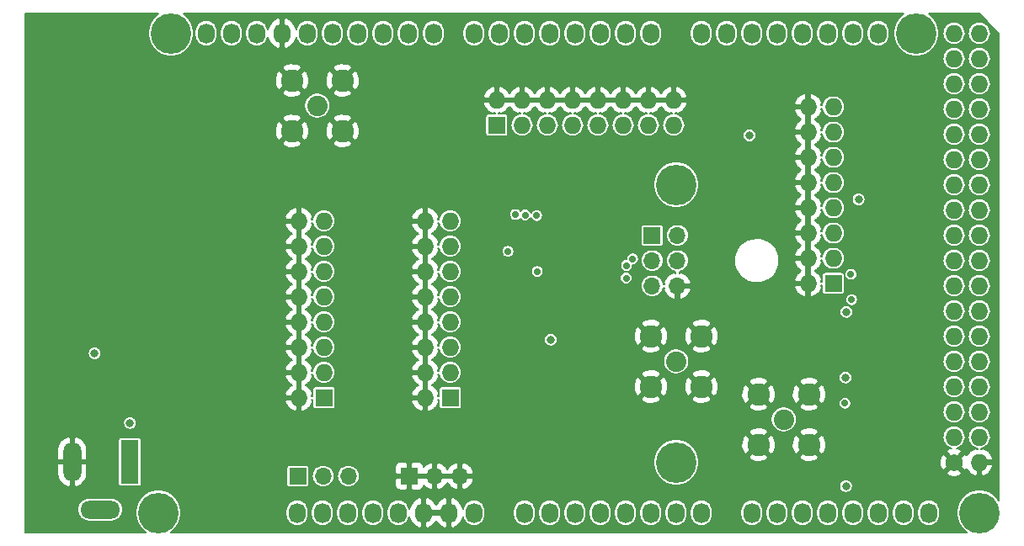
<source format=gbr>
%TF.GenerationSoftware,KiCad,Pcbnew,(5.1.2)-1*%
%TF.CreationDate,2020-09-11T17:40:02+02:00*%
%TF.ProjectId,ArduinoShield_SPIlinedriver_Sync_2V0,41726475-696e-46f5-9368-69656c645f53,3.1*%
%TF.SameCoordinates,Original*%
%TF.FileFunction,Copper,L2,Inr*%
%TF.FilePolarity,Positive*%
%FSLAX46Y46*%
G04 Gerber Fmt 4.6, Leading zero omitted, Abs format (unit mm)*
G04 Created by KiCad (PCBNEW (5.1.2)-1) date 2020-09-11 17:40:02*
%MOMM*%
%LPD*%
G04 APERTURE LIST*
%ADD10R,1.800000X4.400000*%
%ADD11O,1.800000X4.000000*%
%ADD12O,4.000000X1.800000*%
%ADD13C,1.727200*%
%ADD14O,1.727200X1.727200*%
%ADD15O,1.727200X2.032000*%
%ADD16C,4.064000*%
%ADD17R,1.700000X1.700000*%
%ADD18O,1.700000X1.700000*%
%ADD19C,2.050000*%
%ADD20C,2.250000*%
%ADD21R,1.727200X1.727200*%
%ADD22C,0.800000*%
%ADD23C,0.700000*%
%ADD24C,0.155000*%
G04 APERTURE END LIST*
D10*
X114503200Y-113995200D03*
D11*
X108703200Y-113995200D03*
D12*
X111503200Y-118795200D03*
D13*
X197358000Y-114046000D03*
D14*
X199898000Y-114046000D03*
X197358000Y-111506000D03*
X199898000Y-111506000D03*
X197358000Y-108966000D03*
X199898000Y-108966000D03*
X197358000Y-106426000D03*
X199898000Y-106426000D03*
X197358000Y-103886000D03*
X199898000Y-103886000D03*
X197358000Y-101346000D03*
X199898000Y-101346000D03*
X197358000Y-98806000D03*
X199898000Y-98806000D03*
X197358000Y-96266000D03*
X199898000Y-96266000D03*
X197358000Y-93726000D03*
X199898000Y-93726000D03*
X197358000Y-91186000D03*
X199898000Y-91186000D03*
X197358000Y-88646000D03*
X199898000Y-88646000D03*
X197358000Y-86106000D03*
X199898000Y-86106000D03*
X197358000Y-83566000D03*
X199898000Y-83566000D03*
X197358000Y-81026000D03*
X199898000Y-81026000D03*
X197358000Y-78486000D03*
X199898000Y-78486000D03*
X197358000Y-75946000D03*
X199898000Y-75946000D03*
X197358000Y-73406000D03*
X199898000Y-73406000D03*
X197358000Y-70866000D03*
X199898000Y-70866000D03*
D15*
X131318000Y-119126000D03*
X133858000Y-119126000D03*
X136398000Y-119126000D03*
X138938000Y-119126000D03*
X141478000Y-119126000D03*
X144018000Y-119126000D03*
X146558000Y-119126000D03*
X149098000Y-119126000D03*
X154178000Y-119126000D03*
X156718000Y-119126000D03*
X159258000Y-119126000D03*
X161798000Y-119126000D03*
X164338000Y-119126000D03*
X166878000Y-119126000D03*
X169418000Y-119126000D03*
X171958000Y-119126000D03*
X177038000Y-119126000D03*
X179578000Y-119126000D03*
X182118000Y-119126000D03*
X184658000Y-119126000D03*
X187198000Y-119126000D03*
X189738000Y-119126000D03*
X192278000Y-119126000D03*
X194818000Y-119126000D03*
X122174000Y-70866000D03*
X124714000Y-70866000D03*
X127254000Y-70866000D03*
X129794000Y-70866000D03*
X132334000Y-70866000D03*
X134874000Y-70866000D03*
X137414000Y-70866000D03*
X139954000Y-70866000D03*
X142494000Y-70866000D03*
X145034000Y-70866000D03*
X149098000Y-70866000D03*
X151638000Y-70866000D03*
X154178000Y-70866000D03*
X156718000Y-70866000D03*
X159258000Y-70866000D03*
X161798000Y-70866000D03*
X164338000Y-70866000D03*
X166878000Y-70866000D03*
X171958000Y-70866000D03*
X174498000Y-70866000D03*
X177038000Y-70866000D03*
X179578000Y-70866000D03*
X182118000Y-70866000D03*
X184658000Y-70866000D03*
X187198000Y-70866000D03*
X189738000Y-70866000D03*
D16*
X117348000Y-119126000D03*
X169418000Y-114046000D03*
X199898000Y-119126000D03*
X118618000Y-70866000D03*
X169418000Y-86106000D03*
X193548000Y-70866000D03*
D17*
X167005000Y-91211400D03*
D18*
X169545000Y-91211400D03*
X167005000Y-93751400D03*
X169545000Y-93751400D03*
X167005000Y-96291400D03*
X169545000Y-96291400D03*
D19*
X180238400Y-109728000D03*
D20*
X182778400Y-112268000D03*
X182778400Y-107188000D03*
X177698400Y-107188000D03*
X177698400Y-112268000D03*
X166878000Y-106426000D03*
X166878000Y-101346000D03*
X171958000Y-101346000D03*
X171958000Y-106426000D03*
D19*
X169418000Y-103886000D03*
D17*
X142608300Y-115430300D03*
D18*
X145148300Y-115430300D03*
X147688300Y-115430300D03*
X136461500Y-115430300D03*
X133921500Y-115430300D03*
D17*
X131381500Y-115430300D03*
D14*
X144170400Y-89763600D03*
X146710400Y-89763600D03*
X144170400Y-92303600D03*
X146710400Y-92303600D03*
X144170400Y-94843600D03*
X146710400Y-94843600D03*
X144170400Y-97383600D03*
X146710400Y-97383600D03*
X144170400Y-99923600D03*
X146710400Y-99923600D03*
X144170400Y-102463600D03*
X146710400Y-102463600D03*
X144170400Y-105003600D03*
X146710400Y-105003600D03*
X144170400Y-107543600D03*
D21*
X146710400Y-107543600D03*
X151384000Y-80111600D03*
D14*
X151384000Y-77571600D03*
X153924000Y-80111600D03*
X153924000Y-77571600D03*
X156464000Y-80111600D03*
X156464000Y-77571600D03*
X159004000Y-80111600D03*
X159004000Y-77571600D03*
X161544000Y-80111600D03*
X161544000Y-77571600D03*
X164084000Y-80111600D03*
X164084000Y-77571600D03*
X166624000Y-80111600D03*
X166624000Y-77571600D03*
X169164000Y-80111600D03*
X169164000Y-77571600D03*
D21*
X185216800Y-96050100D03*
D14*
X182676800Y-96050100D03*
X185216800Y-93510100D03*
X182676800Y-93510100D03*
X185216800Y-90970100D03*
X182676800Y-90970100D03*
X185216800Y-88430100D03*
X182676800Y-88430100D03*
X185216800Y-85890100D03*
X182676800Y-85890100D03*
X185216800Y-83350100D03*
X182676800Y-83350100D03*
X185216800Y-80810100D03*
X182676800Y-80810100D03*
X185216800Y-78270100D03*
X182676800Y-78270100D03*
X131470400Y-89763600D03*
X134010400Y-89763600D03*
X131470400Y-92303600D03*
X134010400Y-92303600D03*
X131470400Y-94843600D03*
X134010400Y-94843600D03*
X131470400Y-97383600D03*
X134010400Y-97383600D03*
X131470400Y-99923600D03*
X134010400Y-99923600D03*
X131470400Y-102463600D03*
X134010400Y-102463600D03*
X131470400Y-105003600D03*
X134010400Y-105003600D03*
X131470400Y-107543600D03*
D21*
X134010400Y-107543600D03*
D19*
X133337300Y-78155800D03*
D20*
X135877300Y-80695800D03*
X135877300Y-75615800D03*
X130797300Y-75615800D03*
X130797300Y-80695800D03*
D22*
X185267600Y-74460100D03*
X188823600Y-73710800D03*
X183083200Y-73710800D03*
X152755600Y-82042000D03*
X152755600Y-84582000D03*
X155194000Y-84582000D03*
X155194000Y-82042000D03*
X190652400Y-99872800D03*
X148640800Y-98602800D03*
X148234400Y-103327200D03*
X104902000Y-120294400D03*
X105422700Y-76987400D03*
X104851200Y-112268000D03*
X151384000Y-106172000D03*
X155346400Y-96875600D03*
X162966400Y-98399600D03*
X159816800Y-98907600D03*
X160731200Y-102057200D03*
X157886400Y-89001600D03*
X193548000Y-115265200D03*
X194106800Y-76098400D03*
X186994800Y-76555600D03*
X159004000Y-91948000D03*
X144170400Y-84023200D03*
X138633200Y-90068400D03*
X114211100Y-120294400D03*
X172542200Y-80391000D03*
X179222400Y-79349600D03*
X112903000Y-104521000D03*
X114173000Y-104521000D03*
X112903000Y-105521000D03*
X114173000Y-105521000D03*
X112903000Y-106521000D03*
X114173000Y-106521000D03*
D23*
X187058300Y-97675700D03*
X186983999Y-95124899D03*
X155448000Y-94843600D03*
X164421700Y-94234925D03*
X152501600Y-92825902D03*
D22*
X186486800Y-116433600D03*
X186537600Y-98907600D03*
X186436000Y-105511600D03*
X156819600Y-101701600D03*
X187756800Y-87579200D03*
X176771300Y-81165700D03*
D23*
X153263600Y-89103200D03*
X155397200Y-89204800D03*
X165049200Y-93573600D03*
X154228800Y-89154000D03*
X164388800Y-95504000D03*
X186385200Y-108102400D03*
D22*
X114503200Y-110083600D03*
X110947200Y-103073200D03*
D24*
G36*
X117145779Y-69072094D02*
G01*
X116824094Y-69393779D01*
X116571347Y-69772041D01*
X116397252Y-70192344D01*
X116308500Y-70638534D01*
X116308500Y-71093466D01*
X116397252Y-71539656D01*
X116571347Y-71959959D01*
X116824094Y-72338221D01*
X117145779Y-72659906D01*
X117524041Y-72912653D01*
X117944344Y-73086748D01*
X118390534Y-73175500D01*
X118845466Y-73175500D01*
X119291656Y-73086748D01*
X119711959Y-72912653D01*
X120090221Y-72659906D01*
X120411906Y-72338221D01*
X120664653Y-71959959D01*
X120838748Y-71539656D01*
X120927500Y-71093466D01*
X120927500Y-70657545D01*
X121032900Y-70657545D01*
X121032900Y-71074456D01*
X121049411Y-71242095D01*
X121114660Y-71457193D01*
X121220619Y-71655428D01*
X121363218Y-71829183D01*
X121536973Y-71971781D01*
X121735208Y-72077740D01*
X121950306Y-72142989D01*
X122174000Y-72165021D01*
X122397695Y-72142989D01*
X122612793Y-72077740D01*
X122811028Y-71971781D01*
X122984783Y-71829183D01*
X123127381Y-71655427D01*
X123233340Y-71457192D01*
X123298589Y-71242094D01*
X123315100Y-71074455D01*
X123315100Y-70657545D01*
X123572900Y-70657545D01*
X123572900Y-71074456D01*
X123589411Y-71242095D01*
X123654660Y-71457193D01*
X123760619Y-71655428D01*
X123903218Y-71829183D01*
X124076973Y-71971781D01*
X124275208Y-72077740D01*
X124490306Y-72142989D01*
X124714000Y-72165021D01*
X124937695Y-72142989D01*
X125152793Y-72077740D01*
X125351028Y-71971781D01*
X125524783Y-71829183D01*
X125667381Y-71655427D01*
X125773340Y-71457192D01*
X125838589Y-71242094D01*
X125855100Y-71074455D01*
X125855100Y-70657545D01*
X126112900Y-70657545D01*
X126112900Y-71074456D01*
X126129411Y-71242095D01*
X126194660Y-71457193D01*
X126300619Y-71655428D01*
X126443218Y-71829183D01*
X126616973Y-71971781D01*
X126815208Y-72077740D01*
X127030306Y-72142989D01*
X127254000Y-72165021D01*
X127477695Y-72142989D01*
X127692793Y-72077740D01*
X127891028Y-71971781D01*
X128064783Y-71829183D01*
X128207381Y-71655427D01*
X128313340Y-71457192D01*
X128369191Y-71273077D01*
X128444185Y-71542061D01*
X128572283Y-71795335D01*
X128747330Y-72018752D01*
X128962600Y-72203726D01*
X129209821Y-72343148D01*
X129394672Y-72411392D01*
X129617500Y-72309113D01*
X129617500Y-71042500D01*
X129597500Y-71042500D01*
X129597500Y-70689500D01*
X129617500Y-70689500D01*
X129617500Y-69422887D01*
X129970500Y-69422887D01*
X129970500Y-70689500D01*
X129990500Y-70689500D01*
X129990500Y-71042500D01*
X129970500Y-71042500D01*
X129970500Y-72309113D01*
X130193328Y-72411392D01*
X130378179Y-72343148D01*
X130625400Y-72203726D01*
X130840670Y-72018752D01*
X131015717Y-71795335D01*
X131143815Y-71542061D01*
X131218809Y-71273077D01*
X131274660Y-71457193D01*
X131380619Y-71655428D01*
X131523218Y-71829183D01*
X131696973Y-71971781D01*
X131895208Y-72077740D01*
X132110306Y-72142989D01*
X132334000Y-72165021D01*
X132557695Y-72142989D01*
X132772793Y-72077740D01*
X132971028Y-71971781D01*
X133144783Y-71829183D01*
X133287381Y-71655427D01*
X133393340Y-71457192D01*
X133458589Y-71242094D01*
X133475100Y-71074455D01*
X133475100Y-70657545D01*
X133732900Y-70657545D01*
X133732900Y-71074456D01*
X133749411Y-71242095D01*
X133814660Y-71457193D01*
X133920619Y-71655428D01*
X134063218Y-71829183D01*
X134236973Y-71971781D01*
X134435208Y-72077740D01*
X134650306Y-72142989D01*
X134874000Y-72165021D01*
X135097695Y-72142989D01*
X135312793Y-72077740D01*
X135511028Y-71971781D01*
X135684783Y-71829183D01*
X135827381Y-71655427D01*
X135933340Y-71457192D01*
X135998589Y-71242094D01*
X136015100Y-71074455D01*
X136015100Y-70657545D01*
X136272900Y-70657545D01*
X136272900Y-71074456D01*
X136289411Y-71242095D01*
X136354660Y-71457193D01*
X136460619Y-71655428D01*
X136603218Y-71829183D01*
X136776973Y-71971781D01*
X136975208Y-72077740D01*
X137190306Y-72142989D01*
X137414000Y-72165021D01*
X137637695Y-72142989D01*
X137852793Y-72077740D01*
X138051028Y-71971781D01*
X138224783Y-71829183D01*
X138367381Y-71655427D01*
X138473340Y-71457192D01*
X138538589Y-71242094D01*
X138555100Y-71074455D01*
X138555100Y-70657545D01*
X138812900Y-70657545D01*
X138812900Y-71074456D01*
X138829411Y-71242095D01*
X138894660Y-71457193D01*
X139000619Y-71655428D01*
X139143218Y-71829183D01*
X139316973Y-71971781D01*
X139515208Y-72077740D01*
X139730306Y-72142989D01*
X139954000Y-72165021D01*
X140177695Y-72142989D01*
X140392793Y-72077740D01*
X140591028Y-71971781D01*
X140764783Y-71829183D01*
X140907381Y-71655427D01*
X141013340Y-71457192D01*
X141078589Y-71242094D01*
X141095100Y-71074455D01*
X141095100Y-70657545D01*
X141352900Y-70657545D01*
X141352900Y-71074456D01*
X141369411Y-71242095D01*
X141434660Y-71457193D01*
X141540619Y-71655428D01*
X141683218Y-71829183D01*
X141856973Y-71971781D01*
X142055208Y-72077740D01*
X142270306Y-72142989D01*
X142494000Y-72165021D01*
X142717695Y-72142989D01*
X142932793Y-72077740D01*
X143131028Y-71971781D01*
X143304783Y-71829183D01*
X143447381Y-71655427D01*
X143553340Y-71457192D01*
X143618589Y-71242094D01*
X143635100Y-71074455D01*
X143635100Y-70657545D01*
X143892900Y-70657545D01*
X143892900Y-71074456D01*
X143909411Y-71242095D01*
X143974660Y-71457193D01*
X144080619Y-71655428D01*
X144223218Y-71829183D01*
X144396973Y-71971781D01*
X144595208Y-72077740D01*
X144810306Y-72142989D01*
X145034000Y-72165021D01*
X145257695Y-72142989D01*
X145472793Y-72077740D01*
X145671028Y-71971781D01*
X145844783Y-71829183D01*
X145987381Y-71655427D01*
X146093340Y-71457192D01*
X146158589Y-71242094D01*
X146175100Y-71074455D01*
X146175100Y-70657545D01*
X147956900Y-70657545D01*
X147956900Y-71074456D01*
X147973411Y-71242095D01*
X148038660Y-71457193D01*
X148144619Y-71655428D01*
X148287218Y-71829183D01*
X148460973Y-71971781D01*
X148659208Y-72077740D01*
X148874306Y-72142989D01*
X149098000Y-72165021D01*
X149321695Y-72142989D01*
X149536793Y-72077740D01*
X149735028Y-71971781D01*
X149908783Y-71829183D01*
X150051381Y-71655427D01*
X150157340Y-71457192D01*
X150222589Y-71242094D01*
X150239100Y-71074455D01*
X150239100Y-70657545D01*
X150496900Y-70657545D01*
X150496900Y-71074456D01*
X150513411Y-71242095D01*
X150578660Y-71457193D01*
X150684619Y-71655428D01*
X150827218Y-71829183D01*
X151000973Y-71971781D01*
X151199208Y-72077740D01*
X151414306Y-72142989D01*
X151638000Y-72165021D01*
X151861695Y-72142989D01*
X152076793Y-72077740D01*
X152275028Y-71971781D01*
X152448783Y-71829183D01*
X152591381Y-71655427D01*
X152697340Y-71457192D01*
X152762589Y-71242094D01*
X152779100Y-71074455D01*
X152779100Y-70657545D01*
X153036900Y-70657545D01*
X153036900Y-71074456D01*
X153053411Y-71242095D01*
X153118660Y-71457193D01*
X153224619Y-71655428D01*
X153367218Y-71829183D01*
X153540973Y-71971781D01*
X153739208Y-72077740D01*
X153954306Y-72142989D01*
X154178000Y-72165021D01*
X154401695Y-72142989D01*
X154616793Y-72077740D01*
X154815028Y-71971781D01*
X154988783Y-71829183D01*
X155131381Y-71655427D01*
X155237340Y-71457192D01*
X155302589Y-71242094D01*
X155319100Y-71074455D01*
X155319100Y-70657545D01*
X155576900Y-70657545D01*
X155576900Y-71074456D01*
X155593411Y-71242095D01*
X155658660Y-71457193D01*
X155764619Y-71655428D01*
X155907218Y-71829183D01*
X156080973Y-71971781D01*
X156279208Y-72077740D01*
X156494306Y-72142989D01*
X156718000Y-72165021D01*
X156941695Y-72142989D01*
X157156793Y-72077740D01*
X157355028Y-71971781D01*
X157528783Y-71829183D01*
X157671381Y-71655427D01*
X157777340Y-71457192D01*
X157842589Y-71242094D01*
X157859100Y-71074455D01*
X157859100Y-70657545D01*
X158116900Y-70657545D01*
X158116900Y-71074456D01*
X158133411Y-71242095D01*
X158198660Y-71457193D01*
X158304619Y-71655428D01*
X158447218Y-71829183D01*
X158620973Y-71971781D01*
X158819208Y-72077740D01*
X159034306Y-72142989D01*
X159258000Y-72165021D01*
X159481695Y-72142989D01*
X159696793Y-72077740D01*
X159895028Y-71971781D01*
X160068783Y-71829183D01*
X160211381Y-71655427D01*
X160317340Y-71457192D01*
X160382589Y-71242094D01*
X160399100Y-71074455D01*
X160399100Y-70657545D01*
X160656900Y-70657545D01*
X160656900Y-71074456D01*
X160673411Y-71242095D01*
X160738660Y-71457193D01*
X160844619Y-71655428D01*
X160987218Y-71829183D01*
X161160973Y-71971781D01*
X161359208Y-72077740D01*
X161574306Y-72142989D01*
X161798000Y-72165021D01*
X162021695Y-72142989D01*
X162236793Y-72077740D01*
X162435028Y-71971781D01*
X162608783Y-71829183D01*
X162751381Y-71655427D01*
X162857340Y-71457192D01*
X162922589Y-71242094D01*
X162939100Y-71074455D01*
X162939100Y-70657545D01*
X163196900Y-70657545D01*
X163196900Y-71074456D01*
X163213411Y-71242095D01*
X163278660Y-71457193D01*
X163384619Y-71655428D01*
X163527218Y-71829183D01*
X163700973Y-71971781D01*
X163899208Y-72077740D01*
X164114306Y-72142989D01*
X164338000Y-72165021D01*
X164561695Y-72142989D01*
X164776793Y-72077740D01*
X164975028Y-71971781D01*
X165148783Y-71829183D01*
X165291381Y-71655427D01*
X165397340Y-71457192D01*
X165462589Y-71242094D01*
X165479100Y-71074455D01*
X165479100Y-70657545D01*
X165736900Y-70657545D01*
X165736900Y-71074456D01*
X165753411Y-71242095D01*
X165818660Y-71457193D01*
X165924619Y-71655428D01*
X166067218Y-71829183D01*
X166240973Y-71971781D01*
X166439208Y-72077740D01*
X166654306Y-72142989D01*
X166878000Y-72165021D01*
X167101695Y-72142989D01*
X167316793Y-72077740D01*
X167515028Y-71971781D01*
X167688783Y-71829183D01*
X167831381Y-71655427D01*
X167937340Y-71457192D01*
X168002589Y-71242094D01*
X168019100Y-71074455D01*
X168019100Y-70657545D01*
X170816900Y-70657545D01*
X170816900Y-71074456D01*
X170833411Y-71242095D01*
X170898660Y-71457193D01*
X171004619Y-71655428D01*
X171147218Y-71829183D01*
X171320973Y-71971781D01*
X171519208Y-72077740D01*
X171734306Y-72142989D01*
X171958000Y-72165021D01*
X172181695Y-72142989D01*
X172396793Y-72077740D01*
X172595028Y-71971781D01*
X172768783Y-71829183D01*
X172911381Y-71655427D01*
X173017340Y-71457192D01*
X173082589Y-71242094D01*
X173099100Y-71074455D01*
X173099100Y-70657545D01*
X173356900Y-70657545D01*
X173356900Y-71074456D01*
X173373411Y-71242095D01*
X173438660Y-71457193D01*
X173544619Y-71655428D01*
X173687218Y-71829183D01*
X173860973Y-71971781D01*
X174059208Y-72077740D01*
X174274306Y-72142989D01*
X174498000Y-72165021D01*
X174721695Y-72142989D01*
X174936793Y-72077740D01*
X175135028Y-71971781D01*
X175308783Y-71829183D01*
X175451381Y-71655427D01*
X175557340Y-71457192D01*
X175622589Y-71242094D01*
X175639100Y-71074455D01*
X175639100Y-70657545D01*
X175896900Y-70657545D01*
X175896900Y-71074456D01*
X175913411Y-71242095D01*
X175978660Y-71457193D01*
X176084619Y-71655428D01*
X176227218Y-71829183D01*
X176400973Y-71971781D01*
X176599208Y-72077740D01*
X176814306Y-72142989D01*
X177038000Y-72165021D01*
X177261695Y-72142989D01*
X177476793Y-72077740D01*
X177675028Y-71971781D01*
X177848783Y-71829183D01*
X177991381Y-71655427D01*
X178097340Y-71457192D01*
X178162589Y-71242094D01*
X178179100Y-71074455D01*
X178179100Y-70657545D01*
X178436900Y-70657545D01*
X178436900Y-71074456D01*
X178453411Y-71242095D01*
X178518660Y-71457193D01*
X178624619Y-71655428D01*
X178767218Y-71829183D01*
X178940973Y-71971781D01*
X179139208Y-72077740D01*
X179354306Y-72142989D01*
X179578000Y-72165021D01*
X179801695Y-72142989D01*
X180016793Y-72077740D01*
X180215028Y-71971781D01*
X180388783Y-71829183D01*
X180531381Y-71655427D01*
X180637340Y-71457192D01*
X180702589Y-71242094D01*
X180719100Y-71074455D01*
X180719100Y-70657545D01*
X180976900Y-70657545D01*
X180976900Y-71074456D01*
X180993411Y-71242095D01*
X181058660Y-71457193D01*
X181164619Y-71655428D01*
X181307218Y-71829183D01*
X181480973Y-71971781D01*
X181679208Y-72077740D01*
X181894306Y-72142989D01*
X182118000Y-72165021D01*
X182341695Y-72142989D01*
X182556793Y-72077740D01*
X182755028Y-71971781D01*
X182928783Y-71829183D01*
X183071381Y-71655427D01*
X183177340Y-71457192D01*
X183242589Y-71242094D01*
X183259100Y-71074455D01*
X183259100Y-70657545D01*
X183516900Y-70657545D01*
X183516900Y-71074456D01*
X183533411Y-71242095D01*
X183598660Y-71457193D01*
X183704619Y-71655428D01*
X183847218Y-71829183D01*
X184020973Y-71971781D01*
X184219208Y-72077740D01*
X184434306Y-72142989D01*
X184658000Y-72165021D01*
X184881695Y-72142989D01*
X185096793Y-72077740D01*
X185295028Y-71971781D01*
X185468783Y-71829183D01*
X185611381Y-71655427D01*
X185717340Y-71457192D01*
X185782589Y-71242094D01*
X185799100Y-71074455D01*
X185799100Y-70657545D01*
X186056900Y-70657545D01*
X186056900Y-71074456D01*
X186073411Y-71242095D01*
X186138660Y-71457193D01*
X186244619Y-71655428D01*
X186387218Y-71829183D01*
X186560973Y-71971781D01*
X186759208Y-72077740D01*
X186974306Y-72142989D01*
X187198000Y-72165021D01*
X187421695Y-72142989D01*
X187636793Y-72077740D01*
X187835028Y-71971781D01*
X188008783Y-71829183D01*
X188151381Y-71655427D01*
X188257340Y-71457192D01*
X188322589Y-71242094D01*
X188339100Y-71074455D01*
X188339100Y-70657545D01*
X188596900Y-70657545D01*
X188596900Y-71074456D01*
X188613411Y-71242095D01*
X188678660Y-71457193D01*
X188784619Y-71655428D01*
X188927218Y-71829183D01*
X189100973Y-71971781D01*
X189299208Y-72077740D01*
X189514306Y-72142989D01*
X189738000Y-72165021D01*
X189961695Y-72142989D01*
X190176793Y-72077740D01*
X190375028Y-71971781D01*
X190548783Y-71829183D01*
X190691381Y-71655427D01*
X190797340Y-71457192D01*
X190862589Y-71242094D01*
X190879100Y-71074455D01*
X190879100Y-70657544D01*
X190862589Y-70489905D01*
X190797340Y-70274807D01*
X190691381Y-70076572D01*
X190548783Y-69902817D01*
X190375027Y-69760219D01*
X190176792Y-69654260D01*
X189961694Y-69589011D01*
X189738000Y-69566979D01*
X189514305Y-69589011D01*
X189299207Y-69654260D01*
X189100972Y-69760219D01*
X188927217Y-69902817D01*
X188784619Y-70076573D01*
X188678660Y-70274808D01*
X188613411Y-70489906D01*
X188596900Y-70657545D01*
X188339100Y-70657545D01*
X188339100Y-70657544D01*
X188322589Y-70489905D01*
X188257340Y-70274807D01*
X188151381Y-70076572D01*
X188008783Y-69902817D01*
X187835027Y-69760219D01*
X187636792Y-69654260D01*
X187421694Y-69589011D01*
X187198000Y-69566979D01*
X186974305Y-69589011D01*
X186759207Y-69654260D01*
X186560972Y-69760219D01*
X186387217Y-69902817D01*
X186244619Y-70076573D01*
X186138660Y-70274808D01*
X186073411Y-70489906D01*
X186056900Y-70657545D01*
X185799100Y-70657545D01*
X185799100Y-70657544D01*
X185782589Y-70489905D01*
X185717340Y-70274807D01*
X185611381Y-70076572D01*
X185468783Y-69902817D01*
X185295027Y-69760219D01*
X185096792Y-69654260D01*
X184881694Y-69589011D01*
X184658000Y-69566979D01*
X184434305Y-69589011D01*
X184219207Y-69654260D01*
X184020972Y-69760219D01*
X183847217Y-69902817D01*
X183704619Y-70076573D01*
X183598660Y-70274808D01*
X183533411Y-70489906D01*
X183516900Y-70657545D01*
X183259100Y-70657545D01*
X183259100Y-70657544D01*
X183242589Y-70489905D01*
X183177340Y-70274807D01*
X183071381Y-70076572D01*
X182928783Y-69902817D01*
X182755027Y-69760219D01*
X182556792Y-69654260D01*
X182341694Y-69589011D01*
X182118000Y-69566979D01*
X181894305Y-69589011D01*
X181679207Y-69654260D01*
X181480972Y-69760219D01*
X181307217Y-69902817D01*
X181164619Y-70076573D01*
X181058660Y-70274808D01*
X180993411Y-70489906D01*
X180976900Y-70657545D01*
X180719100Y-70657545D01*
X180719100Y-70657544D01*
X180702589Y-70489905D01*
X180637340Y-70274807D01*
X180531381Y-70076572D01*
X180388783Y-69902817D01*
X180215027Y-69760219D01*
X180016792Y-69654260D01*
X179801694Y-69589011D01*
X179578000Y-69566979D01*
X179354305Y-69589011D01*
X179139207Y-69654260D01*
X178940972Y-69760219D01*
X178767217Y-69902817D01*
X178624619Y-70076573D01*
X178518660Y-70274808D01*
X178453411Y-70489906D01*
X178436900Y-70657545D01*
X178179100Y-70657545D01*
X178179100Y-70657544D01*
X178162589Y-70489905D01*
X178097340Y-70274807D01*
X177991381Y-70076572D01*
X177848783Y-69902817D01*
X177675027Y-69760219D01*
X177476792Y-69654260D01*
X177261694Y-69589011D01*
X177038000Y-69566979D01*
X176814305Y-69589011D01*
X176599207Y-69654260D01*
X176400972Y-69760219D01*
X176227217Y-69902817D01*
X176084619Y-70076573D01*
X175978660Y-70274808D01*
X175913411Y-70489906D01*
X175896900Y-70657545D01*
X175639100Y-70657545D01*
X175639100Y-70657544D01*
X175622589Y-70489905D01*
X175557340Y-70274807D01*
X175451381Y-70076572D01*
X175308783Y-69902817D01*
X175135027Y-69760219D01*
X174936792Y-69654260D01*
X174721694Y-69589011D01*
X174498000Y-69566979D01*
X174274305Y-69589011D01*
X174059207Y-69654260D01*
X173860972Y-69760219D01*
X173687217Y-69902817D01*
X173544619Y-70076573D01*
X173438660Y-70274808D01*
X173373411Y-70489906D01*
X173356900Y-70657545D01*
X173099100Y-70657545D01*
X173099100Y-70657544D01*
X173082589Y-70489905D01*
X173017340Y-70274807D01*
X172911381Y-70076572D01*
X172768783Y-69902817D01*
X172595027Y-69760219D01*
X172396792Y-69654260D01*
X172181694Y-69589011D01*
X171958000Y-69566979D01*
X171734305Y-69589011D01*
X171519207Y-69654260D01*
X171320972Y-69760219D01*
X171147217Y-69902817D01*
X171004619Y-70076573D01*
X170898660Y-70274808D01*
X170833411Y-70489906D01*
X170816900Y-70657545D01*
X168019100Y-70657545D01*
X168019100Y-70657544D01*
X168002589Y-70489905D01*
X167937340Y-70274807D01*
X167831381Y-70076572D01*
X167688783Y-69902817D01*
X167515027Y-69760219D01*
X167316792Y-69654260D01*
X167101694Y-69589011D01*
X166878000Y-69566979D01*
X166654305Y-69589011D01*
X166439207Y-69654260D01*
X166240972Y-69760219D01*
X166067217Y-69902817D01*
X165924619Y-70076573D01*
X165818660Y-70274808D01*
X165753411Y-70489906D01*
X165736900Y-70657545D01*
X165479100Y-70657545D01*
X165479100Y-70657544D01*
X165462589Y-70489905D01*
X165397340Y-70274807D01*
X165291381Y-70076572D01*
X165148783Y-69902817D01*
X164975027Y-69760219D01*
X164776792Y-69654260D01*
X164561694Y-69589011D01*
X164338000Y-69566979D01*
X164114305Y-69589011D01*
X163899207Y-69654260D01*
X163700972Y-69760219D01*
X163527217Y-69902817D01*
X163384619Y-70076573D01*
X163278660Y-70274808D01*
X163213411Y-70489906D01*
X163196900Y-70657545D01*
X162939100Y-70657545D01*
X162939100Y-70657544D01*
X162922589Y-70489905D01*
X162857340Y-70274807D01*
X162751381Y-70076572D01*
X162608783Y-69902817D01*
X162435027Y-69760219D01*
X162236792Y-69654260D01*
X162021694Y-69589011D01*
X161798000Y-69566979D01*
X161574305Y-69589011D01*
X161359207Y-69654260D01*
X161160972Y-69760219D01*
X160987217Y-69902817D01*
X160844619Y-70076573D01*
X160738660Y-70274808D01*
X160673411Y-70489906D01*
X160656900Y-70657545D01*
X160399100Y-70657545D01*
X160399100Y-70657544D01*
X160382589Y-70489905D01*
X160317340Y-70274807D01*
X160211381Y-70076572D01*
X160068783Y-69902817D01*
X159895027Y-69760219D01*
X159696792Y-69654260D01*
X159481694Y-69589011D01*
X159258000Y-69566979D01*
X159034305Y-69589011D01*
X158819207Y-69654260D01*
X158620972Y-69760219D01*
X158447217Y-69902817D01*
X158304619Y-70076573D01*
X158198660Y-70274808D01*
X158133411Y-70489906D01*
X158116900Y-70657545D01*
X157859100Y-70657545D01*
X157859100Y-70657544D01*
X157842589Y-70489905D01*
X157777340Y-70274807D01*
X157671381Y-70076572D01*
X157528783Y-69902817D01*
X157355027Y-69760219D01*
X157156792Y-69654260D01*
X156941694Y-69589011D01*
X156718000Y-69566979D01*
X156494305Y-69589011D01*
X156279207Y-69654260D01*
X156080972Y-69760219D01*
X155907217Y-69902817D01*
X155764619Y-70076573D01*
X155658660Y-70274808D01*
X155593411Y-70489906D01*
X155576900Y-70657545D01*
X155319100Y-70657545D01*
X155319100Y-70657544D01*
X155302589Y-70489905D01*
X155237340Y-70274807D01*
X155131381Y-70076572D01*
X154988783Y-69902817D01*
X154815027Y-69760219D01*
X154616792Y-69654260D01*
X154401694Y-69589011D01*
X154178000Y-69566979D01*
X153954305Y-69589011D01*
X153739207Y-69654260D01*
X153540972Y-69760219D01*
X153367217Y-69902817D01*
X153224619Y-70076573D01*
X153118660Y-70274808D01*
X153053411Y-70489906D01*
X153036900Y-70657545D01*
X152779100Y-70657545D01*
X152779100Y-70657544D01*
X152762589Y-70489905D01*
X152697340Y-70274807D01*
X152591381Y-70076572D01*
X152448783Y-69902817D01*
X152275027Y-69760219D01*
X152076792Y-69654260D01*
X151861694Y-69589011D01*
X151638000Y-69566979D01*
X151414305Y-69589011D01*
X151199207Y-69654260D01*
X151000972Y-69760219D01*
X150827217Y-69902817D01*
X150684619Y-70076573D01*
X150578660Y-70274808D01*
X150513411Y-70489906D01*
X150496900Y-70657545D01*
X150239100Y-70657545D01*
X150239100Y-70657544D01*
X150222589Y-70489905D01*
X150157340Y-70274807D01*
X150051381Y-70076572D01*
X149908783Y-69902817D01*
X149735027Y-69760219D01*
X149536792Y-69654260D01*
X149321694Y-69589011D01*
X149098000Y-69566979D01*
X148874305Y-69589011D01*
X148659207Y-69654260D01*
X148460972Y-69760219D01*
X148287217Y-69902817D01*
X148144619Y-70076573D01*
X148038660Y-70274808D01*
X147973411Y-70489906D01*
X147956900Y-70657545D01*
X146175100Y-70657545D01*
X146175100Y-70657544D01*
X146158589Y-70489905D01*
X146093340Y-70274807D01*
X145987381Y-70076572D01*
X145844783Y-69902817D01*
X145671027Y-69760219D01*
X145472792Y-69654260D01*
X145257694Y-69589011D01*
X145034000Y-69566979D01*
X144810305Y-69589011D01*
X144595207Y-69654260D01*
X144396972Y-69760219D01*
X144223217Y-69902817D01*
X144080619Y-70076573D01*
X143974660Y-70274808D01*
X143909411Y-70489906D01*
X143892900Y-70657545D01*
X143635100Y-70657545D01*
X143635100Y-70657544D01*
X143618589Y-70489905D01*
X143553340Y-70274807D01*
X143447381Y-70076572D01*
X143304783Y-69902817D01*
X143131027Y-69760219D01*
X142932792Y-69654260D01*
X142717694Y-69589011D01*
X142494000Y-69566979D01*
X142270305Y-69589011D01*
X142055207Y-69654260D01*
X141856972Y-69760219D01*
X141683217Y-69902817D01*
X141540619Y-70076573D01*
X141434660Y-70274808D01*
X141369411Y-70489906D01*
X141352900Y-70657545D01*
X141095100Y-70657545D01*
X141095100Y-70657544D01*
X141078589Y-70489905D01*
X141013340Y-70274807D01*
X140907381Y-70076572D01*
X140764783Y-69902817D01*
X140591027Y-69760219D01*
X140392792Y-69654260D01*
X140177694Y-69589011D01*
X139954000Y-69566979D01*
X139730305Y-69589011D01*
X139515207Y-69654260D01*
X139316972Y-69760219D01*
X139143217Y-69902817D01*
X139000619Y-70076573D01*
X138894660Y-70274808D01*
X138829411Y-70489906D01*
X138812900Y-70657545D01*
X138555100Y-70657545D01*
X138555100Y-70657544D01*
X138538589Y-70489905D01*
X138473340Y-70274807D01*
X138367381Y-70076572D01*
X138224783Y-69902817D01*
X138051027Y-69760219D01*
X137852792Y-69654260D01*
X137637694Y-69589011D01*
X137414000Y-69566979D01*
X137190305Y-69589011D01*
X136975207Y-69654260D01*
X136776972Y-69760219D01*
X136603217Y-69902817D01*
X136460619Y-70076573D01*
X136354660Y-70274808D01*
X136289411Y-70489906D01*
X136272900Y-70657545D01*
X136015100Y-70657545D01*
X136015100Y-70657544D01*
X135998589Y-70489905D01*
X135933340Y-70274807D01*
X135827381Y-70076572D01*
X135684783Y-69902817D01*
X135511027Y-69760219D01*
X135312792Y-69654260D01*
X135097694Y-69589011D01*
X134874000Y-69566979D01*
X134650305Y-69589011D01*
X134435207Y-69654260D01*
X134236972Y-69760219D01*
X134063217Y-69902817D01*
X133920619Y-70076573D01*
X133814660Y-70274808D01*
X133749411Y-70489906D01*
X133732900Y-70657545D01*
X133475100Y-70657545D01*
X133475100Y-70657544D01*
X133458589Y-70489905D01*
X133393340Y-70274807D01*
X133287381Y-70076572D01*
X133144783Y-69902817D01*
X132971027Y-69760219D01*
X132772792Y-69654260D01*
X132557694Y-69589011D01*
X132334000Y-69566979D01*
X132110305Y-69589011D01*
X131895207Y-69654260D01*
X131696972Y-69760219D01*
X131523217Y-69902817D01*
X131380619Y-70076573D01*
X131274660Y-70274808D01*
X131218809Y-70458923D01*
X131143815Y-70189939D01*
X131015717Y-69936665D01*
X130840670Y-69713248D01*
X130625400Y-69528274D01*
X130378179Y-69388852D01*
X130193328Y-69320608D01*
X129970500Y-69422887D01*
X129617500Y-69422887D01*
X129394672Y-69320608D01*
X129209821Y-69388852D01*
X128962600Y-69528274D01*
X128747330Y-69713248D01*
X128572283Y-69936665D01*
X128444185Y-70189939D01*
X128369191Y-70458923D01*
X128313340Y-70274807D01*
X128207381Y-70076572D01*
X128064783Y-69902817D01*
X127891027Y-69760219D01*
X127692792Y-69654260D01*
X127477694Y-69589011D01*
X127254000Y-69566979D01*
X127030305Y-69589011D01*
X126815207Y-69654260D01*
X126616972Y-69760219D01*
X126443217Y-69902817D01*
X126300619Y-70076573D01*
X126194660Y-70274808D01*
X126129411Y-70489906D01*
X126112900Y-70657545D01*
X125855100Y-70657545D01*
X125855100Y-70657544D01*
X125838589Y-70489905D01*
X125773340Y-70274807D01*
X125667381Y-70076572D01*
X125524783Y-69902817D01*
X125351027Y-69760219D01*
X125152792Y-69654260D01*
X124937694Y-69589011D01*
X124714000Y-69566979D01*
X124490305Y-69589011D01*
X124275207Y-69654260D01*
X124076972Y-69760219D01*
X123903217Y-69902817D01*
X123760619Y-70076573D01*
X123654660Y-70274808D01*
X123589411Y-70489906D01*
X123572900Y-70657545D01*
X123315100Y-70657545D01*
X123315100Y-70657544D01*
X123298589Y-70489905D01*
X123233340Y-70274807D01*
X123127381Y-70076572D01*
X122984783Y-69902817D01*
X122811027Y-69760219D01*
X122612792Y-69654260D01*
X122397694Y-69589011D01*
X122174000Y-69566979D01*
X121950305Y-69589011D01*
X121735207Y-69654260D01*
X121536972Y-69760219D01*
X121363217Y-69902817D01*
X121220619Y-70076573D01*
X121114660Y-70274808D01*
X121049411Y-70489906D01*
X121032900Y-70657545D01*
X120927500Y-70657545D01*
X120927500Y-70638534D01*
X120838748Y-70192344D01*
X120664653Y-69772041D01*
X120411906Y-69393779D01*
X120090221Y-69072094D01*
X119849875Y-68911500D01*
X192316125Y-68911500D01*
X192075779Y-69072094D01*
X191754094Y-69393779D01*
X191501347Y-69772041D01*
X191327252Y-70192344D01*
X191238500Y-70638534D01*
X191238500Y-71093466D01*
X191327252Y-71539656D01*
X191501347Y-71959959D01*
X191754094Y-72338221D01*
X192075779Y-72659906D01*
X192454041Y-72912653D01*
X192874344Y-73086748D01*
X193320534Y-73175500D01*
X193775466Y-73175500D01*
X194221656Y-73086748D01*
X194641959Y-72912653D01*
X195020221Y-72659906D01*
X195341906Y-72338221D01*
X195594653Y-71959959D01*
X195768748Y-71539656D01*
X195857500Y-71093466D01*
X195857500Y-70866000D01*
X196211379Y-70866000D01*
X196233411Y-71089695D01*
X196298660Y-71304793D01*
X196404619Y-71503028D01*
X196547217Y-71676783D01*
X196720972Y-71819381D01*
X196919207Y-71925340D01*
X197134305Y-71990589D01*
X197301944Y-72007100D01*
X197414056Y-72007100D01*
X197581695Y-71990589D01*
X197796793Y-71925340D01*
X197995028Y-71819381D01*
X198168783Y-71676783D01*
X198311381Y-71503028D01*
X198417340Y-71304793D01*
X198482589Y-71089695D01*
X198504621Y-70866000D01*
X198751379Y-70866000D01*
X198773411Y-71089695D01*
X198838660Y-71304793D01*
X198944619Y-71503028D01*
X199087217Y-71676783D01*
X199260972Y-71819381D01*
X199459207Y-71925340D01*
X199674305Y-71990589D01*
X199841944Y-72007100D01*
X199954056Y-72007100D01*
X200121695Y-71990589D01*
X200336793Y-71925340D01*
X200535028Y-71819381D01*
X200708783Y-71676783D01*
X200851381Y-71503028D01*
X200957340Y-71304793D01*
X201022589Y-71089695D01*
X201044621Y-70866000D01*
X201022589Y-70642305D01*
X200957340Y-70427207D01*
X200851381Y-70228972D01*
X200708783Y-70055217D01*
X200535028Y-69912619D01*
X200336793Y-69806660D01*
X200121695Y-69741411D01*
X199954056Y-69724900D01*
X199841944Y-69724900D01*
X199674305Y-69741411D01*
X199459207Y-69806660D01*
X199260972Y-69912619D01*
X199087217Y-70055217D01*
X198944619Y-70228972D01*
X198838660Y-70427207D01*
X198773411Y-70642305D01*
X198751379Y-70866000D01*
X198504621Y-70866000D01*
X198482589Y-70642305D01*
X198417340Y-70427207D01*
X198311381Y-70228972D01*
X198168783Y-70055217D01*
X197995028Y-69912619D01*
X197796793Y-69806660D01*
X197581695Y-69741411D01*
X197414056Y-69724900D01*
X197301944Y-69724900D01*
X197134305Y-69741411D01*
X196919207Y-69806660D01*
X196720972Y-69912619D01*
X196547217Y-70055217D01*
X196404619Y-70228972D01*
X196298660Y-70427207D01*
X196233411Y-70642305D01*
X196211379Y-70866000D01*
X195857500Y-70866000D01*
X195857500Y-70638534D01*
X195768748Y-70192344D01*
X195594653Y-69772041D01*
X195341906Y-69393779D01*
X195020221Y-69072094D01*
X194779875Y-68911500D01*
X199865898Y-68911500D01*
X201852500Y-70898102D01*
X201852500Y-117894125D01*
X201691906Y-117653779D01*
X201370221Y-117332094D01*
X200991959Y-117079347D01*
X200571656Y-116905252D01*
X200125466Y-116816500D01*
X199670534Y-116816500D01*
X199224344Y-116905252D01*
X198804041Y-117079347D01*
X198425779Y-117332094D01*
X198104094Y-117653779D01*
X197851347Y-118032041D01*
X197677252Y-118452344D01*
X197588500Y-118898534D01*
X197588500Y-119353466D01*
X197677252Y-119799656D01*
X197851347Y-120219959D01*
X198104094Y-120598221D01*
X198425779Y-120919906D01*
X198666125Y-121080500D01*
X118579875Y-121080500D01*
X118820221Y-120919906D01*
X119141906Y-120598221D01*
X119394653Y-120219959D01*
X119568748Y-119799656D01*
X119657500Y-119353466D01*
X119657500Y-118917545D01*
X130176900Y-118917545D01*
X130176900Y-119334456D01*
X130193411Y-119502095D01*
X130258660Y-119717193D01*
X130364619Y-119915428D01*
X130507218Y-120089183D01*
X130680973Y-120231781D01*
X130879208Y-120337740D01*
X131094306Y-120402989D01*
X131318000Y-120425021D01*
X131541695Y-120402989D01*
X131756793Y-120337740D01*
X131955028Y-120231781D01*
X132128783Y-120089183D01*
X132271381Y-119915427D01*
X132377340Y-119717192D01*
X132442589Y-119502094D01*
X132459100Y-119334455D01*
X132459100Y-118917545D01*
X132716900Y-118917545D01*
X132716900Y-119334456D01*
X132733411Y-119502095D01*
X132798660Y-119717193D01*
X132904619Y-119915428D01*
X133047218Y-120089183D01*
X133220973Y-120231781D01*
X133419208Y-120337740D01*
X133634306Y-120402989D01*
X133858000Y-120425021D01*
X134081695Y-120402989D01*
X134296793Y-120337740D01*
X134495028Y-120231781D01*
X134668783Y-120089183D01*
X134811381Y-119915427D01*
X134917340Y-119717192D01*
X134982589Y-119502094D01*
X134999100Y-119334455D01*
X134999100Y-118917545D01*
X135256900Y-118917545D01*
X135256900Y-119334456D01*
X135273411Y-119502095D01*
X135338660Y-119717193D01*
X135444619Y-119915428D01*
X135587218Y-120089183D01*
X135760973Y-120231781D01*
X135959208Y-120337740D01*
X136174306Y-120402989D01*
X136398000Y-120425021D01*
X136621695Y-120402989D01*
X136836793Y-120337740D01*
X137035028Y-120231781D01*
X137208783Y-120089183D01*
X137351381Y-119915427D01*
X137457340Y-119717192D01*
X137522589Y-119502094D01*
X137539100Y-119334455D01*
X137539100Y-118917545D01*
X137796900Y-118917545D01*
X137796900Y-119334456D01*
X137813411Y-119502095D01*
X137878660Y-119717193D01*
X137984619Y-119915428D01*
X138127218Y-120089183D01*
X138300973Y-120231781D01*
X138499208Y-120337740D01*
X138714306Y-120402989D01*
X138938000Y-120425021D01*
X139161695Y-120402989D01*
X139376793Y-120337740D01*
X139575028Y-120231781D01*
X139748783Y-120089183D01*
X139891381Y-119915427D01*
X139997340Y-119717192D01*
X140062589Y-119502094D01*
X140079100Y-119334455D01*
X140079100Y-118917545D01*
X140336900Y-118917545D01*
X140336900Y-119334456D01*
X140353411Y-119502095D01*
X140418660Y-119717193D01*
X140524619Y-119915428D01*
X140667218Y-120089183D01*
X140840973Y-120231781D01*
X141039208Y-120337740D01*
X141254306Y-120402989D01*
X141478000Y-120425021D01*
X141701695Y-120402989D01*
X141916793Y-120337740D01*
X142115028Y-120231781D01*
X142288783Y-120089183D01*
X142431381Y-119915427D01*
X142537340Y-119717192D01*
X142593191Y-119533077D01*
X142668185Y-119802061D01*
X142796283Y-120055335D01*
X142971330Y-120278752D01*
X143186600Y-120463726D01*
X143433821Y-120603148D01*
X143618672Y-120671392D01*
X143841500Y-120569113D01*
X143841500Y-119302500D01*
X144194500Y-119302500D01*
X144194500Y-120569113D01*
X144417328Y-120671392D01*
X144602179Y-120603148D01*
X144849400Y-120463726D01*
X145064670Y-120278752D01*
X145239717Y-120055335D01*
X145288000Y-119959870D01*
X145336283Y-120055335D01*
X145511330Y-120278752D01*
X145726600Y-120463726D01*
X145973821Y-120603148D01*
X146158672Y-120671392D01*
X146381500Y-120569113D01*
X146381500Y-119302500D01*
X144194500Y-119302500D01*
X143841500Y-119302500D01*
X143821500Y-119302500D01*
X143821500Y-118949500D01*
X143841500Y-118949500D01*
X143841500Y-117682887D01*
X144194500Y-117682887D01*
X144194500Y-118949500D01*
X146381500Y-118949500D01*
X146381500Y-117682887D01*
X146734500Y-117682887D01*
X146734500Y-118949500D01*
X146754500Y-118949500D01*
X146754500Y-119302500D01*
X146734500Y-119302500D01*
X146734500Y-120569113D01*
X146957328Y-120671392D01*
X147142179Y-120603148D01*
X147389400Y-120463726D01*
X147604670Y-120278752D01*
X147779717Y-120055335D01*
X147907815Y-119802061D01*
X147982809Y-119533077D01*
X148038660Y-119717193D01*
X148144619Y-119915428D01*
X148287218Y-120089183D01*
X148460973Y-120231781D01*
X148659208Y-120337740D01*
X148874306Y-120402989D01*
X149098000Y-120425021D01*
X149321695Y-120402989D01*
X149536793Y-120337740D01*
X149735028Y-120231781D01*
X149908783Y-120089183D01*
X150051381Y-119915427D01*
X150157340Y-119717192D01*
X150222589Y-119502094D01*
X150239100Y-119334455D01*
X150239100Y-118917545D01*
X153036900Y-118917545D01*
X153036900Y-119334456D01*
X153053411Y-119502095D01*
X153118660Y-119717193D01*
X153224619Y-119915428D01*
X153367218Y-120089183D01*
X153540973Y-120231781D01*
X153739208Y-120337740D01*
X153954306Y-120402989D01*
X154178000Y-120425021D01*
X154401695Y-120402989D01*
X154616793Y-120337740D01*
X154815028Y-120231781D01*
X154988783Y-120089183D01*
X155131381Y-119915427D01*
X155237340Y-119717192D01*
X155302589Y-119502094D01*
X155319100Y-119334455D01*
X155319100Y-118917545D01*
X155576900Y-118917545D01*
X155576900Y-119334456D01*
X155593411Y-119502095D01*
X155658660Y-119717193D01*
X155764619Y-119915428D01*
X155907218Y-120089183D01*
X156080973Y-120231781D01*
X156279208Y-120337740D01*
X156494306Y-120402989D01*
X156718000Y-120425021D01*
X156941695Y-120402989D01*
X157156793Y-120337740D01*
X157355028Y-120231781D01*
X157528783Y-120089183D01*
X157671381Y-119915427D01*
X157777340Y-119717192D01*
X157842589Y-119502094D01*
X157859100Y-119334455D01*
X157859100Y-118917545D01*
X158116900Y-118917545D01*
X158116900Y-119334456D01*
X158133411Y-119502095D01*
X158198660Y-119717193D01*
X158304619Y-119915428D01*
X158447218Y-120089183D01*
X158620973Y-120231781D01*
X158819208Y-120337740D01*
X159034306Y-120402989D01*
X159258000Y-120425021D01*
X159481695Y-120402989D01*
X159696793Y-120337740D01*
X159895028Y-120231781D01*
X160068783Y-120089183D01*
X160211381Y-119915427D01*
X160317340Y-119717192D01*
X160382589Y-119502094D01*
X160399100Y-119334455D01*
X160399100Y-118917545D01*
X160656900Y-118917545D01*
X160656900Y-119334456D01*
X160673411Y-119502095D01*
X160738660Y-119717193D01*
X160844619Y-119915428D01*
X160987218Y-120089183D01*
X161160973Y-120231781D01*
X161359208Y-120337740D01*
X161574306Y-120402989D01*
X161798000Y-120425021D01*
X162021695Y-120402989D01*
X162236793Y-120337740D01*
X162435028Y-120231781D01*
X162608783Y-120089183D01*
X162751381Y-119915427D01*
X162857340Y-119717192D01*
X162922589Y-119502094D01*
X162939100Y-119334455D01*
X162939100Y-118917545D01*
X163196900Y-118917545D01*
X163196900Y-119334456D01*
X163213411Y-119502095D01*
X163278660Y-119717193D01*
X163384619Y-119915428D01*
X163527218Y-120089183D01*
X163700973Y-120231781D01*
X163899208Y-120337740D01*
X164114306Y-120402989D01*
X164338000Y-120425021D01*
X164561695Y-120402989D01*
X164776793Y-120337740D01*
X164975028Y-120231781D01*
X165148783Y-120089183D01*
X165291381Y-119915427D01*
X165397340Y-119717192D01*
X165462589Y-119502094D01*
X165479100Y-119334455D01*
X165479100Y-118917545D01*
X165736900Y-118917545D01*
X165736900Y-119334456D01*
X165753411Y-119502095D01*
X165818660Y-119717193D01*
X165924619Y-119915428D01*
X166067218Y-120089183D01*
X166240973Y-120231781D01*
X166439208Y-120337740D01*
X166654306Y-120402989D01*
X166878000Y-120425021D01*
X167101695Y-120402989D01*
X167316793Y-120337740D01*
X167515028Y-120231781D01*
X167688783Y-120089183D01*
X167831381Y-119915427D01*
X167937340Y-119717192D01*
X168002589Y-119502094D01*
X168019100Y-119334455D01*
X168019100Y-118917545D01*
X168276900Y-118917545D01*
X168276900Y-119334456D01*
X168293411Y-119502095D01*
X168358660Y-119717193D01*
X168464619Y-119915428D01*
X168607218Y-120089183D01*
X168780973Y-120231781D01*
X168979208Y-120337740D01*
X169194306Y-120402989D01*
X169418000Y-120425021D01*
X169641695Y-120402989D01*
X169856793Y-120337740D01*
X170055028Y-120231781D01*
X170228783Y-120089183D01*
X170371381Y-119915427D01*
X170477340Y-119717192D01*
X170542589Y-119502094D01*
X170559100Y-119334455D01*
X170559100Y-118917545D01*
X170816900Y-118917545D01*
X170816900Y-119334456D01*
X170833411Y-119502095D01*
X170898660Y-119717193D01*
X171004619Y-119915428D01*
X171147218Y-120089183D01*
X171320973Y-120231781D01*
X171519208Y-120337740D01*
X171734306Y-120402989D01*
X171958000Y-120425021D01*
X172181695Y-120402989D01*
X172396793Y-120337740D01*
X172595028Y-120231781D01*
X172768783Y-120089183D01*
X172911381Y-119915427D01*
X173017340Y-119717192D01*
X173082589Y-119502094D01*
X173099100Y-119334455D01*
X173099100Y-118917545D01*
X175896900Y-118917545D01*
X175896900Y-119334456D01*
X175913411Y-119502095D01*
X175978660Y-119717193D01*
X176084619Y-119915428D01*
X176227218Y-120089183D01*
X176400973Y-120231781D01*
X176599208Y-120337740D01*
X176814306Y-120402989D01*
X177038000Y-120425021D01*
X177261695Y-120402989D01*
X177476793Y-120337740D01*
X177675028Y-120231781D01*
X177848783Y-120089183D01*
X177991381Y-119915427D01*
X178097340Y-119717192D01*
X178162589Y-119502094D01*
X178179100Y-119334455D01*
X178179100Y-118917545D01*
X178436900Y-118917545D01*
X178436900Y-119334456D01*
X178453411Y-119502095D01*
X178518660Y-119717193D01*
X178624619Y-119915428D01*
X178767218Y-120089183D01*
X178940973Y-120231781D01*
X179139208Y-120337740D01*
X179354306Y-120402989D01*
X179578000Y-120425021D01*
X179801695Y-120402989D01*
X180016793Y-120337740D01*
X180215028Y-120231781D01*
X180388783Y-120089183D01*
X180531381Y-119915427D01*
X180637340Y-119717192D01*
X180702589Y-119502094D01*
X180719100Y-119334455D01*
X180719100Y-118917545D01*
X180976900Y-118917545D01*
X180976900Y-119334456D01*
X180993411Y-119502095D01*
X181058660Y-119717193D01*
X181164619Y-119915428D01*
X181307218Y-120089183D01*
X181480973Y-120231781D01*
X181679208Y-120337740D01*
X181894306Y-120402989D01*
X182118000Y-120425021D01*
X182341695Y-120402989D01*
X182556793Y-120337740D01*
X182755028Y-120231781D01*
X182928783Y-120089183D01*
X183071381Y-119915427D01*
X183177340Y-119717192D01*
X183242589Y-119502094D01*
X183259100Y-119334455D01*
X183259100Y-118917545D01*
X183516900Y-118917545D01*
X183516900Y-119334456D01*
X183533411Y-119502095D01*
X183598660Y-119717193D01*
X183704619Y-119915428D01*
X183847218Y-120089183D01*
X184020973Y-120231781D01*
X184219208Y-120337740D01*
X184434306Y-120402989D01*
X184658000Y-120425021D01*
X184881695Y-120402989D01*
X185096793Y-120337740D01*
X185295028Y-120231781D01*
X185468783Y-120089183D01*
X185611381Y-119915427D01*
X185717340Y-119717192D01*
X185782589Y-119502094D01*
X185799100Y-119334455D01*
X185799100Y-118917545D01*
X186056900Y-118917545D01*
X186056900Y-119334456D01*
X186073411Y-119502095D01*
X186138660Y-119717193D01*
X186244619Y-119915428D01*
X186387218Y-120089183D01*
X186560973Y-120231781D01*
X186759208Y-120337740D01*
X186974306Y-120402989D01*
X187198000Y-120425021D01*
X187421695Y-120402989D01*
X187636793Y-120337740D01*
X187835028Y-120231781D01*
X188008783Y-120089183D01*
X188151381Y-119915427D01*
X188257340Y-119717192D01*
X188322589Y-119502094D01*
X188339100Y-119334455D01*
X188339100Y-118917545D01*
X188596900Y-118917545D01*
X188596900Y-119334456D01*
X188613411Y-119502095D01*
X188678660Y-119717193D01*
X188784619Y-119915428D01*
X188927218Y-120089183D01*
X189100973Y-120231781D01*
X189299208Y-120337740D01*
X189514306Y-120402989D01*
X189738000Y-120425021D01*
X189961695Y-120402989D01*
X190176793Y-120337740D01*
X190375028Y-120231781D01*
X190548783Y-120089183D01*
X190691381Y-119915427D01*
X190797340Y-119717192D01*
X190862589Y-119502094D01*
X190879100Y-119334455D01*
X190879100Y-118917545D01*
X191136900Y-118917545D01*
X191136900Y-119334456D01*
X191153411Y-119502095D01*
X191218660Y-119717193D01*
X191324619Y-119915428D01*
X191467218Y-120089183D01*
X191640973Y-120231781D01*
X191839208Y-120337740D01*
X192054306Y-120402989D01*
X192278000Y-120425021D01*
X192501695Y-120402989D01*
X192716793Y-120337740D01*
X192915028Y-120231781D01*
X193088783Y-120089183D01*
X193231381Y-119915427D01*
X193337340Y-119717192D01*
X193402589Y-119502094D01*
X193419100Y-119334455D01*
X193419100Y-118917545D01*
X193676900Y-118917545D01*
X193676900Y-119334456D01*
X193693411Y-119502095D01*
X193758660Y-119717193D01*
X193864619Y-119915428D01*
X194007218Y-120089183D01*
X194180973Y-120231781D01*
X194379208Y-120337740D01*
X194594306Y-120402989D01*
X194818000Y-120425021D01*
X195041695Y-120402989D01*
X195256793Y-120337740D01*
X195455028Y-120231781D01*
X195628783Y-120089183D01*
X195771381Y-119915427D01*
X195877340Y-119717192D01*
X195942589Y-119502094D01*
X195959100Y-119334455D01*
X195959100Y-118917544D01*
X195942589Y-118749905D01*
X195877340Y-118534807D01*
X195771381Y-118336572D01*
X195628783Y-118162817D01*
X195455027Y-118020219D01*
X195256792Y-117914260D01*
X195041694Y-117849011D01*
X194818000Y-117826979D01*
X194594305Y-117849011D01*
X194379207Y-117914260D01*
X194180972Y-118020219D01*
X194007217Y-118162817D01*
X193864619Y-118336573D01*
X193758660Y-118534808D01*
X193693411Y-118749906D01*
X193676900Y-118917545D01*
X193419100Y-118917545D01*
X193419100Y-118917544D01*
X193402589Y-118749905D01*
X193337340Y-118534807D01*
X193231381Y-118336572D01*
X193088783Y-118162817D01*
X192915027Y-118020219D01*
X192716792Y-117914260D01*
X192501694Y-117849011D01*
X192278000Y-117826979D01*
X192054305Y-117849011D01*
X191839207Y-117914260D01*
X191640972Y-118020219D01*
X191467217Y-118162817D01*
X191324619Y-118336573D01*
X191218660Y-118534808D01*
X191153411Y-118749906D01*
X191136900Y-118917545D01*
X190879100Y-118917545D01*
X190879100Y-118917544D01*
X190862589Y-118749905D01*
X190797340Y-118534807D01*
X190691381Y-118336572D01*
X190548783Y-118162817D01*
X190375027Y-118020219D01*
X190176792Y-117914260D01*
X189961694Y-117849011D01*
X189738000Y-117826979D01*
X189514305Y-117849011D01*
X189299207Y-117914260D01*
X189100972Y-118020219D01*
X188927217Y-118162817D01*
X188784619Y-118336573D01*
X188678660Y-118534808D01*
X188613411Y-118749906D01*
X188596900Y-118917545D01*
X188339100Y-118917545D01*
X188339100Y-118917544D01*
X188322589Y-118749905D01*
X188257340Y-118534807D01*
X188151381Y-118336572D01*
X188008783Y-118162817D01*
X187835027Y-118020219D01*
X187636792Y-117914260D01*
X187421694Y-117849011D01*
X187198000Y-117826979D01*
X186974305Y-117849011D01*
X186759207Y-117914260D01*
X186560972Y-118020219D01*
X186387217Y-118162817D01*
X186244619Y-118336573D01*
X186138660Y-118534808D01*
X186073411Y-118749906D01*
X186056900Y-118917545D01*
X185799100Y-118917545D01*
X185799100Y-118917544D01*
X185782589Y-118749905D01*
X185717340Y-118534807D01*
X185611381Y-118336572D01*
X185468783Y-118162817D01*
X185295027Y-118020219D01*
X185096792Y-117914260D01*
X184881694Y-117849011D01*
X184658000Y-117826979D01*
X184434305Y-117849011D01*
X184219207Y-117914260D01*
X184020972Y-118020219D01*
X183847217Y-118162817D01*
X183704619Y-118336573D01*
X183598660Y-118534808D01*
X183533411Y-118749906D01*
X183516900Y-118917545D01*
X183259100Y-118917545D01*
X183259100Y-118917544D01*
X183242589Y-118749905D01*
X183177340Y-118534807D01*
X183071381Y-118336572D01*
X182928783Y-118162817D01*
X182755027Y-118020219D01*
X182556792Y-117914260D01*
X182341694Y-117849011D01*
X182118000Y-117826979D01*
X181894305Y-117849011D01*
X181679207Y-117914260D01*
X181480972Y-118020219D01*
X181307217Y-118162817D01*
X181164619Y-118336573D01*
X181058660Y-118534808D01*
X180993411Y-118749906D01*
X180976900Y-118917545D01*
X180719100Y-118917545D01*
X180719100Y-118917544D01*
X180702589Y-118749905D01*
X180637340Y-118534807D01*
X180531381Y-118336572D01*
X180388783Y-118162817D01*
X180215027Y-118020219D01*
X180016792Y-117914260D01*
X179801694Y-117849011D01*
X179578000Y-117826979D01*
X179354305Y-117849011D01*
X179139207Y-117914260D01*
X178940972Y-118020219D01*
X178767217Y-118162817D01*
X178624619Y-118336573D01*
X178518660Y-118534808D01*
X178453411Y-118749906D01*
X178436900Y-118917545D01*
X178179100Y-118917545D01*
X178179100Y-118917544D01*
X178162589Y-118749905D01*
X178097340Y-118534807D01*
X177991381Y-118336572D01*
X177848783Y-118162817D01*
X177675027Y-118020219D01*
X177476792Y-117914260D01*
X177261694Y-117849011D01*
X177038000Y-117826979D01*
X176814305Y-117849011D01*
X176599207Y-117914260D01*
X176400972Y-118020219D01*
X176227217Y-118162817D01*
X176084619Y-118336573D01*
X175978660Y-118534808D01*
X175913411Y-118749906D01*
X175896900Y-118917545D01*
X173099100Y-118917545D01*
X173099100Y-118917544D01*
X173082589Y-118749905D01*
X173017340Y-118534807D01*
X172911381Y-118336572D01*
X172768783Y-118162817D01*
X172595027Y-118020219D01*
X172396792Y-117914260D01*
X172181694Y-117849011D01*
X171958000Y-117826979D01*
X171734305Y-117849011D01*
X171519207Y-117914260D01*
X171320972Y-118020219D01*
X171147217Y-118162817D01*
X171004619Y-118336573D01*
X170898660Y-118534808D01*
X170833411Y-118749906D01*
X170816900Y-118917545D01*
X170559100Y-118917545D01*
X170559100Y-118917544D01*
X170542589Y-118749905D01*
X170477340Y-118534807D01*
X170371381Y-118336572D01*
X170228783Y-118162817D01*
X170055027Y-118020219D01*
X169856792Y-117914260D01*
X169641694Y-117849011D01*
X169418000Y-117826979D01*
X169194305Y-117849011D01*
X168979207Y-117914260D01*
X168780972Y-118020219D01*
X168607217Y-118162817D01*
X168464619Y-118336573D01*
X168358660Y-118534808D01*
X168293411Y-118749906D01*
X168276900Y-118917545D01*
X168019100Y-118917545D01*
X168019100Y-118917544D01*
X168002589Y-118749905D01*
X167937340Y-118534807D01*
X167831381Y-118336572D01*
X167688783Y-118162817D01*
X167515027Y-118020219D01*
X167316792Y-117914260D01*
X167101694Y-117849011D01*
X166878000Y-117826979D01*
X166654305Y-117849011D01*
X166439207Y-117914260D01*
X166240972Y-118020219D01*
X166067217Y-118162817D01*
X165924619Y-118336573D01*
X165818660Y-118534808D01*
X165753411Y-118749906D01*
X165736900Y-118917545D01*
X165479100Y-118917545D01*
X165479100Y-118917544D01*
X165462589Y-118749905D01*
X165397340Y-118534807D01*
X165291381Y-118336572D01*
X165148783Y-118162817D01*
X164975027Y-118020219D01*
X164776792Y-117914260D01*
X164561694Y-117849011D01*
X164338000Y-117826979D01*
X164114305Y-117849011D01*
X163899207Y-117914260D01*
X163700972Y-118020219D01*
X163527217Y-118162817D01*
X163384619Y-118336573D01*
X163278660Y-118534808D01*
X163213411Y-118749906D01*
X163196900Y-118917545D01*
X162939100Y-118917545D01*
X162939100Y-118917544D01*
X162922589Y-118749905D01*
X162857340Y-118534807D01*
X162751381Y-118336572D01*
X162608783Y-118162817D01*
X162435027Y-118020219D01*
X162236792Y-117914260D01*
X162021694Y-117849011D01*
X161798000Y-117826979D01*
X161574305Y-117849011D01*
X161359207Y-117914260D01*
X161160972Y-118020219D01*
X160987217Y-118162817D01*
X160844619Y-118336573D01*
X160738660Y-118534808D01*
X160673411Y-118749906D01*
X160656900Y-118917545D01*
X160399100Y-118917545D01*
X160399100Y-118917544D01*
X160382589Y-118749905D01*
X160317340Y-118534807D01*
X160211381Y-118336572D01*
X160068783Y-118162817D01*
X159895027Y-118020219D01*
X159696792Y-117914260D01*
X159481694Y-117849011D01*
X159258000Y-117826979D01*
X159034305Y-117849011D01*
X158819207Y-117914260D01*
X158620972Y-118020219D01*
X158447217Y-118162817D01*
X158304619Y-118336573D01*
X158198660Y-118534808D01*
X158133411Y-118749906D01*
X158116900Y-118917545D01*
X157859100Y-118917545D01*
X157859100Y-118917544D01*
X157842589Y-118749905D01*
X157777340Y-118534807D01*
X157671381Y-118336572D01*
X157528783Y-118162817D01*
X157355027Y-118020219D01*
X157156792Y-117914260D01*
X156941694Y-117849011D01*
X156718000Y-117826979D01*
X156494305Y-117849011D01*
X156279207Y-117914260D01*
X156080972Y-118020219D01*
X155907217Y-118162817D01*
X155764619Y-118336573D01*
X155658660Y-118534808D01*
X155593411Y-118749906D01*
X155576900Y-118917545D01*
X155319100Y-118917545D01*
X155319100Y-118917544D01*
X155302589Y-118749905D01*
X155237340Y-118534807D01*
X155131381Y-118336572D01*
X154988783Y-118162817D01*
X154815027Y-118020219D01*
X154616792Y-117914260D01*
X154401694Y-117849011D01*
X154178000Y-117826979D01*
X153954305Y-117849011D01*
X153739207Y-117914260D01*
X153540972Y-118020219D01*
X153367217Y-118162817D01*
X153224619Y-118336573D01*
X153118660Y-118534808D01*
X153053411Y-118749906D01*
X153036900Y-118917545D01*
X150239100Y-118917545D01*
X150239100Y-118917544D01*
X150222589Y-118749905D01*
X150157340Y-118534807D01*
X150051381Y-118336572D01*
X149908783Y-118162817D01*
X149735027Y-118020219D01*
X149536792Y-117914260D01*
X149321694Y-117849011D01*
X149098000Y-117826979D01*
X148874305Y-117849011D01*
X148659207Y-117914260D01*
X148460972Y-118020219D01*
X148287217Y-118162817D01*
X148144619Y-118336573D01*
X148038660Y-118534808D01*
X147982809Y-118718923D01*
X147907815Y-118449939D01*
X147779717Y-118196665D01*
X147604670Y-117973248D01*
X147389400Y-117788274D01*
X147142179Y-117648852D01*
X146957328Y-117580608D01*
X146734500Y-117682887D01*
X146381500Y-117682887D01*
X146158672Y-117580608D01*
X145973821Y-117648852D01*
X145726600Y-117788274D01*
X145511330Y-117973248D01*
X145336283Y-118196665D01*
X145288000Y-118292130D01*
X145239717Y-118196665D01*
X145064670Y-117973248D01*
X144849400Y-117788274D01*
X144602179Y-117648852D01*
X144417328Y-117580608D01*
X144194500Y-117682887D01*
X143841500Y-117682887D01*
X143618672Y-117580608D01*
X143433821Y-117648852D01*
X143186600Y-117788274D01*
X142971330Y-117973248D01*
X142796283Y-118196665D01*
X142668185Y-118449939D01*
X142593191Y-118718923D01*
X142537340Y-118534807D01*
X142431381Y-118336572D01*
X142288783Y-118162817D01*
X142115027Y-118020219D01*
X141916792Y-117914260D01*
X141701694Y-117849011D01*
X141478000Y-117826979D01*
X141254305Y-117849011D01*
X141039207Y-117914260D01*
X140840972Y-118020219D01*
X140667217Y-118162817D01*
X140524619Y-118336573D01*
X140418660Y-118534808D01*
X140353411Y-118749906D01*
X140336900Y-118917545D01*
X140079100Y-118917545D01*
X140079100Y-118917544D01*
X140062589Y-118749905D01*
X139997340Y-118534807D01*
X139891381Y-118336572D01*
X139748783Y-118162817D01*
X139575027Y-118020219D01*
X139376792Y-117914260D01*
X139161694Y-117849011D01*
X138938000Y-117826979D01*
X138714305Y-117849011D01*
X138499207Y-117914260D01*
X138300972Y-118020219D01*
X138127217Y-118162817D01*
X137984619Y-118336573D01*
X137878660Y-118534808D01*
X137813411Y-118749906D01*
X137796900Y-118917545D01*
X137539100Y-118917545D01*
X137539100Y-118917544D01*
X137522589Y-118749905D01*
X137457340Y-118534807D01*
X137351381Y-118336572D01*
X137208783Y-118162817D01*
X137035027Y-118020219D01*
X136836792Y-117914260D01*
X136621694Y-117849011D01*
X136398000Y-117826979D01*
X136174305Y-117849011D01*
X135959207Y-117914260D01*
X135760972Y-118020219D01*
X135587217Y-118162817D01*
X135444619Y-118336573D01*
X135338660Y-118534808D01*
X135273411Y-118749906D01*
X135256900Y-118917545D01*
X134999100Y-118917545D01*
X134999100Y-118917544D01*
X134982589Y-118749905D01*
X134917340Y-118534807D01*
X134811381Y-118336572D01*
X134668783Y-118162817D01*
X134495027Y-118020219D01*
X134296792Y-117914260D01*
X134081694Y-117849011D01*
X133858000Y-117826979D01*
X133634305Y-117849011D01*
X133419207Y-117914260D01*
X133220972Y-118020219D01*
X133047217Y-118162817D01*
X132904619Y-118336573D01*
X132798660Y-118534808D01*
X132733411Y-118749906D01*
X132716900Y-118917545D01*
X132459100Y-118917545D01*
X132459100Y-118917544D01*
X132442589Y-118749905D01*
X132377340Y-118534807D01*
X132271381Y-118336572D01*
X132128783Y-118162817D01*
X131955027Y-118020219D01*
X131756792Y-117914260D01*
X131541694Y-117849011D01*
X131318000Y-117826979D01*
X131094305Y-117849011D01*
X130879207Y-117914260D01*
X130680972Y-118020219D01*
X130507217Y-118162817D01*
X130364619Y-118336573D01*
X130258660Y-118534808D01*
X130193411Y-118749906D01*
X130176900Y-118917545D01*
X119657500Y-118917545D01*
X119657500Y-118898534D01*
X119568748Y-118452344D01*
X119394653Y-118032041D01*
X119141906Y-117653779D01*
X118820221Y-117332094D01*
X118441959Y-117079347D01*
X118021656Y-116905252D01*
X117575466Y-116816500D01*
X117120534Y-116816500D01*
X116674344Y-116905252D01*
X116254041Y-117079347D01*
X115875779Y-117332094D01*
X115554094Y-117653779D01*
X115301347Y-118032041D01*
X115127252Y-118452344D01*
X115038500Y-118898534D01*
X115038500Y-119353466D01*
X115127252Y-119799656D01*
X115301347Y-120219959D01*
X115554094Y-120598221D01*
X115875779Y-120919906D01*
X116116125Y-121080500D01*
X103963500Y-121080500D01*
X103963500Y-118795200D01*
X109220003Y-118795200D01*
X109242738Y-119026030D01*
X109310069Y-119247990D01*
X109419408Y-119452549D01*
X109566553Y-119631847D01*
X109745851Y-119778992D01*
X109950410Y-119888331D01*
X110172370Y-119955662D01*
X110345358Y-119972700D01*
X112661042Y-119972700D01*
X112834030Y-119955662D01*
X113055990Y-119888331D01*
X113260549Y-119778992D01*
X113439847Y-119631847D01*
X113586992Y-119452549D01*
X113696331Y-119247990D01*
X113763662Y-119026030D01*
X113786397Y-118795200D01*
X113763662Y-118564370D01*
X113696331Y-118342410D01*
X113586992Y-118137851D01*
X113439847Y-117958553D01*
X113260549Y-117811408D01*
X113055990Y-117702069D01*
X112834030Y-117634738D01*
X112661042Y-117617700D01*
X110345358Y-117617700D01*
X110172370Y-117634738D01*
X109950410Y-117702069D01*
X109745851Y-117811408D01*
X109566553Y-117958553D01*
X109419408Y-118137851D01*
X109310069Y-118342410D01*
X109242738Y-118564370D01*
X109220003Y-118795200D01*
X103963500Y-118795200D01*
X103963500Y-114171700D01*
X107217700Y-114171700D01*
X107217700Y-115271700D01*
X107280677Y-115558115D01*
X107398321Y-115826741D01*
X107566110Y-116067254D01*
X107777597Y-116270412D01*
X108024655Y-116428407D01*
X108298136Y-116524407D01*
X108526700Y-116422642D01*
X108526700Y-114171700D01*
X108879700Y-114171700D01*
X108879700Y-116422642D01*
X109108264Y-116524407D01*
X109381745Y-116428407D01*
X109628803Y-116270412D01*
X109840290Y-116067254D01*
X110008079Y-115826741D01*
X110125723Y-115558115D01*
X110188700Y-115271700D01*
X110188700Y-114171700D01*
X108879700Y-114171700D01*
X108526700Y-114171700D01*
X107217700Y-114171700D01*
X103963500Y-114171700D01*
X103963500Y-112718700D01*
X107217700Y-112718700D01*
X107217700Y-113818700D01*
X108526700Y-113818700D01*
X108526700Y-111567758D01*
X108879700Y-111567758D01*
X108879700Y-113818700D01*
X110188700Y-113818700D01*
X110188700Y-112718700D01*
X110125723Y-112432285D01*
X110008079Y-112163659D01*
X109840290Y-111923146D01*
X109707099Y-111795200D01*
X113324358Y-111795200D01*
X113324358Y-116195200D01*
X113329716Y-116249599D01*
X113345584Y-116301908D01*
X113371351Y-116350116D01*
X113406029Y-116392371D01*
X113448284Y-116427049D01*
X113496492Y-116452816D01*
X113548801Y-116468684D01*
X113603200Y-116474042D01*
X115403200Y-116474042D01*
X115457599Y-116468684D01*
X115509908Y-116452816D01*
X115558116Y-116427049D01*
X115600371Y-116392371D01*
X115635049Y-116350116D01*
X115660816Y-116301908D01*
X115676684Y-116249599D01*
X115682042Y-116195200D01*
X115682042Y-114580300D01*
X130252658Y-114580300D01*
X130252658Y-116280300D01*
X130258016Y-116334699D01*
X130273884Y-116387008D01*
X130299651Y-116435216D01*
X130334329Y-116477471D01*
X130376584Y-116512149D01*
X130424792Y-116537916D01*
X130477101Y-116553784D01*
X130531500Y-116559142D01*
X132231500Y-116559142D01*
X132285899Y-116553784D01*
X132338208Y-116537916D01*
X132386416Y-116512149D01*
X132428671Y-116477471D01*
X132463349Y-116435216D01*
X132489116Y-116387008D01*
X132504984Y-116334699D01*
X132510342Y-116280300D01*
X132510342Y-115430300D01*
X132788545Y-115430300D01*
X132810314Y-115651329D01*
X132874786Y-115863863D01*
X132979482Y-116059736D01*
X133120380Y-116231420D01*
X133292064Y-116372318D01*
X133487937Y-116477014D01*
X133700471Y-116541486D01*
X133866113Y-116557800D01*
X133976887Y-116557800D01*
X134142529Y-116541486D01*
X134355063Y-116477014D01*
X134550936Y-116372318D01*
X134722620Y-116231420D01*
X134863518Y-116059736D01*
X134968214Y-115863863D01*
X135032686Y-115651329D01*
X135054455Y-115430300D01*
X135328545Y-115430300D01*
X135350314Y-115651329D01*
X135414786Y-115863863D01*
X135519482Y-116059736D01*
X135660380Y-116231420D01*
X135832064Y-116372318D01*
X136027937Y-116477014D01*
X136240471Y-116541486D01*
X136406113Y-116557800D01*
X136516887Y-116557800D01*
X136682529Y-116541486D01*
X136895063Y-116477014D01*
X137090936Y-116372318D01*
X137203059Y-116280300D01*
X141169967Y-116280300D01*
X141181272Y-116395078D01*
X141214751Y-116505445D01*
X141269119Y-116607160D01*
X141342286Y-116696314D01*
X141431440Y-116769481D01*
X141533155Y-116823849D01*
X141643522Y-116857328D01*
X141758300Y-116868633D01*
X142285425Y-116865800D01*
X142431800Y-116719425D01*
X142431800Y-115606800D01*
X142784800Y-115606800D01*
X142784800Y-116719425D01*
X142931175Y-116865800D01*
X143458300Y-116868633D01*
X143573078Y-116857328D01*
X143683445Y-116823849D01*
X143785160Y-116769481D01*
X143874314Y-116696314D01*
X143947481Y-116607160D01*
X144001849Y-116505445D01*
X144035328Y-116395078D01*
X144040709Y-116340449D01*
X144221981Y-116526937D01*
X144453723Y-116686581D01*
X144712157Y-116797947D01*
X144751115Y-116809758D01*
X144971800Y-116707285D01*
X144971800Y-115606800D01*
X145324800Y-115606800D01*
X145324800Y-116707285D01*
X145545485Y-116809758D01*
X145584443Y-116797947D01*
X145842877Y-116686581D01*
X146074619Y-116526937D01*
X146270763Y-116325150D01*
X146418300Y-116097420D01*
X146565837Y-116325150D01*
X146761981Y-116526937D01*
X146993723Y-116686581D01*
X147252157Y-116797947D01*
X147291115Y-116809758D01*
X147511800Y-116707285D01*
X147511800Y-115606800D01*
X147864800Y-115606800D01*
X147864800Y-116707285D01*
X148085485Y-116809758D01*
X148124443Y-116797947D01*
X148382877Y-116686581D01*
X148614619Y-116526937D01*
X148770207Y-116366872D01*
X185809300Y-116366872D01*
X185809300Y-116500328D01*
X185835336Y-116631219D01*
X185886407Y-116754517D01*
X185960551Y-116865481D01*
X186054919Y-116959849D01*
X186165883Y-117033993D01*
X186289181Y-117085064D01*
X186420072Y-117111100D01*
X186553528Y-117111100D01*
X186684419Y-117085064D01*
X186807717Y-117033993D01*
X186918681Y-116959849D01*
X187013049Y-116865481D01*
X187087193Y-116754517D01*
X187138264Y-116631219D01*
X187164300Y-116500328D01*
X187164300Y-116366872D01*
X187138264Y-116235981D01*
X187087193Y-116112683D01*
X187013049Y-116001719D01*
X186918681Y-115907351D01*
X186807717Y-115833207D01*
X186684419Y-115782136D01*
X186553528Y-115756100D01*
X186420072Y-115756100D01*
X186289181Y-115782136D01*
X186165883Y-115833207D01*
X186054919Y-115907351D01*
X185960551Y-116001719D01*
X185886407Y-116112683D01*
X185835336Y-116235981D01*
X185809300Y-116366872D01*
X148770207Y-116366872D01*
X148810763Y-116325150D01*
X148963772Y-116088974D01*
X149067765Y-115827486D01*
X148966540Y-115606800D01*
X147864800Y-115606800D01*
X147511800Y-115606800D01*
X145324800Y-115606800D01*
X144971800Y-115606800D01*
X142784800Y-115606800D01*
X142431800Y-115606800D01*
X141319175Y-115606800D01*
X141172800Y-115753175D01*
X141169967Y-116280300D01*
X137203059Y-116280300D01*
X137262620Y-116231420D01*
X137403518Y-116059736D01*
X137508214Y-115863863D01*
X137572686Y-115651329D01*
X137594455Y-115430300D01*
X137572686Y-115209271D01*
X137508214Y-114996737D01*
X137403518Y-114800864D01*
X137262620Y-114629180D01*
X137203060Y-114580300D01*
X141169967Y-114580300D01*
X141172800Y-115107425D01*
X141319175Y-115253800D01*
X142431800Y-115253800D01*
X142431800Y-114141175D01*
X142784800Y-114141175D01*
X142784800Y-115253800D01*
X144971800Y-115253800D01*
X144971800Y-114153315D01*
X145324800Y-114153315D01*
X145324800Y-115253800D01*
X147511800Y-115253800D01*
X147511800Y-114153315D01*
X147864800Y-114153315D01*
X147864800Y-115253800D01*
X148966540Y-115253800D01*
X149067765Y-115033114D01*
X148963772Y-114771626D01*
X148810763Y-114535450D01*
X148614619Y-114333663D01*
X148382877Y-114174019D01*
X148124443Y-114062653D01*
X148085485Y-114050842D01*
X147864800Y-114153315D01*
X147511800Y-114153315D01*
X147291115Y-114050842D01*
X147252157Y-114062653D01*
X146993723Y-114174019D01*
X146761981Y-114333663D01*
X146565837Y-114535450D01*
X146418300Y-114763180D01*
X146270763Y-114535450D01*
X146074619Y-114333663D01*
X145842877Y-114174019D01*
X145584443Y-114062653D01*
X145545485Y-114050842D01*
X145324800Y-114153315D01*
X144971800Y-114153315D01*
X144751115Y-114050842D01*
X144712157Y-114062653D01*
X144453723Y-114174019D01*
X144221981Y-114333663D01*
X144040709Y-114520151D01*
X144035328Y-114465522D01*
X144001849Y-114355155D01*
X143947481Y-114253440D01*
X143874314Y-114164286D01*
X143785160Y-114091119D01*
X143683445Y-114036751D01*
X143573078Y-114003272D01*
X143458300Y-113991967D01*
X142931175Y-113994800D01*
X142784800Y-114141175D01*
X142431800Y-114141175D01*
X142285425Y-113994800D01*
X141758300Y-113991967D01*
X141643522Y-114003272D01*
X141533155Y-114036751D01*
X141431440Y-114091119D01*
X141342286Y-114164286D01*
X141269119Y-114253440D01*
X141214751Y-114355155D01*
X141181272Y-114465522D01*
X141169967Y-114580300D01*
X137203060Y-114580300D01*
X137090936Y-114488282D01*
X136895063Y-114383586D01*
X136682529Y-114319114D01*
X136516887Y-114302800D01*
X136406113Y-114302800D01*
X136240471Y-114319114D01*
X136027937Y-114383586D01*
X135832064Y-114488282D01*
X135660380Y-114629180D01*
X135519482Y-114800864D01*
X135414786Y-114996737D01*
X135350314Y-115209271D01*
X135328545Y-115430300D01*
X135054455Y-115430300D01*
X135032686Y-115209271D01*
X134968214Y-114996737D01*
X134863518Y-114800864D01*
X134722620Y-114629180D01*
X134550936Y-114488282D01*
X134355063Y-114383586D01*
X134142529Y-114319114D01*
X133976887Y-114302800D01*
X133866113Y-114302800D01*
X133700471Y-114319114D01*
X133487937Y-114383586D01*
X133292064Y-114488282D01*
X133120380Y-114629180D01*
X132979482Y-114800864D01*
X132874786Y-114996737D01*
X132810314Y-115209271D01*
X132788545Y-115430300D01*
X132510342Y-115430300D01*
X132510342Y-114580300D01*
X132504984Y-114525901D01*
X132489116Y-114473592D01*
X132463349Y-114425384D01*
X132428671Y-114383129D01*
X132386416Y-114348451D01*
X132338208Y-114322684D01*
X132285899Y-114306816D01*
X132231500Y-114301458D01*
X130531500Y-114301458D01*
X130477101Y-114306816D01*
X130424792Y-114322684D01*
X130376584Y-114348451D01*
X130334329Y-114383129D01*
X130299651Y-114425384D01*
X130273884Y-114473592D01*
X130258016Y-114525901D01*
X130252658Y-114580300D01*
X115682042Y-114580300D01*
X115682042Y-113818534D01*
X167108500Y-113818534D01*
X167108500Y-114273466D01*
X167197252Y-114719656D01*
X167371347Y-115139959D01*
X167624094Y-115518221D01*
X167945779Y-115839906D01*
X168324041Y-116092653D01*
X168744344Y-116266748D01*
X169190534Y-116355500D01*
X169645466Y-116355500D01*
X170091656Y-116266748D01*
X170511959Y-116092653D01*
X170890221Y-115839906D01*
X171211906Y-115518221D01*
X171464653Y-115139959D01*
X171485976Y-115088480D01*
X196565128Y-115088480D01*
X196651221Y-115319076D01*
X196913167Y-115432500D01*
X197192208Y-115492641D01*
X197477619Y-115497189D01*
X197758433Y-115445968D01*
X198023859Y-115340948D01*
X198064779Y-115319076D01*
X198150872Y-115088480D01*
X197358000Y-114295609D01*
X196565128Y-115088480D01*
X171485976Y-115088480D01*
X171638748Y-114719656D01*
X171727500Y-114273466D01*
X171727500Y-114165619D01*
X195906811Y-114165619D01*
X195958032Y-114446433D01*
X196063052Y-114711859D01*
X196084924Y-114752779D01*
X196315520Y-114838872D01*
X197108391Y-114046000D01*
X197607609Y-114046000D01*
X198400480Y-114838872D01*
X198631076Y-114752779D01*
X198633731Y-114746648D01*
X198763853Y-114948010D01*
X198961619Y-115151939D01*
X199195369Y-115313368D01*
X199456121Y-115426092D01*
X199498672Y-115438992D01*
X199721500Y-115336713D01*
X199721500Y-114222500D01*
X200074500Y-114222500D01*
X200074500Y-115336713D01*
X200297328Y-115438992D01*
X200339879Y-115426092D01*
X200600631Y-115313368D01*
X200834381Y-115151939D01*
X201032147Y-114948010D01*
X201186328Y-114709417D01*
X201290999Y-114445329D01*
X201189943Y-114222500D01*
X200074500Y-114222500D01*
X199721500Y-114222500D01*
X199701500Y-114222500D01*
X199701500Y-113869500D01*
X199721500Y-113869500D01*
X199721500Y-113849500D01*
X200074500Y-113849500D01*
X200074500Y-113869500D01*
X201189943Y-113869500D01*
X201290999Y-113646671D01*
X201186328Y-113382583D01*
X201032147Y-113143990D01*
X200834381Y-112940061D01*
X200600631Y-112778632D01*
X200339879Y-112665908D01*
X200297328Y-112653008D01*
X200074502Y-112755286D01*
X200074502Y-112635237D01*
X200121695Y-112630589D01*
X200336793Y-112565340D01*
X200535028Y-112459381D01*
X200708783Y-112316783D01*
X200851381Y-112143028D01*
X200957340Y-111944793D01*
X201022589Y-111729695D01*
X201044621Y-111506000D01*
X201022589Y-111282305D01*
X200957340Y-111067207D01*
X200851381Y-110868972D01*
X200708783Y-110695217D01*
X200535028Y-110552619D01*
X200336793Y-110446660D01*
X200121695Y-110381411D01*
X199954056Y-110364900D01*
X199841944Y-110364900D01*
X199674305Y-110381411D01*
X199459207Y-110446660D01*
X199260972Y-110552619D01*
X199087217Y-110695217D01*
X198944619Y-110868972D01*
X198838660Y-111067207D01*
X198773411Y-111282305D01*
X198751379Y-111506000D01*
X198773411Y-111729695D01*
X198838660Y-111944793D01*
X198944619Y-112143028D01*
X199087217Y-112316783D01*
X199260972Y-112459381D01*
X199459207Y-112565340D01*
X199674305Y-112630589D01*
X199721498Y-112635237D01*
X199721498Y-112755286D01*
X199498672Y-112653008D01*
X199456121Y-112665908D01*
X199195369Y-112778632D01*
X198961619Y-112940061D01*
X198763853Y-113143990D01*
X198634071Y-113344825D01*
X198631076Y-113339221D01*
X198400480Y-113253128D01*
X197607609Y-114046000D01*
X197108391Y-114046000D01*
X196315520Y-113253128D01*
X196084924Y-113339221D01*
X195971500Y-113601167D01*
X195911359Y-113880208D01*
X195906811Y-114165619D01*
X171727500Y-114165619D01*
X171727500Y-113818534D01*
X171663670Y-113497633D01*
X176718375Y-113497633D01*
X176836261Y-113754912D01*
X177142908Y-113894537D01*
X177470903Y-113971654D01*
X177807641Y-113983301D01*
X178140181Y-113929031D01*
X178455743Y-113810928D01*
X178560539Y-113754912D01*
X178678425Y-113497633D01*
X181798375Y-113497633D01*
X181916261Y-113754912D01*
X182222908Y-113894537D01*
X182550903Y-113971654D01*
X182887641Y-113983301D01*
X183220181Y-113929031D01*
X183535743Y-113810928D01*
X183640539Y-113754912D01*
X183758425Y-113497633D01*
X182778400Y-112517609D01*
X181798375Y-113497633D01*
X178678425Y-113497633D01*
X177698400Y-112517609D01*
X176718375Y-113497633D01*
X171663670Y-113497633D01*
X171638748Y-113372344D01*
X171464653Y-112952041D01*
X171211906Y-112573779D01*
X171015368Y-112377241D01*
X175983099Y-112377241D01*
X176037369Y-112709781D01*
X176155472Y-113025343D01*
X176211488Y-113130139D01*
X176468767Y-113248025D01*
X177448791Y-112268000D01*
X177948009Y-112268000D01*
X178928033Y-113248025D01*
X179185312Y-113130139D01*
X179324937Y-112823492D01*
X179402054Y-112495497D01*
X179406144Y-112377241D01*
X181063099Y-112377241D01*
X181117369Y-112709781D01*
X181235472Y-113025343D01*
X181291488Y-113130139D01*
X181548767Y-113248025D01*
X182528791Y-112268000D01*
X183028009Y-112268000D01*
X184008033Y-113248025D01*
X184265312Y-113130139D01*
X184404937Y-112823492D01*
X184482054Y-112495497D01*
X184493701Y-112158759D01*
X184439431Y-111826219D01*
X184321328Y-111510657D01*
X184318839Y-111506000D01*
X196211379Y-111506000D01*
X196233411Y-111729695D01*
X196298660Y-111944793D01*
X196404619Y-112143028D01*
X196547217Y-112316783D01*
X196720972Y-112459381D01*
X196919207Y-112565340D01*
X197099731Y-112620101D01*
X196957567Y-112646032D01*
X196692141Y-112751052D01*
X196651221Y-112772924D01*
X196565128Y-113003520D01*
X197358000Y-113796391D01*
X198150872Y-113003520D01*
X198064779Y-112772924D01*
X197802833Y-112659500D01*
X197617832Y-112619627D01*
X197796793Y-112565340D01*
X197995028Y-112459381D01*
X198168783Y-112316783D01*
X198311381Y-112143028D01*
X198417340Y-111944793D01*
X198482589Y-111729695D01*
X198504621Y-111506000D01*
X198482589Y-111282305D01*
X198417340Y-111067207D01*
X198311381Y-110868972D01*
X198168783Y-110695217D01*
X197995028Y-110552619D01*
X197796793Y-110446660D01*
X197581695Y-110381411D01*
X197414056Y-110364900D01*
X197301944Y-110364900D01*
X197134305Y-110381411D01*
X196919207Y-110446660D01*
X196720972Y-110552619D01*
X196547217Y-110695217D01*
X196404619Y-110868972D01*
X196298660Y-111067207D01*
X196233411Y-111282305D01*
X196211379Y-111506000D01*
X184318839Y-111506000D01*
X184265312Y-111405861D01*
X184008033Y-111287975D01*
X183028009Y-112268000D01*
X182528791Y-112268000D01*
X181548767Y-111287975D01*
X181291488Y-111405861D01*
X181151863Y-111712508D01*
X181074746Y-112040503D01*
X181063099Y-112377241D01*
X179406144Y-112377241D01*
X179413701Y-112158759D01*
X179359431Y-111826219D01*
X179241328Y-111510657D01*
X179185312Y-111405861D01*
X178928033Y-111287975D01*
X177948009Y-112268000D01*
X177448791Y-112268000D01*
X176468767Y-111287975D01*
X176211488Y-111405861D01*
X176071863Y-111712508D01*
X175994746Y-112040503D01*
X175983099Y-112377241D01*
X171015368Y-112377241D01*
X170890221Y-112252094D01*
X170511959Y-111999347D01*
X170091656Y-111825252D01*
X169645466Y-111736500D01*
X169190534Y-111736500D01*
X168744344Y-111825252D01*
X168324041Y-111999347D01*
X167945779Y-112252094D01*
X167624094Y-112573779D01*
X167371347Y-112952041D01*
X167197252Y-113372344D01*
X167108500Y-113818534D01*
X115682042Y-113818534D01*
X115682042Y-111795200D01*
X115676684Y-111740801D01*
X115660816Y-111688492D01*
X115635049Y-111640284D01*
X115600371Y-111598029D01*
X115558116Y-111563351D01*
X115509908Y-111537584D01*
X115457599Y-111521716D01*
X115403200Y-111516358D01*
X113603200Y-111516358D01*
X113548801Y-111521716D01*
X113496492Y-111537584D01*
X113448284Y-111563351D01*
X113406029Y-111598029D01*
X113371351Y-111640284D01*
X113345584Y-111688492D01*
X113329716Y-111740801D01*
X113324358Y-111795200D01*
X109707099Y-111795200D01*
X109628803Y-111719988D01*
X109381745Y-111561993D01*
X109108264Y-111465993D01*
X108879700Y-111567758D01*
X108526700Y-111567758D01*
X108298136Y-111465993D01*
X108024655Y-111561993D01*
X107777597Y-111719988D01*
X107566110Y-111923146D01*
X107398321Y-112163659D01*
X107280677Y-112432285D01*
X107217700Y-112718700D01*
X103963500Y-112718700D01*
X103963500Y-111038367D01*
X176718375Y-111038367D01*
X177698400Y-112018391D01*
X178678425Y-111038367D01*
X181798375Y-111038367D01*
X182778400Y-112018391D01*
X183758425Y-111038367D01*
X183640539Y-110781088D01*
X183333892Y-110641463D01*
X183005897Y-110564346D01*
X182669159Y-110552699D01*
X182336619Y-110606969D01*
X182021057Y-110725072D01*
X181916261Y-110781088D01*
X181798375Y-111038367D01*
X178678425Y-111038367D01*
X178560539Y-110781088D01*
X178253892Y-110641463D01*
X177925897Y-110564346D01*
X177589159Y-110552699D01*
X177256619Y-110606969D01*
X176941057Y-110725072D01*
X176836261Y-110781088D01*
X176718375Y-111038367D01*
X103963500Y-111038367D01*
X103963500Y-110016872D01*
X113825700Y-110016872D01*
X113825700Y-110150328D01*
X113851736Y-110281219D01*
X113902807Y-110404517D01*
X113976951Y-110515481D01*
X114071319Y-110609849D01*
X114182283Y-110683993D01*
X114305581Y-110735064D01*
X114436472Y-110761100D01*
X114569928Y-110761100D01*
X114700819Y-110735064D01*
X114824117Y-110683993D01*
X114935081Y-110609849D01*
X115029449Y-110515481D01*
X115103593Y-110404517D01*
X115154664Y-110281219D01*
X115180700Y-110150328D01*
X115180700Y-110016872D01*
X115154664Y-109885981D01*
X115103593Y-109762683D01*
X115029449Y-109651719D01*
X114977445Y-109599715D01*
X178935900Y-109599715D01*
X178935900Y-109856285D01*
X178985955Y-110107925D01*
X179084140Y-110344965D01*
X179226682Y-110558295D01*
X179408105Y-110739718D01*
X179621435Y-110882260D01*
X179858475Y-110980445D01*
X180110115Y-111030500D01*
X180366685Y-111030500D01*
X180618325Y-110980445D01*
X180855365Y-110882260D01*
X181068695Y-110739718D01*
X181250118Y-110558295D01*
X181392660Y-110344965D01*
X181490845Y-110107925D01*
X181540900Y-109856285D01*
X181540900Y-109599715D01*
X181490845Y-109348075D01*
X181392660Y-109111035D01*
X181295752Y-108966000D01*
X196211379Y-108966000D01*
X196233411Y-109189695D01*
X196298660Y-109404793D01*
X196404619Y-109603028D01*
X196547217Y-109776783D01*
X196720972Y-109919381D01*
X196919207Y-110025340D01*
X197134305Y-110090589D01*
X197301944Y-110107100D01*
X197414056Y-110107100D01*
X197581695Y-110090589D01*
X197796793Y-110025340D01*
X197995028Y-109919381D01*
X198168783Y-109776783D01*
X198311381Y-109603028D01*
X198417340Y-109404793D01*
X198482589Y-109189695D01*
X198504621Y-108966000D01*
X198751379Y-108966000D01*
X198773411Y-109189695D01*
X198838660Y-109404793D01*
X198944619Y-109603028D01*
X199087217Y-109776783D01*
X199260972Y-109919381D01*
X199459207Y-110025340D01*
X199674305Y-110090589D01*
X199841944Y-110107100D01*
X199954056Y-110107100D01*
X200121695Y-110090589D01*
X200336793Y-110025340D01*
X200535028Y-109919381D01*
X200708783Y-109776783D01*
X200851381Y-109603028D01*
X200957340Y-109404793D01*
X201022589Y-109189695D01*
X201044621Y-108966000D01*
X201022589Y-108742305D01*
X200957340Y-108527207D01*
X200851381Y-108328972D01*
X200708783Y-108155217D01*
X200535028Y-108012619D01*
X200336793Y-107906660D01*
X200121695Y-107841411D01*
X199954056Y-107824900D01*
X199841944Y-107824900D01*
X199674305Y-107841411D01*
X199459207Y-107906660D01*
X199260972Y-108012619D01*
X199087217Y-108155217D01*
X198944619Y-108328972D01*
X198838660Y-108527207D01*
X198773411Y-108742305D01*
X198751379Y-108966000D01*
X198504621Y-108966000D01*
X198482589Y-108742305D01*
X198417340Y-108527207D01*
X198311381Y-108328972D01*
X198168783Y-108155217D01*
X197995028Y-108012619D01*
X197796793Y-107906660D01*
X197581695Y-107841411D01*
X197414056Y-107824900D01*
X197301944Y-107824900D01*
X197134305Y-107841411D01*
X196919207Y-107906660D01*
X196720972Y-108012619D01*
X196547217Y-108155217D01*
X196404619Y-108328972D01*
X196298660Y-108527207D01*
X196233411Y-108742305D01*
X196211379Y-108966000D01*
X181295752Y-108966000D01*
X181250118Y-108897705D01*
X181068695Y-108716282D01*
X180855365Y-108573740D01*
X180618325Y-108475555D01*
X180366685Y-108425500D01*
X180110115Y-108425500D01*
X179858475Y-108475555D01*
X179621435Y-108573740D01*
X179408105Y-108716282D01*
X179226682Y-108897705D01*
X179084140Y-109111035D01*
X178985955Y-109348075D01*
X178935900Y-109599715D01*
X114977445Y-109599715D01*
X114935081Y-109557351D01*
X114824117Y-109483207D01*
X114700819Y-109432136D01*
X114569928Y-109406100D01*
X114436472Y-109406100D01*
X114305581Y-109432136D01*
X114182283Y-109483207D01*
X114071319Y-109557351D01*
X113976951Y-109651719D01*
X113902807Y-109762683D01*
X113851736Y-109885981D01*
X113825700Y-110016872D01*
X103963500Y-110016872D01*
X103963500Y-107942928D01*
X130077408Y-107942928D01*
X130090308Y-107985479D01*
X130203032Y-108246231D01*
X130364461Y-108479981D01*
X130568390Y-108677747D01*
X130806983Y-108831928D01*
X131071071Y-108936599D01*
X131293900Y-108835543D01*
X131293900Y-107720100D01*
X130179687Y-107720100D01*
X130077408Y-107942928D01*
X103963500Y-107942928D01*
X103963500Y-105402928D01*
X130077408Y-105402928D01*
X130090308Y-105445479D01*
X130203032Y-105706231D01*
X130364461Y-105939981D01*
X130568390Y-106137747D01*
X130778621Y-106273600D01*
X130568390Y-106409453D01*
X130364461Y-106607219D01*
X130203032Y-106840969D01*
X130090308Y-107101721D01*
X130077408Y-107144272D01*
X130179687Y-107367100D01*
X131293900Y-107367100D01*
X131293900Y-105180100D01*
X130179687Y-105180100D01*
X130077408Y-105402928D01*
X103963500Y-105402928D01*
X103963500Y-103006472D01*
X110269700Y-103006472D01*
X110269700Y-103139928D01*
X110295736Y-103270819D01*
X110346807Y-103394117D01*
X110420951Y-103505081D01*
X110515319Y-103599449D01*
X110626283Y-103673593D01*
X110749581Y-103724664D01*
X110880472Y-103750700D01*
X111013928Y-103750700D01*
X111144819Y-103724664D01*
X111268117Y-103673593D01*
X111379081Y-103599449D01*
X111473449Y-103505081D01*
X111547593Y-103394117D01*
X111598664Y-103270819D01*
X111624700Y-103139928D01*
X111624700Y-103006472D01*
X111598664Y-102875581D01*
X111593424Y-102862928D01*
X130077408Y-102862928D01*
X130090308Y-102905479D01*
X130203032Y-103166231D01*
X130364461Y-103399981D01*
X130568390Y-103597747D01*
X130778621Y-103733600D01*
X130568390Y-103869453D01*
X130364461Y-104067219D01*
X130203032Y-104300969D01*
X130090308Y-104561721D01*
X130077408Y-104604272D01*
X130179687Y-104827100D01*
X131293900Y-104827100D01*
X131293900Y-102640100D01*
X130179687Y-102640100D01*
X130077408Y-102862928D01*
X111593424Y-102862928D01*
X111547593Y-102752283D01*
X111473449Y-102641319D01*
X111379081Y-102546951D01*
X111268117Y-102472807D01*
X111144819Y-102421736D01*
X111013928Y-102395700D01*
X110880472Y-102395700D01*
X110749581Y-102421736D01*
X110626283Y-102472807D01*
X110515319Y-102546951D01*
X110420951Y-102641319D01*
X110346807Y-102752283D01*
X110295736Y-102875581D01*
X110269700Y-103006472D01*
X103963500Y-103006472D01*
X103963500Y-100322928D01*
X130077408Y-100322928D01*
X130090308Y-100365479D01*
X130203032Y-100626231D01*
X130364461Y-100859981D01*
X130568390Y-101057747D01*
X130778621Y-101193600D01*
X130568390Y-101329453D01*
X130364461Y-101527219D01*
X130203032Y-101760969D01*
X130090308Y-102021721D01*
X130077408Y-102064272D01*
X130179687Y-102287100D01*
X131293900Y-102287100D01*
X131293900Y-100100100D01*
X130179687Y-100100100D01*
X130077408Y-100322928D01*
X103963500Y-100322928D01*
X103963500Y-97782928D01*
X130077408Y-97782928D01*
X130090308Y-97825479D01*
X130203032Y-98086231D01*
X130364461Y-98319981D01*
X130568390Y-98517747D01*
X130778621Y-98653600D01*
X130568390Y-98789453D01*
X130364461Y-98987219D01*
X130203032Y-99220969D01*
X130090308Y-99481721D01*
X130077408Y-99524272D01*
X130179687Y-99747100D01*
X131293900Y-99747100D01*
X131293900Y-97560100D01*
X130179687Y-97560100D01*
X130077408Y-97782928D01*
X103963500Y-97782928D01*
X103963500Y-95242928D01*
X130077408Y-95242928D01*
X130090308Y-95285479D01*
X130203032Y-95546231D01*
X130364461Y-95779981D01*
X130568390Y-95977747D01*
X130778621Y-96113600D01*
X130568390Y-96249453D01*
X130364461Y-96447219D01*
X130203032Y-96680969D01*
X130090308Y-96941721D01*
X130077408Y-96984272D01*
X130179687Y-97207100D01*
X131293900Y-97207100D01*
X131293900Y-95020100D01*
X130179687Y-95020100D01*
X130077408Y-95242928D01*
X103963500Y-95242928D01*
X103963500Y-92702928D01*
X130077408Y-92702928D01*
X130090308Y-92745479D01*
X130203032Y-93006231D01*
X130364461Y-93239981D01*
X130568390Y-93437747D01*
X130778621Y-93573600D01*
X130568390Y-93709453D01*
X130364461Y-93907219D01*
X130203032Y-94140969D01*
X130090308Y-94401721D01*
X130077408Y-94444272D01*
X130179687Y-94667100D01*
X131293900Y-94667100D01*
X131293900Y-92480100D01*
X130179687Y-92480100D01*
X130077408Y-92702928D01*
X103963500Y-92702928D01*
X103963500Y-90162928D01*
X130077408Y-90162928D01*
X130090308Y-90205479D01*
X130203032Y-90466231D01*
X130364461Y-90699981D01*
X130568390Y-90897747D01*
X130778621Y-91033600D01*
X130568390Y-91169453D01*
X130364461Y-91367219D01*
X130203032Y-91600969D01*
X130090308Y-91861721D01*
X130077408Y-91904272D01*
X130179687Y-92127100D01*
X131293900Y-92127100D01*
X131293900Y-89940100D01*
X130179687Y-89940100D01*
X130077408Y-90162928D01*
X103963500Y-90162928D01*
X103963500Y-89364272D01*
X130077408Y-89364272D01*
X130179687Y-89587100D01*
X131293900Y-89587100D01*
X131293900Y-88471657D01*
X131646900Y-88471657D01*
X131646900Y-89587100D01*
X131666900Y-89587100D01*
X131666900Y-89940100D01*
X131646900Y-89940100D01*
X131646900Y-92127100D01*
X131666900Y-92127100D01*
X131666900Y-92480100D01*
X131646900Y-92480100D01*
X131646900Y-94667100D01*
X131666900Y-94667100D01*
X131666900Y-95020100D01*
X131646900Y-95020100D01*
X131646900Y-97207100D01*
X131666900Y-97207100D01*
X131666900Y-97560100D01*
X131646900Y-97560100D01*
X131646900Y-99747100D01*
X131666900Y-99747100D01*
X131666900Y-100100100D01*
X131646900Y-100100100D01*
X131646900Y-102287100D01*
X131666900Y-102287100D01*
X131666900Y-102640100D01*
X131646900Y-102640100D01*
X131646900Y-104827100D01*
X131666900Y-104827100D01*
X131666900Y-105180100D01*
X131646900Y-105180100D01*
X131646900Y-107367100D01*
X131666900Y-107367100D01*
X131666900Y-107720100D01*
X131646900Y-107720100D01*
X131646900Y-108835543D01*
X131869729Y-108936599D01*
X132133817Y-108831928D01*
X132372410Y-108677747D01*
X132576339Y-108479981D01*
X132737768Y-108246231D01*
X132850492Y-107985479D01*
X132863392Y-107942928D01*
X132761114Y-107720102D01*
X132867958Y-107720102D01*
X132867958Y-108407200D01*
X132873316Y-108461599D01*
X132889184Y-108513908D01*
X132914951Y-108562116D01*
X132949629Y-108604371D01*
X132991884Y-108639049D01*
X133040092Y-108664816D01*
X133092401Y-108680684D01*
X133146800Y-108686042D01*
X134874000Y-108686042D01*
X134928399Y-108680684D01*
X134980708Y-108664816D01*
X135028916Y-108639049D01*
X135071171Y-108604371D01*
X135105849Y-108562116D01*
X135131616Y-108513908D01*
X135147484Y-108461599D01*
X135152842Y-108407200D01*
X135152842Y-107942928D01*
X142777408Y-107942928D01*
X142790308Y-107985479D01*
X142903032Y-108246231D01*
X143064461Y-108479981D01*
X143268390Y-108677747D01*
X143506983Y-108831928D01*
X143771071Y-108936599D01*
X143993900Y-108835543D01*
X143993900Y-107720100D01*
X142879687Y-107720100D01*
X142777408Y-107942928D01*
X135152842Y-107942928D01*
X135152842Y-106680000D01*
X135147484Y-106625601D01*
X135131616Y-106573292D01*
X135105849Y-106525084D01*
X135071171Y-106482829D01*
X135028916Y-106448151D01*
X134980708Y-106422384D01*
X134928399Y-106406516D01*
X134874000Y-106401158D01*
X133146800Y-106401158D01*
X133092401Y-106406516D01*
X133040092Y-106422384D01*
X132991884Y-106448151D01*
X132949629Y-106482829D01*
X132914951Y-106525084D01*
X132889184Y-106573292D01*
X132873316Y-106625601D01*
X132867958Y-106680000D01*
X132867958Y-107367098D01*
X132761114Y-107367098D01*
X132863392Y-107144272D01*
X132850492Y-107101721D01*
X132737768Y-106840969D01*
X132576339Y-106607219D01*
X132372410Y-106409453D01*
X132162179Y-106273600D01*
X132372410Y-106137747D01*
X132576339Y-105939981D01*
X132737768Y-105706231D01*
X132850492Y-105445479D01*
X132863392Y-105402928D01*
X132761114Y-105180102D01*
X132881163Y-105180102D01*
X132885811Y-105227295D01*
X132951060Y-105442393D01*
X133057019Y-105640628D01*
X133199617Y-105814383D01*
X133373372Y-105956981D01*
X133571607Y-106062940D01*
X133786705Y-106128189D01*
X133954344Y-106144700D01*
X134066456Y-106144700D01*
X134234095Y-106128189D01*
X134449193Y-106062940D01*
X134647428Y-105956981D01*
X134821183Y-105814383D01*
X134963781Y-105640628D01*
X135069740Y-105442393D01*
X135081711Y-105402928D01*
X142777408Y-105402928D01*
X142790308Y-105445479D01*
X142903032Y-105706231D01*
X143064461Y-105939981D01*
X143268390Y-106137747D01*
X143478621Y-106273600D01*
X143268390Y-106409453D01*
X143064461Y-106607219D01*
X142903032Y-106840969D01*
X142790308Y-107101721D01*
X142777408Y-107144272D01*
X142879687Y-107367100D01*
X143993900Y-107367100D01*
X143993900Y-105180100D01*
X142879687Y-105180100D01*
X142777408Y-105402928D01*
X135081711Y-105402928D01*
X135134989Y-105227295D01*
X135157021Y-105003600D01*
X135134989Y-104779905D01*
X135069740Y-104564807D01*
X134963781Y-104366572D01*
X134821183Y-104192817D01*
X134647428Y-104050219D01*
X134449193Y-103944260D01*
X134234095Y-103879011D01*
X134066456Y-103862500D01*
X133954344Y-103862500D01*
X133786705Y-103879011D01*
X133571607Y-103944260D01*
X133373372Y-104050219D01*
X133199617Y-104192817D01*
X133057019Y-104366572D01*
X132951060Y-104564807D01*
X132885811Y-104779905D01*
X132881163Y-104827098D01*
X132761114Y-104827098D01*
X132863392Y-104604272D01*
X132850492Y-104561721D01*
X132737768Y-104300969D01*
X132576339Y-104067219D01*
X132372410Y-103869453D01*
X132162179Y-103733600D01*
X132372410Y-103597747D01*
X132576339Y-103399981D01*
X132737768Y-103166231D01*
X132850492Y-102905479D01*
X132863392Y-102862928D01*
X132761114Y-102640102D01*
X132881163Y-102640102D01*
X132885811Y-102687295D01*
X132951060Y-102902393D01*
X133057019Y-103100628D01*
X133199617Y-103274383D01*
X133373372Y-103416981D01*
X133571607Y-103522940D01*
X133786705Y-103588189D01*
X133954344Y-103604700D01*
X134066456Y-103604700D01*
X134234095Y-103588189D01*
X134449193Y-103522940D01*
X134647428Y-103416981D01*
X134821183Y-103274383D01*
X134963781Y-103100628D01*
X135069740Y-102902393D01*
X135081711Y-102862928D01*
X142777408Y-102862928D01*
X142790308Y-102905479D01*
X142903032Y-103166231D01*
X143064461Y-103399981D01*
X143268390Y-103597747D01*
X143478621Y-103733600D01*
X143268390Y-103869453D01*
X143064461Y-104067219D01*
X142903032Y-104300969D01*
X142790308Y-104561721D01*
X142777408Y-104604272D01*
X142879687Y-104827100D01*
X143993900Y-104827100D01*
X143993900Y-102640100D01*
X142879687Y-102640100D01*
X142777408Y-102862928D01*
X135081711Y-102862928D01*
X135134989Y-102687295D01*
X135157021Y-102463600D01*
X135134989Y-102239905D01*
X135069740Y-102024807D01*
X134963781Y-101826572D01*
X134821183Y-101652817D01*
X134647428Y-101510219D01*
X134449193Y-101404260D01*
X134234095Y-101339011D01*
X134066456Y-101322500D01*
X133954344Y-101322500D01*
X133786705Y-101339011D01*
X133571607Y-101404260D01*
X133373372Y-101510219D01*
X133199617Y-101652817D01*
X133057019Y-101826572D01*
X132951060Y-102024807D01*
X132885811Y-102239905D01*
X132881163Y-102287098D01*
X132761114Y-102287098D01*
X132863392Y-102064272D01*
X132850492Y-102021721D01*
X132737768Y-101760969D01*
X132576339Y-101527219D01*
X132372410Y-101329453D01*
X132162179Y-101193600D01*
X132372410Y-101057747D01*
X132576339Y-100859981D01*
X132737768Y-100626231D01*
X132850492Y-100365479D01*
X132863392Y-100322928D01*
X132761114Y-100100102D01*
X132881163Y-100100102D01*
X132885811Y-100147295D01*
X132951060Y-100362393D01*
X133057019Y-100560628D01*
X133199617Y-100734383D01*
X133373372Y-100876981D01*
X133571607Y-100982940D01*
X133786705Y-101048189D01*
X133954344Y-101064700D01*
X134066456Y-101064700D01*
X134234095Y-101048189D01*
X134449193Y-100982940D01*
X134647428Y-100876981D01*
X134821183Y-100734383D01*
X134963781Y-100560628D01*
X135069740Y-100362393D01*
X135081711Y-100322928D01*
X142777408Y-100322928D01*
X142790308Y-100365479D01*
X142903032Y-100626231D01*
X143064461Y-100859981D01*
X143268390Y-101057747D01*
X143478621Y-101193600D01*
X143268390Y-101329453D01*
X143064461Y-101527219D01*
X142903032Y-101760969D01*
X142790308Y-102021721D01*
X142777408Y-102064272D01*
X142879687Y-102287100D01*
X143993900Y-102287100D01*
X143993900Y-100100100D01*
X142879687Y-100100100D01*
X142777408Y-100322928D01*
X135081711Y-100322928D01*
X135134989Y-100147295D01*
X135157021Y-99923600D01*
X135134989Y-99699905D01*
X135069740Y-99484807D01*
X134963781Y-99286572D01*
X134821183Y-99112817D01*
X134647428Y-98970219D01*
X134449193Y-98864260D01*
X134234095Y-98799011D01*
X134066456Y-98782500D01*
X133954344Y-98782500D01*
X133786705Y-98799011D01*
X133571607Y-98864260D01*
X133373372Y-98970219D01*
X133199617Y-99112817D01*
X133057019Y-99286572D01*
X132951060Y-99484807D01*
X132885811Y-99699905D01*
X132881163Y-99747098D01*
X132761114Y-99747098D01*
X132863392Y-99524272D01*
X132850492Y-99481721D01*
X132737768Y-99220969D01*
X132576339Y-98987219D01*
X132372410Y-98789453D01*
X132162179Y-98653600D01*
X132372410Y-98517747D01*
X132576339Y-98319981D01*
X132737768Y-98086231D01*
X132850492Y-97825479D01*
X132863392Y-97782928D01*
X132761114Y-97560102D01*
X132881163Y-97560102D01*
X132885811Y-97607295D01*
X132951060Y-97822393D01*
X133057019Y-98020628D01*
X133199617Y-98194383D01*
X133373372Y-98336981D01*
X133571607Y-98442940D01*
X133786705Y-98508189D01*
X133954344Y-98524700D01*
X134066456Y-98524700D01*
X134234095Y-98508189D01*
X134449193Y-98442940D01*
X134647428Y-98336981D01*
X134821183Y-98194383D01*
X134963781Y-98020628D01*
X135069740Y-97822393D01*
X135081711Y-97782928D01*
X142777408Y-97782928D01*
X142790308Y-97825479D01*
X142903032Y-98086231D01*
X143064461Y-98319981D01*
X143268390Y-98517747D01*
X143478621Y-98653600D01*
X143268390Y-98789453D01*
X143064461Y-98987219D01*
X142903032Y-99220969D01*
X142790308Y-99481721D01*
X142777408Y-99524272D01*
X142879687Y-99747100D01*
X143993900Y-99747100D01*
X143993900Y-97560100D01*
X142879687Y-97560100D01*
X142777408Y-97782928D01*
X135081711Y-97782928D01*
X135134989Y-97607295D01*
X135157021Y-97383600D01*
X135134989Y-97159905D01*
X135069740Y-96944807D01*
X134963781Y-96746572D01*
X134821183Y-96572817D01*
X134647428Y-96430219D01*
X134449193Y-96324260D01*
X134234095Y-96259011D01*
X134066456Y-96242500D01*
X133954344Y-96242500D01*
X133786705Y-96259011D01*
X133571607Y-96324260D01*
X133373372Y-96430219D01*
X133199617Y-96572817D01*
X133057019Y-96746572D01*
X132951060Y-96944807D01*
X132885811Y-97159905D01*
X132881163Y-97207098D01*
X132761114Y-97207098D01*
X132863392Y-96984272D01*
X132850492Y-96941721D01*
X132737768Y-96680969D01*
X132576339Y-96447219D01*
X132372410Y-96249453D01*
X132162179Y-96113600D01*
X132372410Y-95977747D01*
X132576339Y-95779981D01*
X132737768Y-95546231D01*
X132850492Y-95285479D01*
X132863392Y-95242928D01*
X132761114Y-95020102D01*
X132881163Y-95020102D01*
X132885811Y-95067295D01*
X132951060Y-95282393D01*
X133057019Y-95480628D01*
X133199617Y-95654383D01*
X133373372Y-95796981D01*
X133571607Y-95902940D01*
X133786705Y-95968189D01*
X133954344Y-95984700D01*
X134066456Y-95984700D01*
X134234095Y-95968189D01*
X134449193Y-95902940D01*
X134647428Y-95796981D01*
X134821183Y-95654383D01*
X134963781Y-95480628D01*
X135069740Y-95282393D01*
X135081711Y-95242928D01*
X142777408Y-95242928D01*
X142790308Y-95285479D01*
X142903032Y-95546231D01*
X143064461Y-95779981D01*
X143268390Y-95977747D01*
X143478621Y-96113600D01*
X143268390Y-96249453D01*
X143064461Y-96447219D01*
X142903032Y-96680969D01*
X142790308Y-96941721D01*
X142777408Y-96984272D01*
X142879687Y-97207100D01*
X143993900Y-97207100D01*
X143993900Y-95020100D01*
X142879687Y-95020100D01*
X142777408Y-95242928D01*
X135081711Y-95242928D01*
X135134989Y-95067295D01*
X135157021Y-94843600D01*
X135134989Y-94619905D01*
X135069740Y-94404807D01*
X134963781Y-94206572D01*
X134821183Y-94032817D01*
X134647428Y-93890219D01*
X134449193Y-93784260D01*
X134234095Y-93719011D01*
X134066456Y-93702500D01*
X133954344Y-93702500D01*
X133786705Y-93719011D01*
X133571607Y-93784260D01*
X133373372Y-93890219D01*
X133199617Y-94032817D01*
X133057019Y-94206572D01*
X132951060Y-94404807D01*
X132885811Y-94619905D01*
X132881163Y-94667098D01*
X132761114Y-94667098D01*
X132863392Y-94444272D01*
X132850492Y-94401721D01*
X132737768Y-94140969D01*
X132576339Y-93907219D01*
X132372410Y-93709453D01*
X132162179Y-93573600D01*
X132372410Y-93437747D01*
X132576339Y-93239981D01*
X132737768Y-93006231D01*
X132850492Y-92745479D01*
X132863392Y-92702928D01*
X132761114Y-92480102D01*
X132881163Y-92480102D01*
X132885811Y-92527295D01*
X132951060Y-92742393D01*
X133057019Y-92940628D01*
X133199617Y-93114383D01*
X133373372Y-93256981D01*
X133571607Y-93362940D01*
X133786705Y-93428189D01*
X133954344Y-93444700D01*
X134066456Y-93444700D01*
X134234095Y-93428189D01*
X134449193Y-93362940D01*
X134647428Y-93256981D01*
X134821183Y-93114383D01*
X134963781Y-92940628D01*
X135069740Y-92742393D01*
X135081711Y-92702928D01*
X142777408Y-92702928D01*
X142790308Y-92745479D01*
X142903032Y-93006231D01*
X143064461Y-93239981D01*
X143268390Y-93437747D01*
X143478621Y-93573600D01*
X143268390Y-93709453D01*
X143064461Y-93907219D01*
X142903032Y-94140969D01*
X142790308Y-94401721D01*
X142777408Y-94444272D01*
X142879687Y-94667100D01*
X143993900Y-94667100D01*
X143993900Y-92480100D01*
X142879687Y-92480100D01*
X142777408Y-92702928D01*
X135081711Y-92702928D01*
X135134989Y-92527295D01*
X135157021Y-92303600D01*
X135134989Y-92079905D01*
X135069740Y-91864807D01*
X134963781Y-91666572D01*
X134821183Y-91492817D01*
X134647428Y-91350219D01*
X134449193Y-91244260D01*
X134234095Y-91179011D01*
X134066456Y-91162500D01*
X133954344Y-91162500D01*
X133786705Y-91179011D01*
X133571607Y-91244260D01*
X133373372Y-91350219D01*
X133199617Y-91492817D01*
X133057019Y-91666572D01*
X132951060Y-91864807D01*
X132885811Y-92079905D01*
X132881163Y-92127098D01*
X132761114Y-92127098D01*
X132863392Y-91904272D01*
X132850492Y-91861721D01*
X132737768Y-91600969D01*
X132576339Y-91367219D01*
X132372410Y-91169453D01*
X132162179Y-91033600D01*
X132372410Y-90897747D01*
X132576339Y-90699981D01*
X132737768Y-90466231D01*
X132850492Y-90205479D01*
X132863392Y-90162928D01*
X132761114Y-89940102D01*
X132881163Y-89940102D01*
X132885811Y-89987295D01*
X132951060Y-90202393D01*
X133057019Y-90400628D01*
X133199617Y-90574383D01*
X133373372Y-90716981D01*
X133571607Y-90822940D01*
X133786705Y-90888189D01*
X133954344Y-90904700D01*
X134066456Y-90904700D01*
X134234095Y-90888189D01*
X134449193Y-90822940D01*
X134647428Y-90716981D01*
X134821183Y-90574383D01*
X134963781Y-90400628D01*
X135069740Y-90202393D01*
X135081711Y-90162928D01*
X142777408Y-90162928D01*
X142790308Y-90205479D01*
X142903032Y-90466231D01*
X143064461Y-90699981D01*
X143268390Y-90897747D01*
X143478621Y-91033600D01*
X143268390Y-91169453D01*
X143064461Y-91367219D01*
X142903032Y-91600969D01*
X142790308Y-91861721D01*
X142777408Y-91904272D01*
X142879687Y-92127100D01*
X143993900Y-92127100D01*
X143993900Y-89940100D01*
X142879687Y-89940100D01*
X142777408Y-90162928D01*
X135081711Y-90162928D01*
X135134989Y-89987295D01*
X135157021Y-89763600D01*
X135134989Y-89539905D01*
X135081712Y-89364272D01*
X142777408Y-89364272D01*
X142879687Y-89587100D01*
X143993900Y-89587100D01*
X143993900Y-88471657D01*
X144346900Y-88471657D01*
X144346900Y-89587100D01*
X144366900Y-89587100D01*
X144366900Y-89940100D01*
X144346900Y-89940100D01*
X144346900Y-92127100D01*
X144366900Y-92127100D01*
X144366900Y-92480100D01*
X144346900Y-92480100D01*
X144346900Y-94667100D01*
X144366900Y-94667100D01*
X144366900Y-95020100D01*
X144346900Y-95020100D01*
X144346900Y-97207100D01*
X144366900Y-97207100D01*
X144366900Y-97560100D01*
X144346900Y-97560100D01*
X144346900Y-99747100D01*
X144366900Y-99747100D01*
X144366900Y-100100100D01*
X144346900Y-100100100D01*
X144346900Y-102287100D01*
X144366900Y-102287100D01*
X144366900Y-102640100D01*
X144346900Y-102640100D01*
X144346900Y-104827100D01*
X144366900Y-104827100D01*
X144366900Y-105180100D01*
X144346900Y-105180100D01*
X144346900Y-107367100D01*
X144366900Y-107367100D01*
X144366900Y-107720100D01*
X144346900Y-107720100D01*
X144346900Y-108835543D01*
X144569729Y-108936599D01*
X144833817Y-108831928D01*
X145072410Y-108677747D01*
X145276339Y-108479981D01*
X145437768Y-108246231D01*
X145550492Y-107985479D01*
X145563392Y-107942928D01*
X145461114Y-107720102D01*
X145567958Y-107720102D01*
X145567958Y-108407200D01*
X145573316Y-108461599D01*
X145589184Y-108513908D01*
X145614951Y-108562116D01*
X145649629Y-108604371D01*
X145691884Y-108639049D01*
X145740092Y-108664816D01*
X145792401Y-108680684D01*
X145846800Y-108686042D01*
X147574000Y-108686042D01*
X147628399Y-108680684D01*
X147680708Y-108664816D01*
X147728916Y-108639049D01*
X147771171Y-108604371D01*
X147805849Y-108562116D01*
X147831616Y-108513908D01*
X147847484Y-108461599D01*
X147851814Y-108417633D01*
X176718375Y-108417633D01*
X176836261Y-108674912D01*
X177142908Y-108814537D01*
X177470903Y-108891654D01*
X177807641Y-108903301D01*
X178140181Y-108849031D01*
X178455743Y-108730928D01*
X178560539Y-108674912D01*
X178678425Y-108417633D01*
X181798375Y-108417633D01*
X181916261Y-108674912D01*
X182222908Y-108814537D01*
X182550903Y-108891654D01*
X182887641Y-108903301D01*
X183220181Y-108849031D01*
X183535743Y-108730928D01*
X183640539Y-108674912D01*
X183758425Y-108417633D01*
X182778400Y-107437609D01*
X181798375Y-108417633D01*
X178678425Y-108417633D01*
X177698400Y-107437609D01*
X176718375Y-108417633D01*
X147851814Y-108417633D01*
X147852842Y-108407200D01*
X147852842Y-107655633D01*
X165897975Y-107655633D01*
X166015861Y-107912912D01*
X166322508Y-108052537D01*
X166650503Y-108129654D01*
X166987241Y-108141301D01*
X167319781Y-108087031D01*
X167635343Y-107968928D01*
X167740139Y-107912912D01*
X167858025Y-107655633D01*
X170977975Y-107655633D01*
X171095861Y-107912912D01*
X171402508Y-108052537D01*
X171730503Y-108129654D01*
X172067241Y-108141301D01*
X172399781Y-108087031D01*
X172715343Y-107968928D01*
X172820139Y-107912912D01*
X172938025Y-107655633D01*
X171958000Y-106675609D01*
X170977975Y-107655633D01*
X167858025Y-107655633D01*
X166878000Y-106675609D01*
X165897975Y-107655633D01*
X147852842Y-107655633D01*
X147852842Y-106680000D01*
X147847484Y-106625601D01*
X147831616Y-106573292D01*
X147811278Y-106535241D01*
X165162699Y-106535241D01*
X165216969Y-106867781D01*
X165335072Y-107183343D01*
X165391088Y-107288139D01*
X165648367Y-107406025D01*
X166628391Y-106426000D01*
X167127609Y-106426000D01*
X168107633Y-107406025D01*
X168364912Y-107288139D01*
X168504537Y-106981492D01*
X168581654Y-106653497D01*
X168585744Y-106535241D01*
X170242699Y-106535241D01*
X170296969Y-106867781D01*
X170415072Y-107183343D01*
X170471088Y-107288139D01*
X170728367Y-107406025D01*
X171708391Y-106426000D01*
X172207609Y-106426000D01*
X173187633Y-107406025D01*
X173425047Y-107297241D01*
X175983099Y-107297241D01*
X176037369Y-107629781D01*
X176155472Y-107945343D01*
X176211488Y-108050139D01*
X176468767Y-108168025D01*
X177448791Y-107188000D01*
X177948009Y-107188000D01*
X178928033Y-108168025D01*
X179185312Y-108050139D01*
X179324937Y-107743492D01*
X179402054Y-107415497D01*
X179406144Y-107297241D01*
X181063099Y-107297241D01*
X181117369Y-107629781D01*
X181235472Y-107945343D01*
X181291488Y-108050139D01*
X181548767Y-108168025D01*
X182528791Y-107188000D01*
X183028009Y-107188000D01*
X184008033Y-108168025D01*
X184265312Y-108050139D01*
X184269656Y-108040597D01*
X185757700Y-108040597D01*
X185757700Y-108164203D01*
X185781815Y-108285435D01*
X185829117Y-108399633D01*
X185897789Y-108502408D01*
X185985192Y-108589811D01*
X186087967Y-108658483D01*
X186202165Y-108705785D01*
X186323397Y-108729900D01*
X186447003Y-108729900D01*
X186568235Y-108705785D01*
X186682433Y-108658483D01*
X186785208Y-108589811D01*
X186872611Y-108502408D01*
X186941283Y-108399633D01*
X186988585Y-108285435D01*
X187012700Y-108164203D01*
X187012700Y-108040597D01*
X186988585Y-107919365D01*
X186941283Y-107805167D01*
X186872611Y-107702392D01*
X186785208Y-107614989D01*
X186682433Y-107546317D01*
X186568235Y-107499015D01*
X186447003Y-107474900D01*
X186323397Y-107474900D01*
X186202165Y-107499015D01*
X186087967Y-107546317D01*
X185985192Y-107614989D01*
X185897789Y-107702392D01*
X185829117Y-107805167D01*
X185781815Y-107919365D01*
X185757700Y-108040597D01*
X184269656Y-108040597D01*
X184404937Y-107743492D01*
X184482054Y-107415497D01*
X184493701Y-107078759D01*
X184439431Y-106746219D01*
X184321328Y-106430657D01*
X184318839Y-106426000D01*
X196211379Y-106426000D01*
X196233411Y-106649695D01*
X196298660Y-106864793D01*
X196404619Y-107063028D01*
X196547217Y-107236783D01*
X196720972Y-107379381D01*
X196919207Y-107485340D01*
X197134305Y-107550589D01*
X197301944Y-107567100D01*
X197414056Y-107567100D01*
X197581695Y-107550589D01*
X197796793Y-107485340D01*
X197995028Y-107379381D01*
X198168783Y-107236783D01*
X198311381Y-107063028D01*
X198417340Y-106864793D01*
X198482589Y-106649695D01*
X198504621Y-106426000D01*
X198751379Y-106426000D01*
X198773411Y-106649695D01*
X198838660Y-106864793D01*
X198944619Y-107063028D01*
X199087217Y-107236783D01*
X199260972Y-107379381D01*
X199459207Y-107485340D01*
X199674305Y-107550589D01*
X199841944Y-107567100D01*
X199954056Y-107567100D01*
X200121695Y-107550589D01*
X200336793Y-107485340D01*
X200535028Y-107379381D01*
X200708783Y-107236783D01*
X200851381Y-107063028D01*
X200957340Y-106864793D01*
X201022589Y-106649695D01*
X201044621Y-106426000D01*
X201022589Y-106202305D01*
X200957340Y-105987207D01*
X200851381Y-105788972D01*
X200708783Y-105615217D01*
X200535028Y-105472619D01*
X200336793Y-105366660D01*
X200121695Y-105301411D01*
X199954056Y-105284900D01*
X199841944Y-105284900D01*
X199674305Y-105301411D01*
X199459207Y-105366660D01*
X199260972Y-105472619D01*
X199087217Y-105615217D01*
X198944619Y-105788972D01*
X198838660Y-105987207D01*
X198773411Y-106202305D01*
X198751379Y-106426000D01*
X198504621Y-106426000D01*
X198482589Y-106202305D01*
X198417340Y-105987207D01*
X198311381Y-105788972D01*
X198168783Y-105615217D01*
X197995028Y-105472619D01*
X197796793Y-105366660D01*
X197581695Y-105301411D01*
X197414056Y-105284900D01*
X197301944Y-105284900D01*
X197134305Y-105301411D01*
X196919207Y-105366660D01*
X196720972Y-105472619D01*
X196547217Y-105615217D01*
X196404619Y-105788972D01*
X196298660Y-105987207D01*
X196233411Y-106202305D01*
X196211379Y-106426000D01*
X184318839Y-106426000D01*
X184265312Y-106325861D01*
X184008033Y-106207975D01*
X183028009Y-107188000D01*
X182528791Y-107188000D01*
X181548767Y-106207975D01*
X181291488Y-106325861D01*
X181151863Y-106632508D01*
X181074746Y-106960503D01*
X181063099Y-107297241D01*
X179406144Y-107297241D01*
X179413701Y-107078759D01*
X179359431Y-106746219D01*
X179241328Y-106430657D01*
X179185312Y-106325861D01*
X178928033Y-106207975D01*
X177948009Y-107188000D01*
X177448791Y-107188000D01*
X176468767Y-106207975D01*
X176211488Y-106325861D01*
X176071863Y-106632508D01*
X175994746Y-106960503D01*
X175983099Y-107297241D01*
X173425047Y-107297241D01*
X173444912Y-107288139D01*
X173584537Y-106981492D01*
X173661654Y-106653497D01*
X173673301Y-106316759D01*
X173619031Y-105984219D01*
X173609356Y-105958367D01*
X176718375Y-105958367D01*
X177698400Y-106938391D01*
X178678425Y-105958367D01*
X181798375Y-105958367D01*
X182778400Y-106938391D01*
X183758425Y-105958367D01*
X183640539Y-105701088D01*
X183333892Y-105561463D01*
X183005897Y-105484346D01*
X182669159Y-105472699D01*
X182336619Y-105526969D01*
X182021057Y-105645072D01*
X181916261Y-105701088D01*
X181798375Y-105958367D01*
X178678425Y-105958367D01*
X178560539Y-105701088D01*
X178253892Y-105561463D01*
X177925897Y-105484346D01*
X177589159Y-105472699D01*
X177256619Y-105526969D01*
X176941057Y-105645072D01*
X176836261Y-105701088D01*
X176718375Y-105958367D01*
X173609356Y-105958367D01*
X173500928Y-105668657D01*
X173444912Y-105563861D01*
X173187633Y-105445975D01*
X172207609Y-106426000D01*
X171708391Y-106426000D01*
X170728367Y-105445975D01*
X170471088Y-105563861D01*
X170331463Y-105870508D01*
X170254346Y-106198503D01*
X170242699Y-106535241D01*
X168585744Y-106535241D01*
X168593301Y-106316759D01*
X168539031Y-105984219D01*
X168420928Y-105668657D01*
X168364912Y-105563861D01*
X168107633Y-105445975D01*
X167127609Y-106426000D01*
X166628391Y-106426000D01*
X165648367Y-105445975D01*
X165391088Y-105563861D01*
X165251463Y-105870508D01*
X165174346Y-106198503D01*
X165162699Y-106535241D01*
X147811278Y-106535241D01*
X147805849Y-106525084D01*
X147771171Y-106482829D01*
X147728916Y-106448151D01*
X147680708Y-106422384D01*
X147628399Y-106406516D01*
X147574000Y-106401158D01*
X145846800Y-106401158D01*
X145792401Y-106406516D01*
X145740092Y-106422384D01*
X145691884Y-106448151D01*
X145649629Y-106482829D01*
X145614951Y-106525084D01*
X145589184Y-106573292D01*
X145573316Y-106625601D01*
X145567958Y-106680000D01*
X145567958Y-107367098D01*
X145461114Y-107367098D01*
X145563392Y-107144272D01*
X145550492Y-107101721D01*
X145437768Y-106840969D01*
X145276339Y-106607219D01*
X145072410Y-106409453D01*
X144862179Y-106273600D01*
X145072410Y-106137747D01*
X145276339Y-105939981D01*
X145437768Y-105706231D01*
X145550492Y-105445479D01*
X145563392Y-105402928D01*
X145461114Y-105180102D01*
X145581163Y-105180102D01*
X145585811Y-105227295D01*
X145651060Y-105442393D01*
X145757019Y-105640628D01*
X145899617Y-105814383D01*
X146073372Y-105956981D01*
X146271607Y-106062940D01*
X146486705Y-106128189D01*
X146654344Y-106144700D01*
X146766456Y-106144700D01*
X146934095Y-106128189D01*
X147149193Y-106062940D01*
X147347428Y-105956981D01*
X147521183Y-105814383D01*
X147663781Y-105640628D01*
X147769740Y-105442393D01*
X147834989Y-105227295D01*
X147838035Y-105196367D01*
X165897975Y-105196367D01*
X166878000Y-106176391D01*
X167858025Y-105196367D01*
X170977975Y-105196367D01*
X171958000Y-106176391D01*
X172689519Y-105444872D01*
X185758500Y-105444872D01*
X185758500Y-105578328D01*
X185784536Y-105709219D01*
X185835607Y-105832517D01*
X185909751Y-105943481D01*
X186004119Y-106037849D01*
X186115083Y-106111993D01*
X186238381Y-106163064D01*
X186369272Y-106189100D01*
X186502728Y-106189100D01*
X186633619Y-106163064D01*
X186756917Y-106111993D01*
X186867881Y-106037849D01*
X186962249Y-105943481D01*
X187036393Y-105832517D01*
X187087464Y-105709219D01*
X187113500Y-105578328D01*
X187113500Y-105444872D01*
X187087464Y-105313981D01*
X187036393Y-105190683D01*
X186962249Y-105079719D01*
X186867881Y-104985351D01*
X186756917Y-104911207D01*
X186633619Y-104860136D01*
X186502728Y-104834100D01*
X186369272Y-104834100D01*
X186238381Y-104860136D01*
X186115083Y-104911207D01*
X186004119Y-104985351D01*
X185909751Y-105079719D01*
X185835607Y-105190683D01*
X185784536Y-105313981D01*
X185758500Y-105444872D01*
X172689519Y-105444872D01*
X172938025Y-105196367D01*
X172820139Y-104939088D01*
X172513492Y-104799463D01*
X172185497Y-104722346D01*
X171848759Y-104710699D01*
X171516219Y-104764969D01*
X171200657Y-104883072D01*
X171095861Y-104939088D01*
X170977975Y-105196367D01*
X167858025Y-105196367D01*
X167740139Y-104939088D01*
X167433492Y-104799463D01*
X167105497Y-104722346D01*
X166768759Y-104710699D01*
X166436219Y-104764969D01*
X166120657Y-104883072D01*
X166015861Y-104939088D01*
X165897975Y-105196367D01*
X147838035Y-105196367D01*
X147857021Y-105003600D01*
X147834989Y-104779905D01*
X147769740Y-104564807D01*
X147663781Y-104366572D01*
X147521183Y-104192817D01*
X147347428Y-104050219D01*
X147149193Y-103944260D01*
X146934095Y-103879011D01*
X146766456Y-103862500D01*
X146654344Y-103862500D01*
X146486705Y-103879011D01*
X146271607Y-103944260D01*
X146073372Y-104050219D01*
X145899617Y-104192817D01*
X145757019Y-104366572D01*
X145651060Y-104564807D01*
X145585811Y-104779905D01*
X145581163Y-104827098D01*
X145461114Y-104827098D01*
X145563392Y-104604272D01*
X145550492Y-104561721D01*
X145437768Y-104300969D01*
X145276339Y-104067219D01*
X145072410Y-103869453D01*
X144899497Y-103757715D01*
X168115500Y-103757715D01*
X168115500Y-104014285D01*
X168165555Y-104265925D01*
X168263740Y-104502965D01*
X168406282Y-104716295D01*
X168587705Y-104897718D01*
X168801035Y-105040260D01*
X169038075Y-105138445D01*
X169289715Y-105188500D01*
X169546285Y-105188500D01*
X169797925Y-105138445D01*
X170034965Y-105040260D01*
X170248295Y-104897718D01*
X170429718Y-104716295D01*
X170572260Y-104502965D01*
X170670445Y-104265925D01*
X170720500Y-104014285D01*
X170720500Y-103886000D01*
X196211379Y-103886000D01*
X196233411Y-104109695D01*
X196298660Y-104324793D01*
X196404619Y-104523028D01*
X196547217Y-104696783D01*
X196720972Y-104839381D01*
X196919207Y-104945340D01*
X197134305Y-105010589D01*
X197301944Y-105027100D01*
X197414056Y-105027100D01*
X197581695Y-105010589D01*
X197796793Y-104945340D01*
X197995028Y-104839381D01*
X198168783Y-104696783D01*
X198311381Y-104523028D01*
X198417340Y-104324793D01*
X198482589Y-104109695D01*
X198504621Y-103886000D01*
X198751379Y-103886000D01*
X198773411Y-104109695D01*
X198838660Y-104324793D01*
X198944619Y-104523028D01*
X199087217Y-104696783D01*
X199260972Y-104839381D01*
X199459207Y-104945340D01*
X199674305Y-105010589D01*
X199841944Y-105027100D01*
X199954056Y-105027100D01*
X200121695Y-105010589D01*
X200336793Y-104945340D01*
X200535028Y-104839381D01*
X200708783Y-104696783D01*
X200851381Y-104523028D01*
X200957340Y-104324793D01*
X201022589Y-104109695D01*
X201044621Y-103886000D01*
X201022589Y-103662305D01*
X200957340Y-103447207D01*
X200851381Y-103248972D01*
X200708783Y-103075217D01*
X200535028Y-102932619D01*
X200336793Y-102826660D01*
X200121695Y-102761411D01*
X199954056Y-102744900D01*
X199841944Y-102744900D01*
X199674305Y-102761411D01*
X199459207Y-102826660D01*
X199260972Y-102932619D01*
X199087217Y-103075217D01*
X198944619Y-103248972D01*
X198838660Y-103447207D01*
X198773411Y-103662305D01*
X198751379Y-103886000D01*
X198504621Y-103886000D01*
X198482589Y-103662305D01*
X198417340Y-103447207D01*
X198311381Y-103248972D01*
X198168783Y-103075217D01*
X197995028Y-102932619D01*
X197796793Y-102826660D01*
X197581695Y-102761411D01*
X197414056Y-102744900D01*
X197301944Y-102744900D01*
X197134305Y-102761411D01*
X196919207Y-102826660D01*
X196720972Y-102932619D01*
X196547217Y-103075217D01*
X196404619Y-103248972D01*
X196298660Y-103447207D01*
X196233411Y-103662305D01*
X196211379Y-103886000D01*
X170720500Y-103886000D01*
X170720500Y-103757715D01*
X170670445Y-103506075D01*
X170572260Y-103269035D01*
X170429718Y-103055705D01*
X170248295Y-102874282D01*
X170034965Y-102731740D01*
X169797925Y-102633555D01*
X169546285Y-102583500D01*
X169289715Y-102583500D01*
X169038075Y-102633555D01*
X168801035Y-102731740D01*
X168587705Y-102874282D01*
X168406282Y-103055705D01*
X168263740Y-103269035D01*
X168165555Y-103506075D01*
X168115500Y-103757715D01*
X144899497Y-103757715D01*
X144862179Y-103733600D01*
X145072410Y-103597747D01*
X145276339Y-103399981D01*
X145437768Y-103166231D01*
X145550492Y-102905479D01*
X145563392Y-102862928D01*
X145461114Y-102640102D01*
X145581163Y-102640102D01*
X145585811Y-102687295D01*
X145651060Y-102902393D01*
X145757019Y-103100628D01*
X145899617Y-103274383D01*
X146073372Y-103416981D01*
X146271607Y-103522940D01*
X146486705Y-103588189D01*
X146654344Y-103604700D01*
X146766456Y-103604700D01*
X146934095Y-103588189D01*
X147149193Y-103522940D01*
X147347428Y-103416981D01*
X147521183Y-103274383D01*
X147663781Y-103100628D01*
X147769740Y-102902393D01*
X147834989Y-102687295D01*
X147845986Y-102575633D01*
X165897975Y-102575633D01*
X166015861Y-102832912D01*
X166322508Y-102972537D01*
X166650503Y-103049654D01*
X166987241Y-103061301D01*
X167319781Y-103007031D01*
X167635343Y-102888928D01*
X167740139Y-102832912D01*
X167858025Y-102575633D01*
X170977975Y-102575633D01*
X171095861Y-102832912D01*
X171402508Y-102972537D01*
X171730503Y-103049654D01*
X172067241Y-103061301D01*
X172399781Y-103007031D01*
X172715343Y-102888928D01*
X172820139Y-102832912D01*
X172938025Y-102575633D01*
X171958000Y-101595609D01*
X170977975Y-102575633D01*
X167858025Y-102575633D01*
X166878000Y-101595609D01*
X165897975Y-102575633D01*
X147845986Y-102575633D01*
X147857021Y-102463600D01*
X147834989Y-102239905D01*
X147769740Y-102024807D01*
X147663781Y-101826572D01*
X147521183Y-101652817D01*
X147499318Y-101634872D01*
X156142100Y-101634872D01*
X156142100Y-101768328D01*
X156168136Y-101899219D01*
X156219207Y-102022517D01*
X156293351Y-102133481D01*
X156387719Y-102227849D01*
X156498683Y-102301993D01*
X156621981Y-102353064D01*
X156752872Y-102379100D01*
X156886328Y-102379100D01*
X157017219Y-102353064D01*
X157140517Y-102301993D01*
X157251481Y-102227849D01*
X157345849Y-102133481D01*
X157419993Y-102022517D01*
X157471064Y-101899219D01*
X157497100Y-101768328D01*
X157497100Y-101634872D01*
X157471064Y-101503981D01*
X157450876Y-101455241D01*
X165162699Y-101455241D01*
X165216969Y-101787781D01*
X165335072Y-102103343D01*
X165391088Y-102208139D01*
X165648367Y-102326025D01*
X166628391Y-101346000D01*
X167127609Y-101346000D01*
X168107633Y-102326025D01*
X168364912Y-102208139D01*
X168504537Y-101901492D01*
X168581654Y-101573497D01*
X168585744Y-101455241D01*
X170242699Y-101455241D01*
X170296969Y-101787781D01*
X170415072Y-102103343D01*
X170471088Y-102208139D01*
X170728367Y-102326025D01*
X171708391Y-101346000D01*
X172207609Y-101346000D01*
X173187633Y-102326025D01*
X173444912Y-102208139D01*
X173584537Y-101901492D01*
X173661654Y-101573497D01*
X173669522Y-101346000D01*
X196211379Y-101346000D01*
X196233411Y-101569695D01*
X196298660Y-101784793D01*
X196404619Y-101983028D01*
X196547217Y-102156783D01*
X196720972Y-102299381D01*
X196919207Y-102405340D01*
X197134305Y-102470589D01*
X197301944Y-102487100D01*
X197414056Y-102487100D01*
X197581695Y-102470589D01*
X197796793Y-102405340D01*
X197995028Y-102299381D01*
X198168783Y-102156783D01*
X198311381Y-101983028D01*
X198417340Y-101784793D01*
X198482589Y-101569695D01*
X198504621Y-101346000D01*
X198751379Y-101346000D01*
X198773411Y-101569695D01*
X198838660Y-101784793D01*
X198944619Y-101983028D01*
X199087217Y-102156783D01*
X199260972Y-102299381D01*
X199459207Y-102405340D01*
X199674305Y-102470589D01*
X199841944Y-102487100D01*
X199954056Y-102487100D01*
X200121695Y-102470589D01*
X200336793Y-102405340D01*
X200535028Y-102299381D01*
X200708783Y-102156783D01*
X200851381Y-101983028D01*
X200957340Y-101784793D01*
X201022589Y-101569695D01*
X201044621Y-101346000D01*
X201022589Y-101122305D01*
X200957340Y-100907207D01*
X200851381Y-100708972D01*
X200708783Y-100535217D01*
X200535028Y-100392619D01*
X200336793Y-100286660D01*
X200121695Y-100221411D01*
X199954056Y-100204900D01*
X199841944Y-100204900D01*
X199674305Y-100221411D01*
X199459207Y-100286660D01*
X199260972Y-100392619D01*
X199087217Y-100535217D01*
X198944619Y-100708972D01*
X198838660Y-100907207D01*
X198773411Y-101122305D01*
X198751379Y-101346000D01*
X198504621Y-101346000D01*
X198482589Y-101122305D01*
X198417340Y-100907207D01*
X198311381Y-100708972D01*
X198168783Y-100535217D01*
X197995028Y-100392619D01*
X197796793Y-100286660D01*
X197581695Y-100221411D01*
X197414056Y-100204900D01*
X197301944Y-100204900D01*
X197134305Y-100221411D01*
X196919207Y-100286660D01*
X196720972Y-100392619D01*
X196547217Y-100535217D01*
X196404619Y-100708972D01*
X196298660Y-100907207D01*
X196233411Y-101122305D01*
X196211379Y-101346000D01*
X173669522Y-101346000D01*
X173673301Y-101236759D01*
X173619031Y-100904219D01*
X173500928Y-100588657D01*
X173444912Y-100483861D01*
X173187633Y-100365975D01*
X172207609Y-101346000D01*
X171708391Y-101346000D01*
X170728367Y-100365975D01*
X170471088Y-100483861D01*
X170331463Y-100790508D01*
X170254346Y-101118503D01*
X170242699Y-101455241D01*
X168585744Y-101455241D01*
X168593301Y-101236759D01*
X168539031Y-100904219D01*
X168420928Y-100588657D01*
X168364912Y-100483861D01*
X168107633Y-100365975D01*
X167127609Y-101346000D01*
X166628391Y-101346000D01*
X165648367Y-100365975D01*
X165391088Y-100483861D01*
X165251463Y-100790508D01*
X165174346Y-101118503D01*
X165162699Y-101455241D01*
X157450876Y-101455241D01*
X157419993Y-101380683D01*
X157345849Y-101269719D01*
X157251481Y-101175351D01*
X157140517Y-101101207D01*
X157017219Y-101050136D01*
X156886328Y-101024100D01*
X156752872Y-101024100D01*
X156621981Y-101050136D01*
X156498683Y-101101207D01*
X156387719Y-101175351D01*
X156293351Y-101269719D01*
X156219207Y-101380683D01*
X156168136Y-101503981D01*
X156142100Y-101634872D01*
X147499318Y-101634872D01*
X147347428Y-101510219D01*
X147149193Y-101404260D01*
X146934095Y-101339011D01*
X146766456Y-101322500D01*
X146654344Y-101322500D01*
X146486705Y-101339011D01*
X146271607Y-101404260D01*
X146073372Y-101510219D01*
X145899617Y-101652817D01*
X145757019Y-101826572D01*
X145651060Y-102024807D01*
X145585811Y-102239905D01*
X145581163Y-102287098D01*
X145461114Y-102287098D01*
X145563392Y-102064272D01*
X145550492Y-102021721D01*
X145437768Y-101760969D01*
X145276339Y-101527219D01*
X145072410Y-101329453D01*
X144862179Y-101193600D01*
X145072410Y-101057747D01*
X145276339Y-100859981D01*
X145437768Y-100626231D01*
X145550492Y-100365479D01*
X145563392Y-100322928D01*
X145461114Y-100100102D01*
X145581163Y-100100102D01*
X145585811Y-100147295D01*
X145651060Y-100362393D01*
X145757019Y-100560628D01*
X145899617Y-100734383D01*
X146073372Y-100876981D01*
X146271607Y-100982940D01*
X146486705Y-101048189D01*
X146654344Y-101064700D01*
X146766456Y-101064700D01*
X146934095Y-101048189D01*
X147149193Y-100982940D01*
X147347428Y-100876981D01*
X147521183Y-100734383D01*
X147663781Y-100560628D01*
X147769740Y-100362393D01*
X147834989Y-100147295D01*
X147838035Y-100116367D01*
X165897975Y-100116367D01*
X166878000Y-101096391D01*
X167858025Y-100116367D01*
X170977975Y-100116367D01*
X171958000Y-101096391D01*
X172938025Y-100116367D01*
X172820139Y-99859088D01*
X172513492Y-99719463D01*
X172185497Y-99642346D01*
X171848759Y-99630699D01*
X171516219Y-99684969D01*
X171200657Y-99803072D01*
X171095861Y-99859088D01*
X170977975Y-100116367D01*
X167858025Y-100116367D01*
X167740139Y-99859088D01*
X167433492Y-99719463D01*
X167105497Y-99642346D01*
X166768759Y-99630699D01*
X166436219Y-99684969D01*
X166120657Y-99803072D01*
X166015861Y-99859088D01*
X165897975Y-100116367D01*
X147838035Y-100116367D01*
X147857021Y-99923600D01*
X147834989Y-99699905D01*
X147769740Y-99484807D01*
X147663781Y-99286572D01*
X147521183Y-99112817D01*
X147347428Y-98970219D01*
X147149193Y-98864260D01*
X147072093Y-98840872D01*
X185860100Y-98840872D01*
X185860100Y-98974328D01*
X185886136Y-99105219D01*
X185937207Y-99228517D01*
X186011351Y-99339481D01*
X186105719Y-99433849D01*
X186216683Y-99507993D01*
X186339981Y-99559064D01*
X186470872Y-99585100D01*
X186604328Y-99585100D01*
X186735219Y-99559064D01*
X186858517Y-99507993D01*
X186969481Y-99433849D01*
X187063849Y-99339481D01*
X187137993Y-99228517D01*
X187189064Y-99105219D01*
X187215100Y-98974328D01*
X187215100Y-98840872D01*
X187208164Y-98806000D01*
X196211379Y-98806000D01*
X196233411Y-99029695D01*
X196298660Y-99244793D01*
X196404619Y-99443028D01*
X196547217Y-99616783D01*
X196720972Y-99759381D01*
X196919207Y-99865340D01*
X197134305Y-99930589D01*
X197301944Y-99947100D01*
X197414056Y-99947100D01*
X197581695Y-99930589D01*
X197796793Y-99865340D01*
X197995028Y-99759381D01*
X198168783Y-99616783D01*
X198311381Y-99443028D01*
X198417340Y-99244793D01*
X198482589Y-99029695D01*
X198504621Y-98806000D01*
X198751379Y-98806000D01*
X198773411Y-99029695D01*
X198838660Y-99244793D01*
X198944619Y-99443028D01*
X199087217Y-99616783D01*
X199260972Y-99759381D01*
X199459207Y-99865340D01*
X199674305Y-99930589D01*
X199841944Y-99947100D01*
X199954056Y-99947100D01*
X200121695Y-99930589D01*
X200336793Y-99865340D01*
X200535028Y-99759381D01*
X200708783Y-99616783D01*
X200851381Y-99443028D01*
X200957340Y-99244793D01*
X201022589Y-99029695D01*
X201044621Y-98806000D01*
X201022589Y-98582305D01*
X200957340Y-98367207D01*
X200851381Y-98168972D01*
X200708783Y-97995217D01*
X200535028Y-97852619D01*
X200336793Y-97746660D01*
X200121695Y-97681411D01*
X199954056Y-97664900D01*
X199841944Y-97664900D01*
X199674305Y-97681411D01*
X199459207Y-97746660D01*
X199260972Y-97852619D01*
X199087217Y-97995217D01*
X198944619Y-98168972D01*
X198838660Y-98367207D01*
X198773411Y-98582305D01*
X198751379Y-98806000D01*
X198504621Y-98806000D01*
X198482589Y-98582305D01*
X198417340Y-98367207D01*
X198311381Y-98168972D01*
X198168783Y-97995217D01*
X197995028Y-97852619D01*
X197796793Y-97746660D01*
X197581695Y-97681411D01*
X197414056Y-97664900D01*
X197301944Y-97664900D01*
X197134305Y-97681411D01*
X196919207Y-97746660D01*
X196720972Y-97852619D01*
X196547217Y-97995217D01*
X196404619Y-98168972D01*
X196298660Y-98367207D01*
X196233411Y-98582305D01*
X196211379Y-98806000D01*
X187208164Y-98806000D01*
X187189064Y-98709981D01*
X187137993Y-98586683D01*
X187063849Y-98475719D01*
X186969481Y-98381351D01*
X186858517Y-98307207D01*
X186735219Y-98256136D01*
X186604328Y-98230100D01*
X186470872Y-98230100D01*
X186339981Y-98256136D01*
X186216683Y-98307207D01*
X186105719Y-98381351D01*
X186011351Y-98475719D01*
X185937207Y-98586683D01*
X185886136Y-98709981D01*
X185860100Y-98840872D01*
X147072093Y-98840872D01*
X146934095Y-98799011D01*
X146766456Y-98782500D01*
X146654344Y-98782500D01*
X146486705Y-98799011D01*
X146271607Y-98864260D01*
X146073372Y-98970219D01*
X145899617Y-99112817D01*
X145757019Y-99286572D01*
X145651060Y-99484807D01*
X145585811Y-99699905D01*
X145581163Y-99747098D01*
X145461114Y-99747098D01*
X145563392Y-99524272D01*
X145550492Y-99481721D01*
X145437768Y-99220969D01*
X145276339Y-98987219D01*
X145072410Y-98789453D01*
X144862179Y-98653600D01*
X145072410Y-98517747D01*
X145276339Y-98319981D01*
X145437768Y-98086231D01*
X145550492Y-97825479D01*
X145563392Y-97782928D01*
X145461114Y-97560102D01*
X145581163Y-97560102D01*
X145585811Y-97607295D01*
X145651060Y-97822393D01*
X145757019Y-98020628D01*
X145899617Y-98194383D01*
X146073372Y-98336981D01*
X146271607Y-98442940D01*
X146486705Y-98508189D01*
X146654344Y-98524700D01*
X146766456Y-98524700D01*
X146934095Y-98508189D01*
X147149193Y-98442940D01*
X147347428Y-98336981D01*
X147521183Y-98194383D01*
X147663781Y-98020628D01*
X147769740Y-97822393D01*
X147834989Y-97607295D01*
X147857021Y-97383600D01*
X147834989Y-97159905D01*
X147769740Y-96944807D01*
X147663781Y-96746572D01*
X147521183Y-96572817D01*
X147347428Y-96430219D01*
X147149193Y-96324260D01*
X147040868Y-96291400D01*
X165872045Y-96291400D01*
X165893814Y-96512429D01*
X165958286Y-96724963D01*
X166062982Y-96920836D01*
X166203880Y-97092520D01*
X166375564Y-97233418D01*
X166571437Y-97338114D01*
X166783971Y-97402586D01*
X166949613Y-97418900D01*
X167060387Y-97418900D01*
X167226029Y-97402586D01*
X167438563Y-97338114D01*
X167634436Y-97233418D01*
X167806120Y-97092520D01*
X167947018Y-96920836D01*
X168051714Y-96724963D01*
X168116186Y-96512429D01*
X168120571Y-96467902D01*
X168268014Y-96467902D01*
X168165542Y-96688585D01*
X168177353Y-96727543D01*
X168288719Y-96985977D01*
X168448363Y-97217719D01*
X168650150Y-97413863D01*
X168886326Y-97566872D01*
X169147814Y-97670865D01*
X169368500Y-97569640D01*
X169368500Y-96467900D01*
X169721500Y-96467900D01*
X169721500Y-97569640D01*
X169942186Y-97670865D01*
X170085430Y-97613897D01*
X186430800Y-97613897D01*
X186430800Y-97737503D01*
X186454915Y-97858735D01*
X186502217Y-97972933D01*
X186570889Y-98075708D01*
X186658292Y-98163111D01*
X186761067Y-98231783D01*
X186875265Y-98279085D01*
X186996497Y-98303200D01*
X187120103Y-98303200D01*
X187241335Y-98279085D01*
X187355533Y-98231783D01*
X187458308Y-98163111D01*
X187545711Y-98075708D01*
X187614383Y-97972933D01*
X187661685Y-97858735D01*
X187685800Y-97737503D01*
X187685800Y-97613897D01*
X187661685Y-97492665D01*
X187614383Y-97378467D01*
X187545711Y-97275692D01*
X187458308Y-97188289D01*
X187355533Y-97119617D01*
X187241335Y-97072315D01*
X187120103Y-97048200D01*
X186996497Y-97048200D01*
X186875265Y-97072315D01*
X186761067Y-97119617D01*
X186658292Y-97188289D01*
X186570889Y-97275692D01*
X186502217Y-97378467D01*
X186454915Y-97492665D01*
X186430800Y-97613897D01*
X170085430Y-97613897D01*
X170203674Y-97566872D01*
X170439850Y-97413863D01*
X170641637Y-97217719D01*
X170801281Y-96985977D01*
X170912647Y-96727543D01*
X170924458Y-96688585D01*
X170821985Y-96467900D01*
X169721500Y-96467900D01*
X169368500Y-96467900D01*
X169348500Y-96467900D01*
X169348500Y-96449428D01*
X181283808Y-96449428D01*
X181296708Y-96491979D01*
X181409432Y-96752731D01*
X181570861Y-96986481D01*
X181774790Y-97184247D01*
X182013383Y-97338428D01*
X182277471Y-97443099D01*
X182500300Y-97342043D01*
X182500300Y-96226600D01*
X181386087Y-96226600D01*
X181283808Y-96449428D01*
X169348500Y-96449428D01*
X169348500Y-96114900D01*
X169368500Y-96114900D01*
X169368500Y-96094900D01*
X169721500Y-96094900D01*
X169721500Y-96114900D01*
X170821985Y-96114900D01*
X170924458Y-95894215D01*
X170912647Y-95855257D01*
X170801281Y-95596823D01*
X170641637Y-95365081D01*
X170439850Y-95168937D01*
X170203674Y-95015928D01*
X169942186Y-94911935D01*
X169721502Y-95013159D01*
X169721502Y-94866971D01*
X169766029Y-94862586D01*
X169978563Y-94798114D01*
X170174436Y-94693418D01*
X170346120Y-94552520D01*
X170487018Y-94380836D01*
X170591714Y-94184963D01*
X170656186Y-93972429D01*
X170676089Y-93770338D01*
X175254828Y-93770338D01*
X175304124Y-94209826D01*
X175437846Y-94631370D01*
X175650899Y-95018911D01*
X175935168Y-95357690D01*
X176279826Y-95634802D01*
X176671744Y-95839692D01*
X177095995Y-95964556D01*
X177536419Y-96004638D01*
X177976241Y-95958411D01*
X178398708Y-95827635D01*
X178787727Y-95617293D01*
X179128482Y-95335396D01*
X179407994Y-94992681D01*
X179615615Y-94602203D01*
X179743438Y-94178834D01*
X179769853Y-93909428D01*
X181283808Y-93909428D01*
X181296708Y-93951979D01*
X181409432Y-94212731D01*
X181570861Y-94446481D01*
X181774790Y-94644247D01*
X181985021Y-94780100D01*
X181774790Y-94915953D01*
X181570861Y-95113719D01*
X181409432Y-95347469D01*
X181296708Y-95608221D01*
X181283808Y-95650772D01*
X181386087Y-95873600D01*
X182500300Y-95873600D01*
X182500300Y-93686600D01*
X181386087Y-93686600D01*
X181283808Y-93909428D01*
X179769853Y-93909428D01*
X179786593Y-93738700D01*
X179785710Y-93675430D01*
X179730282Y-93236673D01*
X179590688Y-92817038D01*
X179372245Y-92432508D01*
X179083273Y-92097732D01*
X178734780Y-91825459D01*
X178340039Y-91626061D01*
X177914086Y-91507133D01*
X177473145Y-91473204D01*
X177034011Y-91525567D01*
X176613412Y-91662228D01*
X176227367Y-91877982D01*
X175890581Y-92164609D01*
X175615882Y-92511193D01*
X175413733Y-92904532D01*
X175291834Y-93329645D01*
X175254828Y-93770338D01*
X170676089Y-93770338D01*
X170677955Y-93751400D01*
X170656186Y-93530371D01*
X170591714Y-93317837D01*
X170487018Y-93121964D01*
X170346120Y-92950280D01*
X170174436Y-92809382D01*
X169978563Y-92704686D01*
X169766029Y-92640214D01*
X169600387Y-92623900D01*
X169489613Y-92623900D01*
X169323971Y-92640214D01*
X169111437Y-92704686D01*
X168915564Y-92809382D01*
X168743880Y-92950280D01*
X168602982Y-93121964D01*
X168498286Y-93317837D01*
X168433814Y-93530371D01*
X168412045Y-93751400D01*
X168433814Y-93972429D01*
X168498286Y-94184963D01*
X168602982Y-94380836D01*
X168743880Y-94552520D01*
X168915564Y-94693418D01*
X169111437Y-94798114D01*
X169323971Y-94862586D01*
X169368498Y-94866971D01*
X169368498Y-95013159D01*
X169147814Y-94911935D01*
X168886326Y-95015928D01*
X168650150Y-95168937D01*
X168448363Y-95365081D01*
X168288719Y-95596823D01*
X168177353Y-95855257D01*
X168165542Y-95894215D01*
X168268014Y-96114898D01*
X168120571Y-96114898D01*
X168116186Y-96070371D01*
X168051714Y-95857837D01*
X167947018Y-95661964D01*
X167806120Y-95490280D01*
X167634436Y-95349382D01*
X167438563Y-95244686D01*
X167226029Y-95180214D01*
X167060387Y-95163900D01*
X166949613Y-95163900D01*
X166783971Y-95180214D01*
X166571437Y-95244686D01*
X166375564Y-95349382D01*
X166203880Y-95490280D01*
X166062982Y-95661964D01*
X165958286Y-95857837D01*
X165893814Y-96070371D01*
X165872045Y-96291400D01*
X147040868Y-96291400D01*
X146934095Y-96259011D01*
X146766456Y-96242500D01*
X146654344Y-96242500D01*
X146486705Y-96259011D01*
X146271607Y-96324260D01*
X146073372Y-96430219D01*
X145899617Y-96572817D01*
X145757019Y-96746572D01*
X145651060Y-96944807D01*
X145585811Y-97159905D01*
X145581163Y-97207098D01*
X145461114Y-97207098D01*
X145563392Y-96984272D01*
X145550492Y-96941721D01*
X145437768Y-96680969D01*
X145276339Y-96447219D01*
X145072410Y-96249453D01*
X144862179Y-96113600D01*
X145072410Y-95977747D01*
X145276339Y-95779981D01*
X145437768Y-95546231D01*
X145550492Y-95285479D01*
X145563392Y-95242928D01*
X145461114Y-95020102D01*
X145581163Y-95020102D01*
X145585811Y-95067295D01*
X145651060Y-95282393D01*
X145757019Y-95480628D01*
X145899617Y-95654383D01*
X146073372Y-95796981D01*
X146271607Y-95902940D01*
X146486705Y-95968189D01*
X146654344Y-95984700D01*
X146766456Y-95984700D01*
X146934095Y-95968189D01*
X147149193Y-95902940D01*
X147347428Y-95796981D01*
X147521183Y-95654383D01*
X147663781Y-95480628D01*
X147769740Y-95282393D01*
X147834989Y-95067295D01*
X147857021Y-94843600D01*
X147850934Y-94781797D01*
X154820500Y-94781797D01*
X154820500Y-94905403D01*
X154844615Y-95026635D01*
X154891917Y-95140833D01*
X154960589Y-95243608D01*
X155047992Y-95331011D01*
X155150767Y-95399683D01*
X155264965Y-95446985D01*
X155386197Y-95471100D01*
X155509803Y-95471100D01*
X155631035Y-95446985D01*
X155642594Y-95442197D01*
X163761300Y-95442197D01*
X163761300Y-95565803D01*
X163785415Y-95687035D01*
X163832717Y-95801233D01*
X163901389Y-95904008D01*
X163988792Y-95991411D01*
X164091567Y-96060083D01*
X164205765Y-96107385D01*
X164326997Y-96131500D01*
X164450603Y-96131500D01*
X164571835Y-96107385D01*
X164686033Y-96060083D01*
X164788808Y-95991411D01*
X164876211Y-95904008D01*
X164944883Y-95801233D01*
X164992185Y-95687035D01*
X165016300Y-95565803D01*
X165016300Y-95442197D01*
X164992185Y-95320965D01*
X164944883Y-95206767D01*
X164876211Y-95103992D01*
X164788808Y-95016589D01*
X164686033Y-94947917D01*
X164571835Y-94900615D01*
X164450603Y-94876500D01*
X164326997Y-94876500D01*
X164205765Y-94900615D01*
X164091567Y-94947917D01*
X163988792Y-95016589D01*
X163901389Y-95103992D01*
X163832717Y-95206767D01*
X163785415Y-95320965D01*
X163761300Y-95442197D01*
X155642594Y-95442197D01*
X155745233Y-95399683D01*
X155848008Y-95331011D01*
X155935411Y-95243608D01*
X156004083Y-95140833D01*
X156051385Y-95026635D01*
X156075500Y-94905403D01*
X156075500Y-94781797D01*
X156051385Y-94660565D01*
X156004083Y-94546367D01*
X155935411Y-94443592D01*
X155848008Y-94356189D01*
X155745233Y-94287517D01*
X155631035Y-94240215D01*
X155509803Y-94216100D01*
X155386197Y-94216100D01*
X155264965Y-94240215D01*
X155150767Y-94287517D01*
X155047992Y-94356189D01*
X154960589Y-94443592D01*
X154891917Y-94546367D01*
X154844615Y-94660565D01*
X154820500Y-94781797D01*
X147850934Y-94781797D01*
X147834989Y-94619905D01*
X147769740Y-94404807D01*
X147663781Y-94206572D01*
X147636330Y-94173122D01*
X163794200Y-94173122D01*
X163794200Y-94296728D01*
X163818315Y-94417960D01*
X163865617Y-94532158D01*
X163934289Y-94634933D01*
X164021692Y-94722336D01*
X164124467Y-94791008D01*
X164238665Y-94838310D01*
X164359897Y-94862425D01*
X164483503Y-94862425D01*
X164604735Y-94838310D01*
X164718933Y-94791008D01*
X164821708Y-94722336D01*
X164909111Y-94634933D01*
X164977783Y-94532158D01*
X165025085Y-94417960D01*
X165049200Y-94296728D01*
X165049200Y-94201100D01*
X165111003Y-94201100D01*
X165232235Y-94176985D01*
X165346433Y-94129683D01*
X165449208Y-94061011D01*
X165536611Y-93973608D01*
X165605283Y-93870833D01*
X165652585Y-93756635D01*
X165653626Y-93751400D01*
X165872045Y-93751400D01*
X165893814Y-93972429D01*
X165958286Y-94184963D01*
X166062982Y-94380836D01*
X166203880Y-94552520D01*
X166375564Y-94693418D01*
X166571437Y-94798114D01*
X166783971Y-94862586D01*
X166949613Y-94878900D01*
X167060387Y-94878900D01*
X167226029Y-94862586D01*
X167438563Y-94798114D01*
X167634436Y-94693418D01*
X167806120Y-94552520D01*
X167947018Y-94380836D01*
X168051714Y-94184963D01*
X168116186Y-93972429D01*
X168137955Y-93751400D01*
X168116186Y-93530371D01*
X168051714Y-93317837D01*
X167947018Y-93121964D01*
X167806120Y-92950280D01*
X167634436Y-92809382D01*
X167438563Y-92704686D01*
X167226029Y-92640214D01*
X167060387Y-92623900D01*
X166949613Y-92623900D01*
X166783971Y-92640214D01*
X166571437Y-92704686D01*
X166375564Y-92809382D01*
X166203880Y-92950280D01*
X166062982Y-93121964D01*
X165958286Y-93317837D01*
X165893814Y-93530371D01*
X165872045Y-93751400D01*
X165653626Y-93751400D01*
X165676700Y-93635403D01*
X165676700Y-93511797D01*
X165652585Y-93390565D01*
X165605283Y-93276367D01*
X165536611Y-93173592D01*
X165449208Y-93086189D01*
X165346433Y-93017517D01*
X165232235Y-92970215D01*
X165111003Y-92946100D01*
X164987397Y-92946100D01*
X164866165Y-92970215D01*
X164751967Y-93017517D01*
X164649192Y-93086189D01*
X164561789Y-93173592D01*
X164493117Y-93276367D01*
X164445815Y-93390565D01*
X164421700Y-93511797D01*
X164421700Y-93607425D01*
X164359897Y-93607425D01*
X164238665Y-93631540D01*
X164124467Y-93678842D01*
X164021692Y-93747514D01*
X163934289Y-93834917D01*
X163865617Y-93937692D01*
X163818315Y-94051890D01*
X163794200Y-94173122D01*
X147636330Y-94173122D01*
X147521183Y-94032817D01*
X147347428Y-93890219D01*
X147149193Y-93784260D01*
X146934095Y-93719011D01*
X146766456Y-93702500D01*
X146654344Y-93702500D01*
X146486705Y-93719011D01*
X146271607Y-93784260D01*
X146073372Y-93890219D01*
X145899617Y-94032817D01*
X145757019Y-94206572D01*
X145651060Y-94404807D01*
X145585811Y-94619905D01*
X145581163Y-94667098D01*
X145461114Y-94667098D01*
X145563392Y-94444272D01*
X145550492Y-94401721D01*
X145437768Y-94140969D01*
X145276339Y-93907219D01*
X145072410Y-93709453D01*
X144862179Y-93573600D01*
X145072410Y-93437747D01*
X145276339Y-93239981D01*
X145437768Y-93006231D01*
X145550492Y-92745479D01*
X145563392Y-92702928D01*
X145461114Y-92480102D01*
X145581163Y-92480102D01*
X145585811Y-92527295D01*
X145651060Y-92742393D01*
X145757019Y-92940628D01*
X145899617Y-93114383D01*
X146073372Y-93256981D01*
X146271607Y-93362940D01*
X146486705Y-93428189D01*
X146654344Y-93444700D01*
X146766456Y-93444700D01*
X146934095Y-93428189D01*
X147149193Y-93362940D01*
X147347428Y-93256981D01*
X147521183Y-93114383D01*
X147663781Y-92940628D01*
X147758137Y-92764099D01*
X151874100Y-92764099D01*
X151874100Y-92887705D01*
X151898215Y-93008937D01*
X151945517Y-93123135D01*
X152014189Y-93225910D01*
X152101592Y-93313313D01*
X152204367Y-93381985D01*
X152318565Y-93429287D01*
X152439797Y-93453402D01*
X152563403Y-93453402D01*
X152684635Y-93429287D01*
X152798833Y-93381985D01*
X152901608Y-93313313D01*
X152989011Y-93225910D01*
X153057683Y-93123135D01*
X153104985Y-93008937D01*
X153129100Y-92887705D01*
X153129100Y-92764099D01*
X153104985Y-92642867D01*
X153057683Y-92528669D01*
X152989011Y-92425894D01*
X152901608Y-92338491D01*
X152798833Y-92269819D01*
X152684635Y-92222517D01*
X152563403Y-92198402D01*
X152439797Y-92198402D01*
X152318565Y-92222517D01*
X152204367Y-92269819D01*
X152101592Y-92338491D01*
X152014189Y-92425894D01*
X151945517Y-92528669D01*
X151898215Y-92642867D01*
X151874100Y-92764099D01*
X147758137Y-92764099D01*
X147769740Y-92742393D01*
X147834989Y-92527295D01*
X147857021Y-92303600D01*
X147834989Y-92079905D01*
X147769740Y-91864807D01*
X147663781Y-91666572D01*
X147521183Y-91492817D01*
X147347428Y-91350219D01*
X147149193Y-91244260D01*
X146934095Y-91179011D01*
X146766456Y-91162500D01*
X146654344Y-91162500D01*
X146486705Y-91179011D01*
X146271607Y-91244260D01*
X146073372Y-91350219D01*
X145899617Y-91492817D01*
X145757019Y-91666572D01*
X145651060Y-91864807D01*
X145585811Y-92079905D01*
X145581163Y-92127098D01*
X145461114Y-92127098D01*
X145563392Y-91904272D01*
X145550492Y-91861721D01*
X145437768Y-91600969D01*
X145276339Y-91367219D01*
X145072410Y-91169453D01*
X144862179Y-91033600D01*
X145072410Y-90897747D01*
X145276339Y-90699981D01*
X145437768Y-90466231D01*
X145550492Y-90205479D01*
X145563392Y-90162928D01*
X145461114Y-89940102D01*
X145581163Y-89940102D01*
X145585811Y-89987295D01*
X145651060Y-90202393D01*
X145757019Y-90400628D01*
X145899617Y-90574383D01*
X146073372Y-90716981D01*
X146271607Y-90822940D01*
X146486705Y-90888189D01*
X146654344Y-90904700D01*
X146766456Y-90904700D01*
X146934095Y-90888189D01*
X147149193Y-90822940D01*
X147347428Y-90716981D01*
X147521183Y-90574383D01*
X147663781Y-90400628D01*
X147684748Y-90361400D01*
X165876158Y-90361400D01*
X165876158Y-92061400D01*
X165881516Y-92115799D01*
X165897384Y-92168108D01*
X165923151Y-92216316D01*
X165957829Y-92258571D01*
X166000084Y-92293249D01*
X166048292Y-92319016D01*
X166100601Y-92334884D01*
X166155000Y-92340242D01*
X167855000Y-92340242D01*
X167909399Y-92334884D01*
X167961708Y-92319016D01*
X168009916Y-92293249D01*
X168052171Y-92258571D01*
X168086849Y-92216316D01*
X168112616Y-92168108D01*
X168128484Y-92115799D01*
X168133842Y-92061400D01*
X168133842Y-91211400D01*
X168412045Y-91211400D01*
X168433814Y-91432429D01*
X168498286Y-91644963D01*
X168602982Y-91840836D01*
X168743880Y-92012520D01*
X168915564Y-92153418D01*
X169111437Y-92258114D01*
X169323971Y-92322586D01*
X169489613Y-92338900D01*
X169600387Y-92338900D01*
X169766029Y-92322586D01*
X169978563Y-92258114D01*
X170174436Y-92153418D01*
X170346120Y-92012520D01*
X170487018Y-91840836D01*
X170591714Y-91644963D01*
X170656186Y-91432429D01*
X170662390Y-91369428D01*
X181283808Y-91369428D01*
X181296708Y-91411979D01*
X181409432Y-91672731D01*
X181570861Y-91906481D01*
X181774790Y-92104247D01*
X181985021Y-92240100D01*
X181774790Y-92375953D01*
X181570861Y-92573719D01*
X181409432Y-92807469D01*
X181296708Y-93068221D01*
X181283808Y-93110772D01*
X181386087Y-93333600D01*
X182500300Y-93333600D01*
X182500300Y-91146600D01*
X181386087Y-91146600D01*
X181283808Y-91369428D01*
X170662390Y-91369428D01*
X170677955Y-91211400D01*
X170656186Y-90990371D01*
X170591714Y-90777837D01*
X170487018Y-90581964D01*
X170346120Y-90410280D01*
X170174436Y-90269382D01*
X169978563Y-90164686D01*
X169766029Y-90100214D01*
X169600387Y-90083900D01*
X169489613Y-90083900D01*
X169323971Y-90100214D01*
X169111437Y-90164686D01*
X168915564Y-90269382D01*
X168743880Y-90410280D01*
X168602982Y-90581964D01*
X168498286Y-90777837D01*
X168433814Y-90990371D01*
X168412045Y-91211400D01*
X168133842Y-91211400D01*
X168133842Y-90361400D01*
X168128484Y-90307001D01*
X168112616Y-90254692D01*
X168086849Y-90206484D01*
X168052171Y-90164229D01*
X168009916Y-90129551D01*
X167961708Y-90103784D01*
X167909399Y-90087916D01*
X167855000Y-90082558D01*
X166155000Y-90082558D01*
X166100601Y-90087916D01*
X166048292Y-90103784D01*
X166000084Y-90129551D01*
X165957829Y-90164229D01*
X165923151Y-90206484D01*
X165897384Y-90254692D01*
X165881516Y-90307001D01*
X165876158Y-90361400D01*
X147684748Y-90361400D01*
X147769740Y-90202393D01*
X147834989Y-89987295D01*
X147857021Y-89763600D01*
X147834989Y-89539905D01*
X147769740Y-89324807D01*
X147663781Y-89126572D01*
X147593880Y-89041397D01*
X152636100Y-89041397D01*
X152636100Y-89165003D01*
X152660215Y-89286235D01*
X152707517Y-89400433D01*
X152776189Y-89503208D01*
X152863592Y-89590611D01*
X152966367Y-89659283D01*
X153080565Y-89706585D01*
X153201797Y-89730700D01*
X153325403Y-89730700D01*
X153446635Y-89706585D01*
X153560833Y-89659283D01*
X153663608Y-89590611D01*
X153724895Y-89529324D01*
X153741389Y-89554008D01*
X153828792Y-89641411D01*
X153931567Y-89710083D01*
X154045765Y-89757385D01*
X154166997Y-89781500D01*
X154290603Y-89781500D01*
X154411835Y-89757385D01*
X154526033Y-89710083D01*
X154628808Y-89641411D01*
X154716211Y-89554008D01*
X154784883Y-89451233D01*
X154802479Y-89408752D01*
X154841117Y-89502033D01*
X154909789Y-89604808D01*
X154997192Y-89692211D01*
X155099967Y-89760883D01*
X155214165Y-89808185D01*
X155335397Y-89832300D01*
X155459003Y-89832300D01*
X155580235Y-89808185D01*
X155694433Y-89760883D01*
X155797208Y-89692211D01*
X155884611Y-89604808D01*
X155953283Y-89502033D01*
X156000585Y-89387835D01*
X156024700Y-89266603D01*
X156024700Y-89142997D01*
X156000585Y-89021765D01*
X155953283Y-88907567D01*
X155901073Y-88829428D01*
X181283808Y-88829428D01*
X181296708Y-88871979D01*
X181409432Y-89132731D01*
X181570861Y-89366481D01*
X181774790Y-89564247D01*
X181985021Y-89700100D01*
X181774790Y-89835953D01*
X181570861Y-90033719D01*
X181409432Y-90267469D01*
X181296708Y-90528221D01*
X181283808Y-90570772D01*
X181386087Y-90793600D01*
X182500300Y-90793600D01*
X182500300Y-88606600D01*
X181386087Y-88606600D01*
X181283808Y-88829428D01*
X155901073Y-88829428D01*
X155884611Y-88804792D01*
X155797208Y-88717389D01*
X155694433Y-88648717D01*
X155580235Y-88601415D01*
X155459003Y-88577300D01*
X155335397Y-88577300D01*
X155214165Y-88601415D01*
X155099967Y-88648717D01*
X154997192Y-88717389D01*
X154909789Y-88804792D01*
X154841117Y-88907567D01*
X154823521Y-88950048D01*
X154784883Y-88856767D01*
X154716211Y-88753992D01*
X154628808Y-88666589D01*
X154526033Y-88597917D01*
X154411835Y-88550615D01*
X154290603Y-88526500D01*
X154166997Y-88526500D01*
X154045765Y-88550615D01*
X153931567Y-88597917D01*
X153828792Y-88666589D01*
X153767505Y-88727876D01*
X153751011Y-88703192D01*
X153663608Y-88615789D01*
X153560833Y-88547117D01*
X153446635Y-88499815D01*
X153325403Y-88475700D01*
X153201797Y-88475700D01*
X153080565Y-88499815D01*
X152966367Y-88547117D01*
X152863592Y-88615789D01*
X152776189Y-88703192D01*
X152707517Y-88805967D01*
X152660215Y-88920165D01*
X152636100Y-89041397D01*
X147593880Y-89041397D01*
X147521183Y-88952817D01*
X147347428Y-88810219D01*
X147149193Y-88704260D01*
X146934095Y-88639011D01*
X146766456Y-88622500D01*
X146654344Y-88622500D01*
X146486705Y-88639011D01*
X146271607Y-88704260D01*
X146073372Y-88810219D01*
X145899617Y-88952817D01*
X145757019Y-89126572D01*
X145651060Y-89324807D01*
X145585811Y-89539905D01*
X145581163Y-89587098D01*
X145461114Y-89587098D01*
X145563392Y-89364272D01*
X145550492Y-89321721D01*
X145437768Y-89060969D01*
X145276339Y-88827219D01*
X145072410Y-88629453D01*
X144833817Y-88475272D01*
X144569729Y-88370601D01*
X144346900Y-88471657D01*
X143993900Y-88471657D01*
X143771071Y-88370601D01*
X143506983Y-88475272D01*
X143268390Y-88629453D01*
X143064461Y-88827219D01*
X142903032Y-89060969D01*
X142790308Y-89321721D01*
X142777408Y-89364272D01*
X135081712Y-89364272D01*
X135069740Y-89324807D01*
X134963781Y-89126572D01*
X134821183Y-88952817D01*
X134647428Y-88810219D01*
X134449193Y-88704260D01*
X134234095Y-88639011D01*
X134066456Y-88622500D01*
X133954344Y-88622500D01*
X133786705Y-88639011D01*
X133571607Y-88704260D01*
X133373372Y-88810219D01*
X133199617Y-88952817D01*
X133057019Y-89126572D01*
X132951060Y-89324807D01*
X132885811Y-89539905D01*
X132881163Y-89587098D01*
X132761114Y-89587098D01*
X132863392Y-89364272D01*
X132850492Y-89321721D01*
X132737768Y-89060969D01*
X132576339Y-88827219D01*
X132372410Y-88629453D01*
X132133817Y-88475272D01*
X131869729Y-88370601D01*
X131646900Y-88471657D01*
X131293900Y-88471657D01*
X131071071Y-88370601D01*
X130806983Y-88475272D01*
X130568390Y-88629453D01*
X130364461Y-88827219D01*
X130203032Y-89060969D01*
X130090308Y-89321721D01*
X130077408Y-89364272D01*
X103963500Y-89364272D01*
X103963500Y-85878534D01*
X167108500Y-85878534D01*
X167108500Y-86333466D01*
X167197252Y-86779656D01*
X167371347Y-87199959D01*
X167624094Y-87578221D01*
X167945779Y-87899906D01*
X168324041Y-88152653D01*
X168744344Y-88326748D01*
X169190534Y-88415500D01*
X169645466Y-88415500D01*
X170091656Y-88326748D01*
X170511959Y-88152653D01*
X170890221Y-87899906D01*
X171211906Y-87578221D01*
X171464653Y-87199959D01*
X171638748Y-86779656D01*
X171727500Y-86333466D01*
X171727500Y-86289428D01*
X181283808Y-86289428D01*
X181296708Y-86331979D01*
X181409432Y-86592731D01*
X181570861Y-86826481D01*
X181774790Y-87024247D01*
X181985021Y-87160100D01*
X181774790Y-87295953D01*
X181570861Y-87493719D01*
X181409432Y-87727469D01*
X181296708Y-87988221D01*
X181283808Y-88030772D01*
X181386087Y-88253600D01*
X182500300Y-88253600D01*
X182500300Y-86066600D01*
X181386087Y-86066600D01*
X181283808Y-86289428D01*
X171727500Y-86289428D01*
X171727500Y-85878534D01*
X171638748Y-85432344D01*
X171464653Y-85012041D01*
X171211906Y-84633779D01*
X170890221Y-84312094D01*
X170511959Y-84059347D01*
X170091656Y-83885252D01*
X169645466Y-83796500D01*
X169190534Y-83796500D01*
X168744344Y-83885252D01*
X168324041Y-84059347D01*
X167945779Y-84312094D01*
X167624094Y-84633779D01*
X167371347Y-85012041D01*
X167197252Y-85432344D01*
X167108500Y-85878534D01*
X103963500Y-85878534D01*
X103963500Y-83749428D01*
X181283808Y-83749428D01*
X181296708Y-83791979D01*
X181409432Y-84052731D01*
X181570861Y-84286481D01*
X181774790Y-84484247D01*
X181985021Y-84620100D01*
X181774790Y-84755953D01*
X181570861Y-84953719D01*
X181409432Y-85187469D01*
X181296708Y-85448221D01*
X181283808Y-85490772D01*
X181386087Y-85713600D01*
X182500300Y-85713600D01*
X182500300Y-83526600D01*
X181386087Y-83526600D01*
X181283808Y-83749428D01*
X103963500Y-83749428D01*
X103963500Y-81925433D01*
X129817275Y-81925433D01*
X129935161Y-82182712D01*
X130241808Y-82322337D01*
X130569803Y-82399454D01*
X130906541Y-82411101D01*
X131239081Y-82356831D01*
X131554643Y-82238728D01*
X131659439Y-82182712D01*
X131777325Y-81925433D01*
X134897275Y-81925433D01*
X135015161Y-82182712D01*
X135321808Y-82322337D01*
X135649803Y-82399454D01*
X135986541Y-82411101D01*
X136319081Y-82356831D01*
X136634643Y-82238728D01*
X136739439Y-82182712D01*
X136857325Y-81925433D01*
X135877300Y-80945409D01*
X134897275Y-81925433D01*
X131777325Y-81925433D01*
X130797300Y-80945409D01*
X129817275Y-81925433D01*
X103963500Y-81925433D01*
X103963500Y-80805041D01*
X129081999Y-80805041D01*
X129136269Y-81137581D01*
X129254372Y-81453143D01*
X129310388Y-81557939D01*
X129567667Y-81675825D01*
X130547691Y-80695800D01*
X131046909Y-80695800D01*
X132026933Y-81675825D01*
X132284212Y-81557939D01*
X132423837Y-81251292D01*
X132500954Y-80923297D01*
X132505044Y-80805041D01*
X134161999Y-80805041D01*
X134216269Y-81137581D01*
X134334372Y-81453143D01*
X134390388Y-81557939D01*
X134647667Y-81675825D01*
X135627691Y-80695800D01*
X136126909Y-80695800D01*
X137106933Y-81675825D01*
X137364212Y-81557939D01*
X137503837Y-81251292D01*
X137580954Y-80923297D01*
X137592601Y-80586559D01*
X137538331Y-80254019D01*
X137420228Y-79938457D01*
X137364212Y-79833661D01*
X137106933Y-79715775D01*
X136126909Y-80695800D01*
X135627691Y-80695800D01*
X134647667Y-79715775D01*
X134390388Y-79833661D01*
X134250763Y-80140308D01*
X134173646Y-80468303D01*
X134161999Y-80805041D01*
X132505044Y-80805041D01*
X132512601Y-80586559D01*
X132458331Y-80254019D01*
X132340228Y-79938457D01*
X132284212Y-79833661D01*
X132026933Y-79715775D01*
X131046909Y-80695800D01*
X130547691Y-80695800D01*
X129567667Y-79715775D01*
X129310388Y-79833661D01*
X129170763Y-80140308D01*
X129093646Y-80468303D01*
X129081999Y-80805041D01*
X103963500Y-80805041D01*
X103963500Y-79466167D01*
X129817275Y-79466167D01*
X130797300Y-80446191D01*
X131777325Y-79466167D01*
X134897275Y-79466167D01*
X135877300Y-80446191D01*
X136857325Y-79466167D01*
X136739439Y-79208888D01*
X136432792Y-79069263D01*
X136104797Y-78992146D01*
X135768059Y-78980499D01*
X135435519Y-79034769D01*
X135119957Y-79152872D01*
X135015161Y-79208888D01*
X134897275Y-79466167D01*
X131777325Y-79466167D01*
X131659439Y-79208888D01*
X131352792Y-79069263D01*
X131024797Y-78992146D01*
X130688059Y-78980499D01*
X130355519Y-79034769D01*
X130039957Y-79152872D01*
X129935161Y-79208888D01*
X129817275Y-79466167D01*
X103963500Y-79466167D01*
X103963500Y-78027515D01*
X132034800Y-78027515D01*
X132034800Y-78284085D01*
X132084855Y-78535725D01*
X132183040Y-78772765D01*
X132325582Y-78986095D01*
X132507005Y-79167518D01*
X132720335Y-79310060D01*
X132957375Y-79408245D01*
X133209015Y-79458300D01*
X133465585Y-79458300D01*
X133717225Y-79408245D01*
X133954265Y-79310060D01*
X134167595Y-79167518D01*
X134349018Y-78986095D01*
X134491560Y-78772765D01*
X134589745Y-78535725D01*
X134639800Y-78284085D01*
X134639800Y-78027515D01*
X134628545Y-77970929D01*
X149991001Y-77970929D01*
X150095672Y-78235017D01*
X150249853Y-78473610D01*
X150447619Y-78677539D01*
X150681369Y-78838968D01*
X150942121Y-78951692D01*
X150984672Y-78964592D01*
X151207498Y-78862314D01*
X151207498Y-78969158D01*
X150520400Y-78969158D01*
X150466001Y-78974516D01*
X150413692Y-78990384D01*
X150365484Y-79016151D01*
X150323229Y-79050829D01*
X150288551Y-79093084D01*
X150262784Y-79141292D01*
X150246916Y-79193601D01*
X150241558Y-79248000D01*
X150241558Y-80975200D01*
X150246916Y-81029599D01*
X150262784Y-81081908D01*
X150288551Y-81130116D01*
X150323229Y-81172371D01*
X150365484Y-81207049D01*
X150413692Y-81232816D01*
X150466001Y-81248684D01*
X150520400Y-81254042D01*
X152247600Y-81254042D01*
X152301999Y-81248684D01*
X152354308Y-81232816D01*
X152402516Y-81207049D01*
X152444771Y-81172371D01*
X152479449Y-81130116D01*
X152505216Y-81081908D01*
X152521084Y-81029599D01*
X152526442Y-80975200D01*
X152526442Y-79248000D01*
X152521084Y-79193601D01*
X152505216Y-79141292D01*
X152479449Y-79093084D01*
X152444771Y-79050829D01*
X152402516Y-79016151D01*
X152354308Y-78990384D01*
X152301999Y-78974516D01*
X152247600Y-78969158D01*
X151560502Y-78969158D01*
X151560502Y-78862314D01*
X151783328Y-78964592D01*
X151825879Y-78951692D01*
X152086631Y-78838968D01*
X152320381Y-78677539D01*
X152518147Y-78473610D01*
X152654000Y-78263379D01*
X152789853Y-78473610D01*
X152987619Y-78677539D01*
X153221369Y-78838968D01*
X153482121Y-78951692D01*
X153524672Y-78964592D01*
X153747498Y-78862314D01*
X153747498Y-78982363D01*
X153700305Y-78987011D01*
X153485207Y-79052260D01*
X153286972Y-79158219D01*
X153113217Y-79300817D01*
X152970619Y-79474572D01*
X152864660Y-79672807D01*
X152799411Y-79887905D01*
X152777379Y-80111600D01*
X152799411Y-80335295D01*
X152864660Y-80550393D01*
X152970619Y-80748628D01*
X153113217Y-80922383D01*
X153286972Y-81064981D01*
X153485207Y-81170940D01*
X153700305Y-81236189D01*
X153867944Y-81252700D01*
X153980056Y-81252700D01*
X154147695Y-81236189D01*
X154362793Y-81170940D01*
X154561028Y-81064981D01*
X154734783Y-80922383D01*
X154877381Y-80748628D01*
X154983340Y-80550393D01*
X155048589Y-80335295D01*
X155070621Y-80111600D01*
X155048589Y-79887905D01*
X154983340Y-79672807D01*
X154877381Y-79474572D01*
X154734783Y-79300817D01*
X154561028Y-79158219D01*
X154362793Y-79052260D01*
X154147695Y-78987011D01*
X154100502Y-78982363D01*
X154100502Y-78862314D01*
X154323328Y-78964592D01*
X154365879Y-78951692D01*
X154626631Y-78838968D01*
X154860381Y-78677539D01*
X155058147Y-78473610D01*
X155194000Y-78263379D01*
X155329853Y-78473610D01*
X155527619Y-78677539D01*
X155761369Y-78838968D01*
X156022121Y-78951692D01*
X156064672Y-78964592D01*
X156287498Y-78862314D01*
X156287498Y-78982363D01*
X156240305Y-78987011D01*
X156025207Y-79052260D01*
X155826972Y-79158219D01*
X155653217Y-79300817D01*
X155510619Y-79474572D01*
X155404660Y-79672807D01*
X155339411Y-79887905D01*
X155317379Y-80111600D01*
X155339411Y-80335295D01*
X155404660Y-80550393D01*
X155510619Y-80748628D01*
X155653217Y-80922383D01*
X155826972Y-81064981D01*
X156025207Y-81170940D01*
X156240305Y-81236189D01*
X156407944Y-81252700D01*
X156520056Y-81252700D01*
X156687695Y-81236189D01*
X156902793Y-81170940D01*
X157101028Y-81064981D01*
X157274783Y-80922383D01*
X157417381Y-80748628D01*
X157523340Y-80550393D01*
X157588589Y-80335295D01*
X157610621Y-80111600D01*
X157588589Y-79887905D01*
X157523340Y-79672807D01*
X157417381Y-79474572D01*
X157274783Y-79300817D01*
X157101028Y-79158219D01*
X156902793Y-79052260D01*
X156687695Y-78987011D01*
X156640502Y-78982363D01*
X156640502Y-78862314D01*
X156863328Y-78964592D01*
X156905879Y-78951692D01*
X157166631Y-78838968D01*
X157400381Y-78677539D01*
X157598147Y-78473610D01*
X157734000Y-78263379D01*
X157869853Y-78473610D01*
X158067619Y-78677539D01*
X158301369Y-78838968D01*
X158562121Y-78951692D01*
X158604672Y-78964592D01*
X158827498Y-78862314D01*
X158827498Y-78982363D01*
X158780305Y-78987011D01*
X158565207Y-79052260D01*
X158366972Y-79158219D01*
X158193217Y-79300817D01*
X158050619Y-79474572D01*
X157944660Y-79672807D01*
X157879411Y-79887905D01*
X157857379Y-80111600D01*
X157879411Y-80335295D01*
X157944660Y-80550393D01*
X158050619Y-80748628D01*
X158193217Y-80922383D01*
X158366972Y-81064981D01*
X158565207Y-81170940D01*
X158780305Y-81236189D01*
X158947944Y-81252700D01*
X159060056Y-81252700D01*
X159227695Y-81236189D01*
X159442793Y-81170940D01*
X159641028Y-81064981D01*
X159814783Y-80922383D01*
X159957381Y-80748628D01*
X160063340Y-80550393D01*
X160128589Y-80335295D01*
X160150621Y-80111600D01*
X160128589Y-79887905D01*
X160063340Y-79672807D01*
X159957381Y-79474572D01*
X159814783Y-79300817D01*
X159641028Y-79158219D01*
X159442793Y-79052260D01*
X159227695Y-78987011D01*
X159180502Y-78982363D01*
X159180502Y-78862314D01*
X159403328Y-78964592D01*
X159445879Y-78951692D01*
X159706631Y-78838968D01*
X159940381Y-78677539D01*
X160138147Y-78473610D01*
X160274000Y-78263379D01*
X160409853Y-78473610D01*
X160607619Y-78677539D01*
X160841369Y-78838968D01*
X161102121Y-78951692D01*
X161144672Y-78964592D01*
X161367498Y-78862314D01*
X161367498Y-78982363D01*
X161320305Y-78987011D01*
X161105207Y-79052260D01*
X160906972Y-79158219D01*
X160733217Y-79300817D01*
X160590619Y-79474572D01*
X160484660Y-79672807D01*
X160419411Y-79887905D01*
X160397379Y-80111600D01*
X160419411Y-80335295D01*
X160484660Y-80550393D01*
X160590619Y-80748628D01*
X160733217Y-80922383D01*
X160906972Y-81064981D01*
X161105207Y-81170940D01*
X161320305Y-81236189D01*
X161487944Y-81252700D01*
X161600056Y-81252700D01*
X161767695Y-81236189D01*
X161982793Y-81170940D01*
X162181028Y-81064981D01*
X162354783Y-80922383D01*
X162497381Y-80748628D01*
X162603340Y-80550393D01*
X162668589Y-80335295D01*
X162690621Y-80111600D01*
X162668589Y-79887905D01*
X162603340Y-79672807D01*
X162497381Y-79474572D01*
X162354783Y-79300817D01*
X162181028Y-79158219D01*
X161982793Y-79052260D01*
X161767695Y-78987011D01*
X161720502Y-78982363D01*
X161720502Y-78862314D01*
X161943328Y-78964592D01*
X161985879Y-78951692D01*
X162246631Y-78838968D01*
X162480381Y-78677539D01*
X162678147Y-78473610D01*
X162814000Y-78263379D01*
X162949853Y-78473610D01*
X163147619Y-78677539D01*
X163381369Y-78838968D01*
X163642121Y-78951692D01*
X163684672Y-78964592D01*
X163907498Y-78862314D01*
X163907498Y-78982363D01*
X163860305Y-78987011D01*
X163645207Y-79052260D01*
X163446972Y-79158219D01*
X163273217Y-79300817D01*
X163130619Y-79474572D01*
X163024660Y-79672807D01*
X162959411Y-79887905D01*
X162937379Y-80111600D01*
X162959411Y-80335295D01*
X163024660Y-80550393D01*
X163130619Y-80748628D01*
X163273217Y-80922383D01*
X163446972Y-81064981D01*
X163645207Y-81170940D01*
X163860305Y-81236189D01*
X164027944Y-81252700D01*
X164140056Y-81252700D01*
X164307695Y-81236189D01*
X164522793Y-81170940D01*
X164721028Y-81064981D01*
X164894783Y-80922383D01*
X165037381Y-80748628D01*
X165143340Y-80550393D01*
X165208589Y-80335295D01*
X165230621Y-80111600D01*
X165208589Y-79887905D01*
X165143340Y-79672807D01*
X165037381Y-79474572D01*
X164894783Y-79300817D01*
X164721028Y-79158219D01*
X164522793Y-79052260D01*
X164307695Y-78987011D01*
X164260502Y-78982363D01*
X164260502Y-78862314D01*
X164483328Y-78964592D01*
X164525879Y-78951692D01*
X164786631Y-78838968D01*
X165020381Y-78677539D01*
X165218147Y-78473610D01*
X165354000Y-78263379D01*
X165489853Y-78473610D01*
X165687619Y-78677539D01*
X165921369Y-78838968D01*
X166182121Y-78951692D01*
X166224672Y-78964592D01*
X166447498Y-78862314D01*
X166447498Y-78982363D01*
X166400305Y-78987011D01*
X166185207Y-79052260D01*
X165986972Y-79158219D01*
X165813217Y-79300817D01*
X165670619Y-79474572D01*
X165564660Y-79672807D01*
X165499411Y-79887905D01*
X165477379Y-80111600D01*
X165499411Y-80335295D01*
X165564660Y-80550393D01*
X165670619Y-80748628D01*
X165813217Y-80922383D01*
X165986972Y-81064981D01*
X166185207Y-81170940D01*
X166400305Y-81236189D01*
X166567944Y-81252700D01*
X166680056Y-81252700D01*
X166847695Y-81236189D01*
X167062793Y-81170940D01*
X167261028Y-81064981D01*
X167434783Y-80922383D01*
X167577381Y-80748628D01*
X167683340Y-80550393D01*
X167748589Y-80335295D01*
X167770621Y-80111600D01*
X167748589Y-79887905D01*
X167683340Y-79672807D01*
X167577381Y-79474572D01*
X167434783Y-79300817D01*
X167261028Y-79158219D01*
X167062793Y-79052260D01*
X166847695Y-78987011D01*
X166800502Y-78982363D01*
X166800502Y-78862314D01*
X167023328Y-78964592D01*
X167065879Y-78951692D01*
X167326631Y-78838968D01*
X167560381Y-78677539D01*
X167758147Y-78473610D01*
X167894000Y-78263379D01*
X168029853Y-78473610D01*
X168227619Y-78677539D01*
X168461369Y-78838968D01*
X168722121Y-78951692D01*
X168764672Y-78964592D01*
X168987498Y-78862314D01*
X168987498Y-78982363D01*
X168940305Y-78987011D01*
X168725207Y-79052260D01*
X168526972Y-79158219D01*
X168353217Y-79300817D01*
X168210619Y-79474572D01*
X168104660Y-79672807D01*
X168039411Y-79887905D01*
X168017379Y-80111600D01*
X168039411Y-80335295D01*
X168104660Y-80550393D01*
X168210619Y-80748628D01*
X168353217Y-80922383D01*
X168526972Y-81064981D01*
X168725207Y-81170940D01*
X168940305Y-81236189D01*
X169107944Y-81252700D01*
X169220056Y-81252700D01*
X169387695Y-81236189D01*
X169602793Y-81170940D01*
X169737435Y-81098972D01*
X176093800Y-81098972D01*
X176093800Y-81232428D01*
X176119836Y-81363319D01*
X176170907Y-81486617D01*
X176245051Y-81597581D01*
X176339419Y-81691949D01*
X176450383Y-81766093D01*
X176573681Y-81817164D01*
X176704572Y-81843200D01*
X176838028Y-81843200D01*
X176968919Y-81817164D01*
X177092217Y-81766093D01*
X177203181Y-81691949D01*
X177297549Y-81597581D01*
X177371693Y-81486617D01*
X177422764Y-81363319D01*
X177448800Y-81232428D01*
X177448800Y-81209428D01*
X181283808Y-81209428D01*
X181296708Y-81251979D01*
X181409432Y-81512731D01*
X181570861Y-81746481D01*
X181774790Y-81944247D01*
X181985021Y-82080100D01*
X181774790Y-82215953D01*
X181570861Y-82413719D01*
X181409432Y-82647469D01*
X181296708Y-82908221D01*
X181283808Y-82950772D01*
X181386087Y-83173600D01*
X182500300Y-83173600D01*
X182500300Y-80986600D01*
X181386087Y-80986600D01*
X181283808Y-81209428D01*
X177448800Y-81209428D01*
X177448800Y-81098972D01*
X177422764Y-80968081D01*
X177371693Y-80844783D01*
X177297549Y-80733819D01*
X177203181Y-80639451D01*
X177092217Y-80565307D01*
X176968919Y-80514236D01*
X176838028Y-80488200D01*
X176704572Y-80488200D01*
X176573681Y-80514236D01*
X176450383Y-80565307D01*
X176339419Y-80639451D01*
X176245051Y-80733819D01*
X176170907Y-80844783D01*
X176119836Y-80968081D01*
X176093800Y-81098972D01*
X169737435Y-81098972D01*
X169801028Y-81064981D01*
X169974783Y-80922383D01*
X170117381Y-80748628D01*
X170223340Y-80550393D01*
X170288589Y-80335295D01*
X170310621Y-80111600D01*
X170288589Y-79887905D01*
X170223340Y-79672807D01*
X170117381Y-79474572D01*
X169974783Y-79300817D01*
X169801028Y-79158219D01*
X169602793Y-79052260D01*
X169387695Y-78987011D01*
X169340502Y-78982363D01*
X169340502Y-78862314D01*
X169563328Y-78964592D01*
X169605879Y-78951692D01*
X169866631Y-78838968D01*
X170100381Y-78677539D01*
X170108246Y-78669428D01*
X181283808Y-78669428D01*
X181296708Y-78711979D01*
X181409432Y-78972731D01*
X181570861Y-79206481D01*
X181774790Y-79404247D01*
X181985021Y-79540100D01*
X181774790Y-79675953D01*
X181570861Y-79873719D01*
X181409432Y-80107469D01*
X181296708Y-80368221D01*
X181283808Y-80410772D01*
X181386087Y-80633600D01*
X182500300Y-80633600D01*
X182500300Y-78446600D01*
X181386087Y-78446600D01*
X181283808Y-78669428D01*
X170108246Y-78669428D01*
X170298147Y-78473610D01*
X170452328Y-78235017D01*
X170556999Y-77970929D01*
X170511577Y-77870772D01*
X181283808Y-77870772D01*
X181386087Y-78093600D01*
X182500300Y-78093600D01*
X182500300Y-76978157D01*
X182853300Y-76978157D01*
X182853300Y-78093600D01*
X182873300Y-78093600D01*
X182873300Y-78446600D01*
X182853300Y-78446600D01*
X182853300Y-80633600D01*
X182873300Y-80633600D01*
X182873300Y-80986600D01*
X182853300Y-80986600D01*
X182853300Y-83173600D01*
X182873300Y-83173600D01*
X182873300Y-83526600D01*
X182853300Y-83526600D01*
X182853300Y-85713600D01*
X182873300Y-85713600D01*
X182873300Y-86066600D01*
X182853300Y-86066600D01*
X182853300Y-88253600D01*
X182873300Y-88253600D01*
X182873300Y-88606600D01*
X182853300Y-88606600D01*
X182853300Y-90793600D01*
X182873300Y-90793600D01*
X182873300Y-91146600D01*
X182853300Y-91146600D01*
X182853300Y-93333600D01*
X182873300Y-93333600D01*
X182873300Y-93686600D01*
X182853300Y-93686600D01*
X182853300Y-95873600D01*
X182873300Y-95873600D01*
X182873300Y-96226600D01*
X182853300Y-96226600D01*
X182853300Y-97342043D01*
X183076129Y-97443099D01*
X183340217Y-97338428D01*
X183578810Y-97184247D01*
X183782739Y-96986481D01*
X183944168Y-96752731D01*
X184056892Y-96491979D01*
X184069792Y-96449428D01*
X183967514Y-96226602D01*
X184074358Y-96226602D01*
X184074358Y-96913700D01*
X184079716Y-96968099D01*
X184095584Y-97020408D01*
X184121351Y-97068616D01*
X184156029Y-97110871D01*
X184198284Y-97145549D01*
X184246492Y-97171316D01*
X184298801Y-97187184D01*
X184353200Y-97192542D01*
X186080400Y-97192542D01*
X186134799Y-97187184D01*
X186187108Y-97171316D01*
X186235316Y-97145549D01*
X186277571Y-97110871D01*
X186312249Y-97068616D01*
X186338016Y-97020408D01*
X186353884Y-96968099D01*
X186359242Y-96913700D01*
X186359242Y-96266000D01*
X196211379Y-96266000D01*
X196233411Y-96489695D01*
X196298660Y-96704793D01*
X196404619Y-96903028D01*
X196547217Y-97076783D01*
X196720972Y-97219381D01*
X196919207Y-97325340D01*
X197134305Y-97390589D01*
X197301944Y-97407100D01*
X197414056Y-97407100D01*
X197581695Y-97390589D01*
X197796793Y-97325340D01*
X197995028Y-97219381D01*
X198168783Y-97076783D01*
X198311381Y-96903028D01*
X198417340Y-96704793D01*
X198482589Y-96489695D01*
X198504621Y-96266000D01*
X198751379Y-96266000D01*
X198773411Y-96489695D01*
X198838660Y-96704793D01*
X198944619Y-96903028D01*
X199087217Y-97076783D01*
X199260972Y-97219381D01*
X199459207Y-97325340D01*
X199674305Y-97390589D01*
X199841944Y-97407100D01*
X199954056Y-97407100D01*
X200121695Y-97390589D01*
X200336793Y-97325340D01*
X200535028Y-97219381D01*
X200708783Y-97076783D01*
X200851381Y-96903028D01*
X200957340Y-96704793D01*
X201022589Y-96489695D01*
X201044621Y-96266000D01*
X201022589Y-96042305D01*
X200957340Y-95827207D01*
X200851381Y-95628972D01*
X200708783Y-95455217D01*
X200535028Y-95312619D01*
X200336793Y-95206660D01*
X200121695Y-95141411D01*
X199954056Y-95124900D01*
X199841944Y-95124900D01*
X199674305Y-95141411D01*
X199459207Y-95206660D01*
X199260972Y-95312619D01*
X199087217Y-95455217D01*
X198944619Y-95628972D01*
X198838660Y-95827207D01*
X198773411Y-96042305D01*
X198751379Y-96266000D01*
X198504621Y-96266000D01*
X198482589Y-96042305D01*
X198417340Y-95827207D01*
X198311381Y-95628972D01*
X198168783Y-95455217D01*
X197995028Y-95312619D01*
X197796793Y-95206660D01*
X197581695Y-95141411D01*
X197414056Y-95124900D01*
X197301944Y-95124900D01*
X197134305Y-95141411D01*
X196919207Y-95206660D01*
X196720972Y-95312619D01*
X196547217Y-95455217D01*
X196404619Y-95628972D01*
X196298660Y-95827207D01*
X196233411Y-96042305D01*
X196211379Y-96266000D01*
X186359242Y-96266000D01*
X186359242Y-95200492D01*
X186380614Y-95307934D01*
X186427916Y-95422132D01*
X186496588Y-95524907D01*
X186583991Y-95612310D01*
X186686766Y-95680982D01*
X186800964Y-95728284D01*
X186922196Y-95752399D01*
X187045802Y-95752399D01*
X187167034Y-95728284D01*
X187281232Y-95680982D01*
X187384007Y-95612310D01*
X187471410Y-95524907D01*
X187540082Y-95422132D01*
X187587384Y-95307934D01*
X187611499Y-95186702D01*
X187611499Y-95063096D01*
X187587384Y-94941864D01*
X187540082Y-94827666D01*
X187471410Y-94724891D01*
X187384007Y-94637488D01*
X187281232Y-94568816D01*
X187167034Y-94521514D01*
X187045802Y-94497399D01*
X186922196Y-94497399D01*
X186800964Y-94521514D01*
X186686766Y-94568816D01*
X186583991Y-94637488D01*
X186496588Y-94724891D01*
X186427916Y-94827666D01*
X186380614Y-94941864D01*
X186356499Y-95063096D01*
X186356499Y-95158651D01*
X186353884Y-95132101D01*
X186338016Y-95079792D01*
X186312249Y-95031584D01*
X186277571Y-94989329D01*
X186235316Y-94954651D01*
X186187108Y-94928884D01*
X186134799Y-94913016D01*
X186080400Y-94907658D01*
X184353200Y-94907658D01*
X184298801Y-94913016D01*
X184246492Y-94928884D01*
X184198284Y-94954651D01*
X184156029Y-94989329D01*
X184121351Y-95031584D01*
X184095584Y-95079792D01*
X184079716Y-95132101D01*
X184074358Y-95186500D01*
X184074358Y-95873598D01*
X183967514Y-95873598D01*
X184069792Y-95650772D01*
X184056892Y-95608221D01*
X183944168Y-95347469D01*
X183782739Y-95113719D01*
X183578810Y-94915953D01*
X183368579Y-94780100D01*
X183578810Y-94644247D01*
X183782739Y-94446481D01*
X183944168Y-94212731D01*
X184056892Y-93951979D01*
X184069792Y-93909428D01*
X183967514Y-93686602D01*
X184087563Y-93686602D01*
X184092211Y-93733795D01*
X184157460Y-93948893D01*
X184263419Y-94147128D01*
X184406017Y-94320883D01*
X184579772Y-94463481D01*
X184778007Y-94569440D01*
X184993105Y-94634689D01*
X185160744Y-94651200D01*
X185272856Y-94651200D01*
X185440495Y-94634689D01*
X185655593Y-94569440D01*
X185853828Y-94463481D01*
X186027583Y-94320883D01*
X186170181Y-94147128D01*
X186276140Y-93948893D01*
X186341389Y-93733795D01*
X186342156Y-93726000D01*
X196211379Y-93726000D01*
X196233411Y-93949695D01*
X196298660Y-94164793D01*
X196404619Y-94363028D01*
X196547217Y-94536783D01*
X196720972Y-94679381D01*
X196919207Y-94785340D01*
X197134305Y-94850589D01*
X197301944Y-94867100D01*
X197414056Y-94867100D01*
X197581695Y-94850589D01*
X197796793Y-94785340D01*
X197995028Y-94679381D01*
X198168783Y-94536783D01*
X198311381Y-94363028D01*
X198417340Y-94164793D01*
X198482589Y-93949695D01*
X198504621Y-93726000D01*
X198751379Y-93726000D01*
X198773411Y-93949695D01*
X198838660Y-94164793D01*
X198944619Y-94363028D01*
X199087217Y-94536783D01*
X199260972Y-94679381D01*
X199459207Y-94785340D01*
X199674305Y-94850589D01*
X199841944Y-94867100D01*
X199954056Y-94867100D01*
X200121695Y-94850589D01*
X200336793Y-94785340D01*
X200535028Y-94679381D01*
X200708783Y-94536783D01*
X200851381Y-94363028D01*
X200957340Y-94164793D01*
X201022589Y-93949695D01*
X201044621Y-93726000D01*
X201022589Y-93502305D01*
X200957340Y-93287207D01*
X200851381Y-93088972D01*
X200708783Y-92915217D01*
X200535028Y-92772619D01*
X200336793Y-92666660D01*
X200121695Y-92601411D01*
X199954056Y-92584900D01*
X199841944Y-92584900D01*
X199674305Y-92601411D01*
X199459207Y-92666660D01*
X199260972Y-92772619D01*
X199087217Y-92915217D01*
X198944619Y-93088972D01*
X198838660Y-93287207D01*
X198773411Y-93502305D01*
X198751379Y-93726000D01*
X198504621Y-93726000D01*
X198482589Y-93502305D01*
X198417340Y-93287207D01*
X198311381Y-93088972D01*
X198168783Y-92915217D01*
X197995028Y-92772619D01*
X197796793Y-92666660D01*
X197581695Y-92601411D01*
X197414056Y-92584900D01*
X197301944Y-92584900D01*
X197134305Y-92601411D01*
X196919207Y-92666660D01*
X196720972Y-92772619D01*
X196547217Y-92915217D01*
X196404619Y-93088972D01*
X196298660Y-93287207D01*
X196233411Y-93502305D01*
X196211379Y-93726000D01*
X186342156Y-93726000D01*
X186363421Y-93510100D01*
X186341389Y-93286405D01*
X186276140Y-93071307D01*
X186170181Y-92873072D01*
X186027583Y-92699317D01*
X185853828Y-92556719D01*
X185655593Y-92450760D01*
X185440495Y-92385511D01*
X185272856Y-92369000D01*
X185160744Y-92369000D01*
X184993105Y-92385511D01*
X184778007Y-92450760D01*
X184579772Y-92556719D01*
X184406017Y-92699317D01*
X184263419Y-92873072D01*
X184157460Y-93071307D01*
X184092211Y-93286405D01*
X184087563Y-93333598D01*
X183967514Y-93333598D01*
X184069792Y-93110772D01*
X184056892Y-93068221D01*
X183944168Y-92807469D01*
X183782739Y-92573719D01*
X183578810Y-92375953D01*
X183368579Y-92240100D01*
X183578810Y-92104247D01*
X183782739Y-91906481D01*
X183944168Y-91672731D01*
X184056892Y-91411979D01*
X184069792Y-91369428D01*
X183967514Y-91146602D01*
X184087563Y-91146602D01*
X184092211Y-91193795D01*
X184157460Y-91408893D01*
X184263419Y-91607128D01*
X184406017Y-91780883D01*
X184579772Y-91923481D01*
X184778007Y-92029440D01*
X184993105Y-92094689D01*
X185160744Y-92111200D01*
X185272856Y-92111200D01*
X185440495Y-92094689D01*
X185655593Y-92029440D01*
X185853828Y-91923481D01*
X186027583Y-91780883D01*
X186170181Y-91607128D01*
X186276140Y-91408893D01*
X186341389Y-91193795D01*
X186342156Y-91186000D01*
X196211379Y-91186000D01*
X196233411Y-91409695D01*
X196298660Y-91624793D01*
X196404619Y-91823028D01*
X196547217Y-91996783D01*
X196720972Y-92139381D01*
X196919207Y-92245340D01*
X197134305Y-92310589D01*
X197301944Y-92327100D01*
X197414056Y-92327100D01*
X197581695Y-92310589D01*
X197796793Y-92245340D01*
X197995028Y-92139381D01*
X198168783Y-91996783D01*
X198311381Y-91823028D01*
X198417340Y-91624793D01*
X198482589Y-91409695D01*
X198504621Y-91186000D01*
X198751379Y-91186000D01*
X198773411Y-91409695D01*
X198838660Y-91624793D01*
X198944619Y-91823028D01*
X199087217Y-91996783D01*
X199260972Y-92139381D01*
X199459207Y-92245340D01*
X199674305Y-92310589D01*
X199841944Y-92327100D01*
X199954056Y-92327100D01*
X200121695Y-92310589D01*
X200336793Y-92245340D01*
X200535028Y-92139381D01*
X200708783Y-91996783D01*
X200851381Y-91823028D01*
X200957340Y-91624793D01*
X201022589Y-91409695D01*
X201044621Y-91186000D01*
X201022589Y-90962305D01*
X200957340Y-90747207D01*
X200851381Y-90548972D01*
X200708783Y-90375217D01*
X200535028Y-90232619D01*
X200336793Y-90126660D01*
X200121695Y-90061411D01*
X199954056Y-90044900D01*
X199841944Y-90044900D01*
X199674305Y-90061411D01*
X199459207Y-90126660D01*
X199260972Y-90232619D01*
X199087217Y-90375217D01*
X198944619Y-90548972D01*
X198838660Y-90747207D01*
X198773411Y-90962305D01*
X198751379Y-91186000D01*
X198504621Y-91186000D01*
X198482589Y-90962305D01*
X198417340Y-90747207D01*
X198311381Y-90548972D01*
X198168783Y-90375217D01*
X197995028Y-90232619D01*
X197796793Y-90126660D01*
X197581695Y-90061411D01*
X197414056Y-90044900D01*
X197301944Y-90044900D01*
X197134305Y-90061411D01*
X196919207Y-90126660D01*
X196720972Y-90232619D01*
X196547217Y-90375217D01*
X196404619Y-90548972D01*
X196298660Y-90747207D01*
X196233411Y-90962305D01*
X196211379Y-91186000D01*
X186342156Y-91186000D01*
X186363421Y-90970100D01*
X186341389Y-90746405D01*
X186276140Y-90531307D01*
X186170181Y-90333072D01*
X186027583Y-90159317D01*
X185853828Y-90016719D01*
X185655593Y-89910760D01*
X185440495Y-89845511D01*
X185272856Y-89829000D01*
X185160744Y-89829000D01*
X184993105Y-89845511D01*
X184778007Y-89910760D01*
X184579772Y-90016719D01*
X184406017Y-90159317D01*
X184263419Y-90333072D01*
X184157460Y-90531307D01*
X184092211Y-90746405D01*
X184087563Y-90793598D01*
X183967514Y-90793598D01*
X184069792Y-90570772D01*
X184056892Y-90528221D01*
X183944168Y-90267469D01*
X183782739Y-90033719D01*
X183578810Y-89835953D01*
X183368579Y-89700100D01*
X183578810Y-89564247D01*
X183782739Y-89366481D01*
X183944168Y-89132731D01*
X184056892Y-88871979D01*
X184069792Y-88829428D01*
X183967514Y-88606602D01*
X184087563Y-88606602D01*
X184092211Y-88653795D01*
X184157460Y-88868893D01*
X184263419Y-89067128D01*
X184406017Y-89240883D01*
X184579772Y-89383481D01*
X184778007Y-89489440D01*
X184993105Y-89554689D01*
X185160744Y-89571200D01*
X185272856Y-89571200D01*
X185440495Y-89554689D01*
X185655593Y-89489440D01*
X185853828Y-89383481D01*
X186027583Y-89240883D01*
X186170181Y-89067128D01*
X186276140Y-88868893D01*
X186341389Y-88653795D01*
X186342156Y-88646000D01*
X196211379Y-88646000D01*
X196233411Y-88869695D01*
X196298660Y-89084793D01*
X196404619Y-89283028D01*
X196547217Y-89456783D01*
X196720972Y-89599381D01*
X196919207Y-89705340D01*
X197134305Y-89770589D01*
X197301944Y-89787100D01*
X197414056Y-89787100D01*
X197581695Y-89770589D01*
X197796793Y-89705340D01*
X197995028Y-89599381D01*
X198168783Y-89456783D01*
X198311381Y-89283028D01*
X198417340Y-89084793D01*
X198482589Y-88869695D01*
X198504621Y-88646000D01*
X198751379Y-88646000D01*
X198773411Y-88869695D01*
X198838660Y-89084793D01*
X198944619Y-89283028D01*
X199087217Y-89456783D01*
X199260972Y-89599381D01*
X199459207Y-89705340D01*
X199674305Y-89770589D01*
X199841944Y-89787100D01*
X199954056Y-89787100D01*
X200121695Y-89770589D01*
X200336793Y-89705340D01*
X200535028Y-89599381D01*
X200708783Y-89456783D01*
X200851381Y-89283028D01*
X200957340Y-89084793D01*
X201022589Y-88869695D01*
X201044621Y-88646000D01*
X201022589Y-88422305D01*
X200957340Y-88207207D01*
X200851381Y-88008972D01*
X200708783Y-87835217D01*
X200535028Y-87692619D01*
X200336793Y-87586660D01*
X200121695Y-87521411D01*
X199954056Y-87504900D01*
X199841944Y-87504900D01*
X199674305Y-87521411D01*
X199459207Y-87586660D01*
X199260972Y-87692619D01*
X199087217Y-87835217D01*
X198944619Y-88008972D01*
X198838660Y-88207207D01*
X198773411Y-88422305D01*
X198751379Y-88646000D01*
X198504621Y-88646000D01*
X198482589Y-88422305D01*
X198417340Y-88207207D01*
X198311381Y-88008972D01*
X198168783Y-87835217D01*
X197995028Y-87692619D01*
X197796793Y-87586660D01*
X197581695Y-87521411D01*
X197414056Y-87504900D01*
X197301944Y-87504900D01*
X197134305Y-87521411D01*
X196919207Y-87586660D01*
X196720972Y-87692619D01*
X196547217Y-87835217D01*
X196404619Y-88008972D01*
X196298660Y-88207207D01*
X196233411Y-88422305D01*
X196211379Y-88646000D01*
X186342156Y-88646000D01*
X186363421Y-88430100D01*
X186341389Y-88206405D01*
X186276140Y-87991307D01*
X186170181Y-87793072D01*
X186027583Y-87619317D01*
X185897393Y-87512472D01*
X187079300Y-87512472D01*
X187079300Y-87645928D01*
X187105336Y-87776819D01*
X187156407Y-87900117D01*
X187230551Y-88011081D01*
X187324919Y-88105449D01*
X187435883Y-88179593D01*
X187559181Y-88230664D01*
X187690072Y-88256700D01*
X187823528Y-88256700D01*
X187954419Y-88230664D01*
X188077717Y-88179593D01*
X188188681Y-88105449D01*
X188283049Y-88011081D01*
X188357193Y-87900117D01*
X188408264Y-87776819D01*
X188434300Y-87645928D01*
X188434300Y-87512472D01*
X188408264Y-87381581D01*
X188357193Y-87258283D01*
X188283049Y-87147319D01*
X188188681Y-87052951D01*
X188077717Y-86978807D01*
X187954419Y-86927736D01*
X187823528Y-86901700D01*
X187690072Y-86901700D01*
X187559181Y-86927736D01*
X187435883Y-86978807D01*
X187324919Y-87052951D01*
X187230551Y-87147319D01*
X187156407Y-87258283D01*
X187105336Y-87381581D01*
X187079300Y-87512472D01*
X185897393Y-87512472D01*
X185853828Y-87476719D01*
X185655593Y-87370760D01*
X185440495Y-87305511D01*
X185272856Y-87289000D01*
X185160744Y-87289000D01*
X184993105Y-87305511D01*
X184778007Y-87370760D01*
X184579772Y-87476719D01*
X184406017Y-87619317D01*
X184263419Y-87793072D01*
X184157460Y-87991307D01*
X184092211Y-88206405D01*
X184087563Y-88253598D01*
X183967514Y-88253598D01*
X184069792Y-88030772D01*
X184056892Y-87988221D01*
X183944168Y-87727469D01*
X183782739Y-87493719D01*
X183578810Y-87295953D01*
X183368579Y-87160100D01*
X183578810Y-87024247D01*
X183782739Y-86826481D01*
X183944168Y-86592731D01*
X184056892Y-86331979D01*
X184069792Y-86289428D01*
X183967514Y-86066602D01*
X184087563Y-86066602D01*
X184092211Y-86113795D01*
X184157460Y-86328893D01*
X184263419Y-86527128D01*
X184406017Y-86700883D01*
X184579772Y-86843481D01*
X184778007Y-86949440D01*
X184993105Y-87014689D01*
X185160744Y-87031200D01*
X185272856Y-87031200D01*
X185440495Y-87014689D01*
X185655593Y-86949440D01*
X185853828Y-86843481D01*
X186027583Y-86700883D01*
X186170181Y-86527128D01*
X186276140Y-86328893D01*
X186341389Y-86113795D01*
X186342156Y-86106000D01*
X196211379Y-86106000D01*
X196233411Y-86329695D01*
X196298660Y-86544793D01*
X196404619Y-86743028D01*
X196547217Y-86916783D01*
X196720972Y-87059381D01*
X196919207Y-87165340D01*
X197134305Y-87230589D01*
X197301944Y-87247100D01*
X197414056Y-87247100D01*
X197581695Y-87230589D01*
X197796793Y-87165340D01*
X197995028Y-87059381D01*
X198168783Y-86916783D01*
X198311381Y-86743028D01*
X198417340Y-86544793D01*
X198482589Y-86329695D01*
X198504621Y-86106000D01*
X198751379Y-86106000D01*
X198773411Y-86329695D01*
X198838660Y-86544793D01*
X198944619Y-86743028D01*
X199087217Y-86916783D01*
X199260972Y-87059381D01*
X199459207Y-87165340D01*
X199674305Y-87230589D01*
X199841944Y-87247100D01*
X199954056Y-87247100D01*
X200121695Y-87230589D01*
X200336793Y-87165340D01*
X200535028Y-87059381D01*
X200708783Y-86916783D01*
X200851381Y-86743028D01*
X200957340Y-86544793D01*
X201022589Y-86329695D01*
X201044621Y-86106000D01*
X201022589Y-85882305D01*
X200957340Y-85667207D01*
X200851381Y-85468972D01*
X200708783Y-85295217D01*
X200535028Y-85152619D01*
X200336793Y-85046660D01*
X200121695Y-84981411D01*
X199954056Y-84964900D01*
X199841944Y-84964900D01*
X199674305Y-84981411D01*
X199459207Y-85046660D01*
X199260972Y-85152619D01*
X199087217Y-85295217D01*
X198944619Y-85468972D01*
X198838660Y-85667207D01*
X198773411Y-85882305D01*
X198751379Y-86106000D01*
X198504621Y-86106000D01*
X198482589Y-85882305D01*
X198417340Y-85667207D01*
X198311381Y-85468972D01*
X198168783Y-85295217D01*
X197995028Y-85152619D01*
X197796793Y-85046660D01*
X197581695Y-84981411D01*
X197414056Y-84964900D01*
X197301944Y-84964900D01*
X197134305Y-84981411D01*
X196919207Y-85046660D01*
X196720972Y-85152619D01*
X196547217Y-85295217D01*
X196404619Y-85468972D01*
X196298660Y-85667207D01*
X196233411Y-85882305D01*
X196211379Y-86106000D01*
X186342156Y-86106000D01*
X186363421Y-85890100D01*
X186341389Y-85666405D01*
X186276140Y-85451307D01*
X186170181Y-85253072D01*
X186027583Y-85079317D01*
X185853828Y-84936719D01*
X185655593Y-84830760D01*
X185440495Y-84765511D01*
X185272856Y-84749000D01*
X185160744Y-84749000D01*
X184993105Y-84765511D01*
X184778007Y-84830760D01*
X184579772Y-84936719D01*
X184406017Y-85079317D01*
X184263419Y-85253072D01*
X184157460Y-85451307D01*
X184092211Y-85666405D01*
X184087563Y-85713598D01*
X183967514Y-85713598D01*
X184069792Y-85490772D01*
X184056892Y-85448221D01*
X183944168Y-85187469D01*
X183782739Y-84953719D01*
X183578810Y-84755953D01*
X183368579Y-84620100D01*
X183578810Y-84484247D01*
X183782739Y-84286481D01*
X183944168Y-84052731D01*
X184056892Y-83791979D01*
X184069792Y-83749428D01*
X183967514Y-83526602D01*
X184087563Y-83526602D01*
X184092211Y-83573795D01*
X184157460Y-83788893D01*
X184263419Y-83987128D01*
X184406017Y-84160883D01*
X184579772Y-84303481D01*
X184778007Y-84409440D01*
X184993105Y-84474689D01*
X185160744Y-84491200D01*
X185272856Y-84491200D01*
X185440495Y-84474689D01*
X185655593Y-84409440D01*
X185853828Y-84303481D01*
X186027583Y-84160883D01*
X186170181Y-83987128D01*
X186276140Y-83788893D01*
X186341389Y-83573795D01*
X186342156Y-83566000D01*
X196211379Y-83566000D01*
X196233411Y-83789695D01*
X196298660Y-84004793D01*
X196404619Y-84203028D01*
X196547217Y-84376783D01*
X196720972Y-84519381D01*
X196919207Y-84625340D01*
X197134305Y-84690589D01*
X197301944Y-84707100D01*
X197414056Y-84707100D01*
X197581695Y-84690589D01*
X197796793Y-84625340D01*
X197995028Y-84519381D01*
X198168783Y-84376783D01*
X198311381Y-84203028D01*
X198417340Y-84004793D01*
X198482589Y-83789695D01*
X198504621Y-83566000D01*
X198751379Y-83566000D01*
X198773411Y-83789695D01*
X198838660Y-84004793D01*
X198944619Y-84203028D01*
X199087217Y-84376783D01*
X199260972Y-84519381D01*
X199459207Y-84625340D01*
X199674305Y-84690589D01*
X199841944Y-84707100D01*
X199954056Y-84707100D01*
X200121695Y-84690589D01*
X200336793Y-84625340D01*
X200535028Y-84519381D01*
X200708783Y-84376783D01*
X200851381Y-84203028D01*
X200957340Y-84004793D01*
X201022589Y-83789695D01*
X201044621Y-83566000D01*
X201022589Y-83342305D01*
X200957340Y-83127207D01*
X200851381Y-82928972D01*
X200708783Y-82755217D01*
X200535028Y-82612619D01*
X200336793Y-82506660D01*
X200121695Y-82441411D01*
X199954056Y-82424900D01*
X199841944Y-82424900D01*
X199674305Y-82441411D01*
X199459207Y-82506660D01*
X199260972Y-82612619D01*
X199087217Y-82755217D01*
X198944619Y-82928972D01*
X198838660Y-83127207D01*
X198773411Y-83342305D01*
X198751379Y-83566000D01*
X198504621Y-83566000D01*
X198482589Y-83342305D01*
X198417340Y-83127207D01*
X198311381Y-82928972D01*
X198168783Y-82755217D01*
X197995028Y-82612619D01*
X197796793Y-82506660D01*
X197581695Y-82441411D01*
X197414056Y-82424900D01*
X197301944Y-82424900D01*
X197134305Y-82441411D01*
X196919207Y-82506660D01*
X196720972Y-82612619D01*
X196547217Y-82755217D01*
X196404619Y-82928972D01*
X196298660Y-83127207D01*
X196233411Y-83342305D01*
X196211379Y-83566000D01*
X186342156Y-83566000D01*
X186363421Y-83350100D01*
X186341389Y-83126405D01*
X186276140Y-82911307D01*
X186170181Y-82713072D01*
X186027583Y-82539317D01*
X185853828Y-82396719D01*
X185655593Y-82290760D01*
X185440495Y-82225511D01*
X185272856Y-82209000D01*
X185160744Y-82209000D01*
X184993105Y-82225511D01*
X184778007Y-82290760D01*
X184579772Y-82396719D01*
X184406017Y-82539317D01*
X184263419Y-82713072D01*
X184157460Y-82911307D01*
X184092211Y-83126405D01*
X184087563Y-83173598D01*
X183967514Y-83173598D01*
X184069792Y-82950772D01*
X184056892Y-82908221D01*
X183944168Y-82647469D01*
X183782739Y-82413719D01*
X183578810Y-82215953D01*
X183368579Y-82080100D01*
X183578810Y-81944247D01*
X183782739Y-81746481D01*
X183944168Y-81512731D01*
X184056892Y-81251979D01*
X184069792Y-81209428D01*
X183967514Y-80986602D01*
X184087563Y-80986602D01*
X184092211Y-81033795D01*
X184157460Y-81248893D01*
X184263419Y-81447128D01*
X184406017Y-81620883D01*
X184579772Y-81763481D01*
X184778007Y-81869440D01*
X184993105Y-81934689D01*
X185160744Y-81951200D01*
X185272856Y-81951200D01*
X185440495Y-81934689D01*
X185655593Y-81869440D01*
X185853828Y-81763481D01*
X186027583Y-81620883D01*
X186170181Y-81447128D01*
X186276140Y-81248893D01*
X186341389Y-81033795D01*
X186342156Y-81026000D01*
X196211379Y-81026000D01*
X196233411Y-81249695D01*
X196298660Y-81464793D01*
X196404619Y-81663028D01*
X196547217Y-81836783D01*
X196720972Y-81979381D01*
X196919207Y-82085340D01*
X197134305Y-82150589D01*
X197301944Y-82167100D01*
X197414056Y-82167100D01*
X197581695Y-82150589D01*
X197796793Y-82085340D01*
X197995028Y-81979381D01*
X198168783Y-81836783D01*
X198311381Y-81663028D01*
X198417340Y-81464793D01*
X198482589Y-81249695D01*
X198504621Y-81026000D01*
X198751379Y-81026000D01*
X198773411Y-81249695D01*
X198838660Y-81464793D01*
X198944619Y-81663028D01*
X199087217Y-81836783D01*
X199260972Y-81979381D01*
X199459207Y-82085340D01*
X199674305Y-82150589D01*
X199841944Y-82167100D01*
X199954056Y-82167100D01*
X200121695Y-82150589D01*
X200336793Y-82085340D01*
X200535028Y-81979381D01*
X200708783Y-81836783D01*
X200851381Y-81663028D01*
X200957340Y-81464793D01*
X201022589Y-81249695D01*
X201044621Y-81026000D01*
X201022589Y-80802305D01*
X200957340Y-80587207D01*
X200851381Y-80388972D01*
X200708783Y-80215217D01*
X200535028Y-80072619D01*
X200336793Y-79966660D01*
X200121695Y-79901411D01*
X199954056Y-79884900D01*
X199841944Y-79884900D01*
X199674305Y-79901411D01*
X199459207Y-79966660D01*
X199260972Y-80072619D01*
X199087217Y-80215217D01*
X198944619Y-80388972D01*
X198838660Y-80587207D01*
X198773411Y-80802305D01*
X198751379Y-81026000D01*
X198504621Y-81026000D01*
X198482589Y-80802305D01*
X198417340Y-80587207D01*
X198311381Y-80388972D01*
X198168783Y-80215217D01*
X197995028Y-80072619D01*
X197796793Y-79966660D01*
X197581695Y-79901411D01*
X197414056Y-79884900D01*
X197301944Y-79884900D01*
X197134305Y-79901411D01*
X196919207Y-79966660D01*
X196720972Y-80072619D01*
X196547217Y-80215217D01*
X196404619Y-80388972D01*
X196298660Y-80587207D01*
X196233411Y-80802305D01*
X196211379Y-81026000D01*
X186342156Y-81026000D01*
X186363421Y-80810100D01*
X186341389Y-80586405D01*
X186276140Y-80371307D01*
X186170181Y-80173072D01*
X186027583Y-79999317D01*
X185853828Y-79856719D01*
X185655593Y-79750760D01*
X185440495Y-79685511D01*
X185272856Y-79669000D01*
X185160744Y-79669000D01*
X184993105Y-79685511D01*
X184778007Y-79750760D01*
X184579772Y-79856719D01*
X184406017Y-79999317D01*
X184263419Y-80173072D01*
X184157460Y-80371307D01*
X184092211Y-80586405D01*
X184087563Y-80633598D01*
X183967514Y-80633598D01*
X184069792Y-80410772D01*
X184056892Y-80368221D01*
X183944168Y-80107469D01*
X183782739Y-79873719D01*
X183578810Y-79675953D01*
X183368579Y-79540100D01*
X183578810Y-79404247D01*
X183782739Y-79206481D01*
X183944168Y-78972731D01*
X184056892Y-78711979D01*
X184069792Y-78669428D01*
X183967514Y-78446602D01*
X184087563Y-78446602D01*
X184092211Y-78493795D01*
X184157460Y-78708893D01*
X184263419Y-78907128D01*
X184406017Y-79080883D01*
X184579772Y-79223481D01*
X184778007Y-79329440D01*
X184993105Y-79394689D01*
X185160744Y-79411200D01*
X185272856Y-79411200D01*
X185440495Y-79394689D01*
X185655593Y-79329440D01*
X185853828Y-79223481D01*
X186027583Y-79080883D01*
X186170181Y-78907128D01*
X186276140Y-78708893D01*
X186341389Y-78493795D01*
X186342156Y-78486000D01*
X196211379Y-78486000D01*
X196233411Y-78709695D01*
X196298660Y-78924793D01*
X196404619Y-79123028D01*
X196547217Y-79296783D01*
X196720972Y-79439381D01*
X196919207Y-79545340D01*
X197134305Y-79610589D01*
X197301944Y-79627100D01*
X197414056Y-79627100D01*
X197581695Y-79610589D01*
X197796793Y-79545340D01*
X197995028Y-79439381D01*
X198168783Y-79296783D01*
X198311381Y-79123028D01*
X198417340Y-78924793D01*
X198482589Y-78709695D01*
X198504621Y-78486000D01*
X198751379Y-78486000D01*
X198773411Y-78709695D01*
X198838660Y-78924793D01*
X198944619Y-79123028D01*
X199087217Y-79296783D01*
X199260972Y-79439381D01*
X199459207Y-79545340D01*
X199674305Y-79610589D01*
X199841944Y-79627100D01*
X199954056Y-79627100D01*
X200121695Y-79610589D01*
X200336793Y-79545340D01*
X200535028Y-79439381D01*
X200708783Y-79296783D01*
X200851381Y-79123028D01*
X200957340Y-78924793D01*
X201022589Y-78709695D01*
X201044621Y-78486000D01*
X201022589Y-78262305D01*
X200957340Y-78047207D01*
X200851381Y-77848972D01*
X200708783Y-77675217D01*
X200535028Y-77532619D01*
X200336793Y-77426660D01*
X200121695Y-77361411D01*
X199954056Y-77344900D01*
X199841944Y-77344900D01*
X199674305Y-77361411D01*
X199459207Y-77426660D01*
X199260972Y-77532619D01*
X199087217Y-77675217D01*
X198944619Y-77848972D01*
X198838660Y-78047207D01*
X198773411Y-78262305D01*
X198751379Y-78486000D01*
X198504621Y-78486000D01*
X198482589Y-78262305D01*
X198417340Y-78047207D01*
X198311381Y-77848972D01*
X198168783Y-77675217D01*
X197995028Y-77532619D01*
X197796793Y-77426660D01*
X197581695Y-77361411D01*
X197414056Y-77344900D01*
X197301944Y-77344900D01*
X197134305Y-77361411D01*
X196919207Y-77426660D01*
X196720972Y-77532619D01*
X196547217Y-77675217D01*
X196404619Y-77848972D01*
X196298660Y-78047207D01*
X196233411Y-78262305D01*
X196211379Y-78486000D01*
X186342156Y-78486000D01*
X186363421Y-78270100D01*
X186341389Y-78046405D01*
X186276140Y-77831307D01*
X186170181Y-77633072D01*
X186027583Y-77459317D01*
X185853828Y-77316719D01*
X185655593Y-77210760D01*
X185440495Y-77145511D01*
X185272856Y-77129000D01*
X185160744Y-77129000D01*
X184993105Y-77145511D01*
X184778007Y-77210760D01*
X184579772Y-77316719D01*
X184406017Y-77459317D01*
X184263419Y-77633072D01*
X184157460Y-77831307D01*
X184092211Y-78046405D01*
X184087563Y-78093598D01*
X183967514Y-78093598D01*
X184069792Y-77870772D01*
X184056892Y-77828221D01*
X183944168Y-77567469D01*
X183782739Y-77333719D01*
X183578810Y-77135953D01*
X183340217Y-76981772D01*
X183076129Y-76877101D01*
X182853300Y-76978157D01*
X182500300Y-76978157D01*
X182277471Y-76877101D01*
X182013383Y-76981772D01*
X181774790Y-77135953D01*
X181570861Y-77333719D01*
X181409432Y-77567469D01*
X181296708Y-77828221D01*
X181283808Y-77870772D01*
X170511577Y-77870772D01*
X170455943Y-77748100D01*
X169340500Y-77748100D01*
X169340500Y-77768100D01*
X168987500Y-77768100D01*
X168987500Y-77748100D01*
X166800500Y-77748100D01*
X166800500Y-77768100D01*
X166447500Y-77768100D01*
X166447500Y-77748100D01*
X164260500Y-77748100D01*
X164260500Y-77768100D01*
X163907500Y-77768100D01*
X163907500Y-77748100D01*
X161720500Y-77748100D01*
X161720500Y-77768100D01*
X161367500Y-77768100D01*
X161367500Y-77748100D01*
X159180500Y-77748100D01*
X159180500Y-77768100D01*
X158827500Y-77768100D01*
X158827500Y-77748100D01*
X156640500Y-77748100D01*
X156640500Y-77768100D01*
X156287500Y-77768100D01*
X156287500Y-77748100D01*
X154100500Y-77748100D01*
X154100500Y-77768100D01*
X153747500Y-77768100D01*
X153747500Y-77748100D01*
X151560500Y-77748100D01*
X151560500Y-77768100D01*
X151207500Y-77768100D01*
X151207500Y-77748100D01*
X150092057Y-77748100D01*
X149991001Y-77970929D01*
X134628545Y-77970929D01*
X134589745Y-77775875D01*
X134491560Y-77538835D01*
X134349018Y-77325505D01*
X134167595Y-77144082D01*
X133954265Y-77001540D01*
X133717225Y-76903355D01*
X133465585Y-76853300D01*
X133209015Y-76853300D01*
X132957375Y-76903355D01*
X132720335Y-77001540D01*
X132507005Y-77144082D01*
X132325582Y-77325505D01*
X132183040Y-77538835D01*
X132084855Y-77775875D01*
X132034800Y-78027515D01*
X103963500Y-78027515D01*
X103963500Y-76845433D01*
X129817275Y-76845433D01*
X129935161Y-77102712D01*
X130241808Y-77242337D01*
X130569803Y-77319454D01*
X130906541Y-77331101D01*
X131239081Y-77276831D01*
X131554643Y-77158728D01*
X131659439Y-77102712D01*
X131777325Y-76845433D01*
X134897275Y-76845433D01*
X135015161Y-77102712D01*
X135321808Y-77242337D01*
X135649803Y-77319454D01*
X135986541Y-77331101D01*
X136319081Y-77276831D01*
X136598457Y-77172271D01*
X149991001Y-77172271D01*
X150092057Y-77395100D01*
X151207500Y-77395100D01*
X151207500Y-76280887D01*
X151560500Y-76280887D01*
X151560500Y-77395100D01*
X153747500Y-77395100D01*
X153747500Y-76280887D01*
X154100500Y-76280887D01*
X154100500Y-77395100D01*
X156287500Y-77395100D01*
X156287500Y-76280887D01*
X156640500Y-76280887D01*
X156640500Y-77395100D01*
X158827500Y-77395100D01*
X158827500Y-76280887D01*
X159180500Y-76280887D01*
X159180500Y-77395100D01*
X161367500Y-77395100D01*
X161367500Y-76280887D01*
X161720500Y-76280887D01*
X161720500Y-77395100D01*
X163907500Y-77395100D01*
X163907500Y-76280887D01*
X164260500Y-76280887D01*
X164260500Y-77395100D01*
X166447500Y-77395100D01*
X166447500Y-76280887D01*
X166800500Y-76280887D01*
X166800500Y-77395100D01*
X168987500Y-77395100D01*
X168987500Y-76280887D01*
X169340500Y-76280887D01*
X169340500Y-77395100D01*
X170455943Y-77395100D01*
X170556999Y-77172271D01*
X170452328Y-76908183D01*
X170298147Y-76669590D01*
X170100381Y-76465661D01*
X169866631Y-76304232D01*
X169605879Y-76191508D01*
X169563328Y-76178608D01*
X169340500Y-76280887D01*
X168987500Y-76280887D01*
X168764672Y-76178608D01*
X168722121Y-76191508D01*
X168461369Y-76304232D01*
X168227619Y-76465661D01*
X168029853Y-76669590D01*
X167894000Y-76879821D01*
X167758147Y-76669590D01*
X167560381Y-76465661D01*
X167326631Y-76304232D01*
X167065879Y-76191508D01*
X167023328Y-76178608D01*
X166800500Y-76280887D01*
X166447500Y-76280887D01*
X166224672Y-76178608D01*
X166182121Y-76191508D01*
X165921369Y-76304232D01*
X165687619Y-76465661D01*
X165489853Y-76669590D01*
X165354000Y-76879821D01*
X165218147Y-76669590D01*
X165020381Y-76465661D01*
X164786631Y-76304232D01*
X164525879Y-76191508D01*
X164483328Y-76178608D01*
X164260500Y-76280887D01*
X163907500Y-76280887D01*
X163684672Y-76178608D01*
X163642121Y-76191508D01*
X163381369Y-76304232D01*
X163147619Y-76465661D01*
X162949853Y-76669590D01*
X162814000Y-76879821D01*
X162678147Y-76669590D01*
... [208234 chars truncated]
</source>
